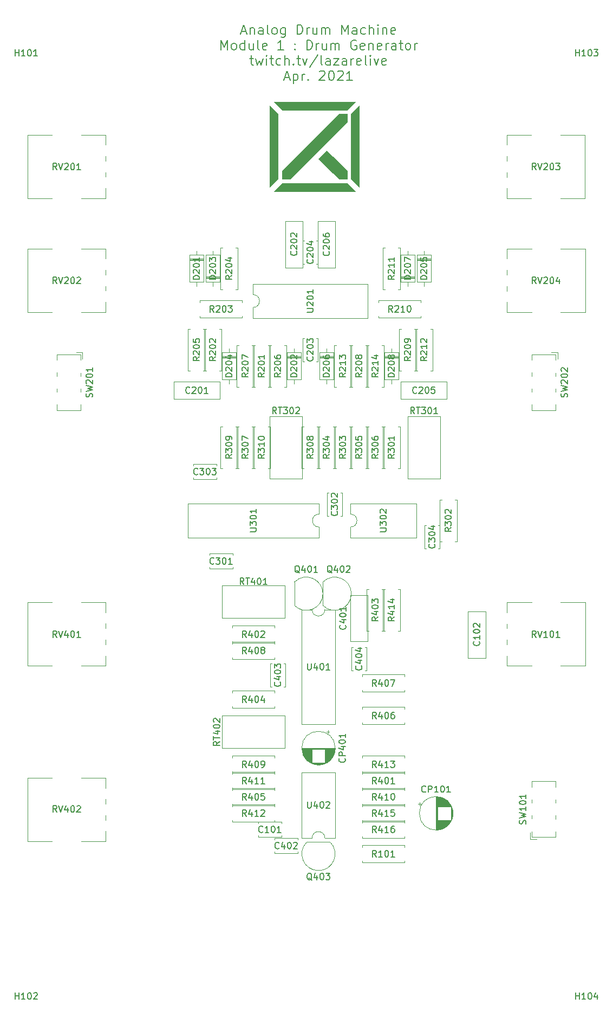
<source format=gbr>
G04 #@! TF.GenerationSoftware,KiCad,Pcbnew,(5.1.5)-3*
G04 #@! TF.CreationDate,2021-04-21T14:34:43+02:00*
G04 #@! TF.ProjectId,AnalogDrum_Drums,416e616c-6f67-4447-9275-6d5f4472756d,rev?*
G04 #@! TF.SameCoordinates,Original*
G04 #@! TF.FileFunction,Legend,Top*
G04 #@! TF.FilePolarity,Positive*
%FSLAX46Y46*%
G04 Gerber Fmt 4.6, Leading zero omitted, Abs format (unit mm)*
G04 Created by KiCad (PCBNEW (5.1.5)-3) date 2021-04-21 14:34:43*
%MOMM*%
%LPD*%
G04 APERTURE LIST*
%ADD10C,0.150000*%
%ADD11C,0.100000*%
%ADD12C,0.120000*%
G04 APERTURE END LIST*
D10*
X81944285Y-30940000D02*
X82658571Y-30940000D01*
X81801428Y-31368571D02*
X82301428Y-29868571D01*
X82801428Y-31368571D01*
X83301428Y-30368571D02*
X83301428Y-31368571D01*
X83301428Y-30511428D02*
X83372857Y-30440000D01*
X83515714Y-30368571D01*
X83730000Y-30368571D01*
X83872857Y-30440000D01*
X83944285Y-30582857D01*
X83944285Y-31368571D01*
X85301428Y-31368571D02*
X85301428Y-30582857D01*
X85230000Y-30440000D01*
X85087142Y-30368571D01*
X84801428Y-30368571D01*
X84658571Y-30440000D01*
X85301428Y-31297142D02*
X85158571Y-31368571D01*
X84801428Y-31368571D01*
X84658571Y-31297142D01*
X84587142Y-31154285D01*
X84587142Y-31011428D01*
X84658571Y-30868571D01*
X84801428Y-30797142D01*
X85158571Y-30797142D01*
X85301428Y-30725714D01*
X86230000Y-31368571D02*
X86087142Y-31297142D01*
X86015714Y-31154285D01*
X86015714Y-29868571D01*
X87015714Y-31368571D02*
X86872857Y-31297142D01*
X86801428Y-31225714D01*
X86730000Y-31082857D01*
X86730000Y-30654285D01*
X86801428Y-30511428D01*
X86872857Y-30440000D01*
X87015714Y-30368571D01*
X87230000Y-30368571D01*
X87372857Y-30440000D01*
X87444285Y-30511428D01*
X87515714Y-30654285D01*
X87515714Y-31082857D01*
X87444285Y-31225714D01*
X87372857Y-31297142D01*
X87230000Y-31368571D01*
X87015714Y-31368571D01*
X88801428Y-30368571D02*
X88801428Y-31582857D01*
X88730000Y-31725714D01*
X88658571Y-31797142D01*
X88515714Y-31868571D01*
X88301428Y-31868571D01*
X88158571Y-31797142D01*
X88801428Y-31297142D02*
X88658571Y-31368571D01*
X88372857Y-31368571D01*
X88230000Y-31297142D01*
X88158571Y-31225714D01*
X88087142Y-31082857D01*
X88087142Y-30654285D01*
X88158571Y-30511428D01*
X88230000Y-30440000D01*
X88372857Y-30368571D01*
X88658571Y-30368571D01*
X88801428Y-30440000D01*
X90658571Y-31368571D02*
X90658571Y-29868571D01*
X91015714Y-29868571D01*
X91230000Y-29940000D01*
X91372857Y-30082857D01*
X91444285Y-30225714D01*
X91515714Y-30511428D01*
X91515714Y-30725714D01*
X91444285Y-31011428D01*
X91372857Y-31154285D01*
X91230000Y-31297142D01*
X91015714Y-31368571D01*
X90658571Y-31368571D01*
X92158571Y-31368571D02*
X92158571Y-30368571D01*
X92158571Y-30654285D02*
X92230000Y-30511428D01*
X92301428Y-30440000D01*
X92444285Y-30368571D01*
X92587142Y-30368571D01*
X93730000Y-30368571D02*
X93730000Y-31368571D01*
X93087142Y-30368571D02*
X93087142Y-31154285D01*
X93158571Y-31297142D01*
X93301428Y-31368571D01*
X93515714Y-31368571D01*
X93658571Y-31297142D01*
X93730000Y-31225714D01*
X94444285Y-31368571D02*
X94444285Y-30368571D01*
X94444285Y-30511428D02*
X94515714Y-30440000D01*
X94658571Y-30368571D01*
X94872857Y-30368571D01*
X95015714Y-30440000D01*
X95087142Y-30582857D01*
X95087142Y-31368571D01*
X95087142Y-30582857D02*
X95158571Y-30440000D01*
X95301428Y-30368571D01*
X95515714Y-30368571D01*
X95658571Y-30440000D01*
X95730000Y-30582857D01*
X95730000Y-31368571D01*
X97587142Y-31368571D02*
X97587142Y-29868571D01*
X98087142Y-30940000D01*
X98587142Y-29868571D01*
X98587142Y-31368571D01*
X99944285Y-31368571D02*
X99944285Y-30582857D01*
X99872857Y-30440000D01*
X99730000Y-30368571D01*
X99444285Y-30368571D01*
X99301428Y-30440000D01*
X99944285Y-31297142D02*
X99801428Y-31368571D01*
X99444285Y-31368571D01*
X99301428Y-31297142D01*
X99230000Y-31154285D01*
X99230000Y-31011428D01*
X99301428Y-30868571D01*
X99444285Y-30797142D01*
X99801428Y-30797142D01*
X99944285Y-30725714D01*
X101301428Y-31297142D02*
X101158571Y-31368571D01*
X100872857Y-31368571D01*
X100730000Y-31297142D01*
X100658571Y-31225714D01*
X100587142Y-31082857D01*
X100587142Y-30654285D01*
X100658571Y-30511428D01*
X100730000Y-30440000D01*
X100872857Y-30368571D01*
X101158571Y-30368571D01*
X101301428Y-30440000D01*
X101944285Y-31368571D02*
X101944285Y-29868571D01*
X102587142Y-31368571D02*
X102587142Y-30582857D01*
X102515714Y-30440000D01*
X102372857Y-30368571D01*
X102158571Y-30368571D01*
X102015714Y-30440000D01*
X101944285Y-30511428D01*
X103301428Y-31368571D02*
X103301428Y-30368571D01*
X103301428Y-29868571D02*
X103230000Y-29940000D01*
X103301428Y-30011428D01*
X103372857Y-29940000D01*
X103301428Y-29868571D01*
X103301428Y-30011428D01*
X104015714Y-30368571D02*
X104015714Y-31368571D01*
X104015714Y-30511428D02*
X104087142Y-30440000D01*
X104230000Y-30368571D01*
X104444285Y-30368571D01*
X104587142Y-30440000D01*
X104658571Y-30582857D01*
X104658571Y-31368571D01*
X105944285Y-31297142D02*
X105801428Y-31368571D01*
X105515714Y-31368571D01*
X105372857Y-31297142D01*
X105301428Y-31154285D01*
X105301428Y-30582857D01*
X105372857Y-30440000D01*
X105515714Y-30368571D01*
X105801428Y-30368571D01*
X105944285Y-30440000D01*
X106015714Y-30582857D01*
X106015714Y-30725714D01*
X105301428Y-30868571D01*
X78729999Y-33768571D02*
X78729999Y-32268571D01*
X79229999Y-33340000D01*
X79729999Y-32268571D01*
X79729999Y-33768571D01*
X80658571Y-33768571D02*
X80515714Y-33697142D01*
X80444285Y-33625714D01*
X80372857Y-33482857D01*
X80372857Y-33054285D01*
X80444285Y-32911428D01*
X80515714Y-32840000D01*
X80658571Y-32768571D01*
X80872857Y-32768571D01*
X81015714Y-32840000D01*
X81087142Y-32911428D01*
X81158571Y-33054285D01*
X81158571Y-33482857D01*
X81087142Y-33625714D01*
X81015714Y-33697142D01*
X80872857Y-33768571D01*
X80658571Y-33768571D01*
X82444285Y-33768571D02*
X82444285Y-32268571D01*
X82444285Y-33697142D02*
X82301428Y-33768571D01*
X82015714Y-33768571D01*
X81872857Y-33697142D01*
X81801428Y-33625714D01*
X81729999Y-33482857D01*
X81729999Y-33054285D01*
X81801428Y-32911428D01*
X81872857Y-32840000D01*
X82015714Y-32768571D01*
X82301428Y-32768571D01*
X82444285Y-32840000D01*
X83801428Y-32768571D02*
X83801428Y-33768571D01*
X83158571Y-32768571D02*
X83158571Y-33554285D01*
X83229999Y-33697142D01*
X83372857Y-33768571D01*
X83587142Y-33768571D01*
X83729999Y-33697142D01*
X83801428Y-33625714D01*
X84729999Y-33768571D02*
X84587142Y-33697142D01*
X84515714Y-33554285D01*
X84515714Y-32268571D01*
X85872857Y-33697142D02*
X85729999Y-33768571D01*
X85444285Y-33768571D01*
X85301428Y-33697142D01*
X85229999Y-33554285D01*
X85229999Y-32982857D01*
X85301428Y-32840000D01*
X85444285Y-32768571D01*
X85729999Y-32768571D01*
X85872857Y-32840000D01*
X85944285Y-32982857D01*
X85944285Y-33125714D01*
X85229999Y-33268571D01*
X88515714Y-33768571D02*
X87658571Y-33768571D01*
X88087142Y-33768571D02*
X88087142Y-32268571D01*
X87944285Y-32482857D01*
X87801428Y-32625714D01*
X87658571Y-32697142D01*
X90301428Y-33625714D02*
X90372857Y-33697142D01*
X90301428Y-33768571D01*
X90229999Y-33697142D01*
X90301428Y-33625714D01*
X90301428Y-33768571D01*
X90301428Y-32840000D02*
X90372857Y-32911428D01*
X90301428Y-32982857D01*
X90229999Y-32911428D01*
X90301428Y-32840000D01*
X90301428Y-32982857D01*
X92158571Y-33768571D02*
X92158571Y-32268571D01*
X92515714Y-32268571D01*
X92730000Y-32340000D01*
X92872857Y-32482857D01*
X92944285Y-32625714D01*
X93015714Y-32911428D01*
X93015714Y-33125714D01*
X92944285Y-33411428D01*
X92872857Y-33554285D01*
X92730000Y-33697142D01*
X92515714Y-33768571D01*
X92158571Y-33768571D01*
X93658571Y-33768571D02*
X93658571Y-32768571D01*
X93658571Y-33054285D02*
X93730000Y-32911428D01*
X93801428Y-32840000D01*
X93944285Y-32768571D01*
X94087142Y-32768571D01*
X95230000Y-32768571D02*
X95230000Y-33768571D01*
X94587142Y-32768571D02*
X94587142Y-33554285D01*
X94658571Y-33697142D01*
X94801428Y-33768571D01*
X95015714Y-33768571D01*
X95158571Y-33697142D01*
X95230000Y-33625714D01*
X95944285Y-33768571D02*
X95944285Y-32768571D01*
X95944285Y-32911428D02*
X96015714Y-32840000D01*
X96158571Y-32768571D01*
X96372857Y-32768571D01*
X96515714Y-32840000D01*
X96587142Y-32982857D01*
X96587142Y-33768571D01*
X96587142Y-32982857D02*
X96658571Y-32840000D01*
X96801428Y-32768571D01*
X97015714Y-32768571D01*
X97158571Y-32840000D01*
X97230000Y-32982857D01*
X97230000Y-33768571D01*
X99872857Y-32340000D02*
X99730000Y-32268571D01*
X99515714Y-32268571D01*
X99301428Y-32340000D01*
X99158571Y-32482857D01*
X99087142Y-32625714D01*
X99015714Y-32911428D01*
X99015714Y-33125714D01*
X99087142Y-33411428D01*
X99158571Y-33554285D01*
X99301428Y-33697142D01*
X99515714Y-33768571D01*
X99658571Y-33768571D01*
X99872857Y-33697142D01*
X99944285Y-33625714D01*
X99944285Y-33125714D01*
X99658571Y-33125714D01*
X101158571Y-33697142D02*
X101015714Y-33768571D01*
X100730000Y-33768571D01*
X100587142Y-33697142D01*
X100515714Y-33554285D01*
X100515714Y-32982857D01*
X100587142Y-32840000D01*
X100730000Y-32768571D01*
X101015714Y-32768571D01*
X101158571Y-32840000D01*
X101230000Y-32982857D01*
X101230000Y-33125714D01*
X100515714Y-33268571D01*
X101872857Y-32768571D02*
X101872857Y-33768571D01*
X101872857Y-32911428D02*
X101944285Y-32840000D01*
X102087142Y-32768571D01*
X102301428Y-32768571D01*
X102444285Y-32840000D01*
X102515714Y-32982857D01*
X102515714Y-33768571D01*
X103801428Y-33697142D02*
X103658571Y-33768571D01*
X103372857Y-33768571D01*
X103230000Y-33697142D01*
X103158571Y-33554285D01*
X103158571Y-32982857D01*
X103230000Y-32840000D01*
X103372857Y-32768571D01*
X103658571Y-32768571D01*
X103801428Y-32840000D01*
X103872857Y-32982857D01*
X103872857Y-33125714D01*
X103158571Y-33268571D01*
X104515714Y-33768571D02*
X104515714Y-32768571D01*
X104515714Y-33054285D02*
X104587142Y-32911428D01*
X104658571Y-32840000D01*
X104801428Y-32768571D01*
X104944285Y-32768571D01*
X106087142Y-33768571D02*
X106087142Y-32982857D01*
X106015714Y-32840000D01*
X105872857Y-32768571D01*
X105587142Y-32768571D01*
X105444285Y-32840000D01*
X106087142Y-33697142D02*
X105944285Y-33768571D01*
X105587142Y-33768571D01*
X105444285Y-33697142D01*
X105372857Y-33554285D01*
X105372857Y-33411428D01*
X105444285Y-33268571D01*
X105587142Y-33197142D01*
X105944285Y-33197142D01*
X106087142Y-33125714D01*
X106587142Y-32768571D02*
X107158571Y-32768571D01*
X106801428Y-32268571D02*
X106801428Y-33554285D01*
X106872857Y-33697142D01*
X107015714Y-33768571D01*
X107158571Y-33768571D01*
X107872857Y-33768571D02*
X107730000Y-33697142D01*
X107658571Y-33625714D01*
X107587142Y-33482857D01*
X107587142Y-33054285D01*
X107658571Y-32911428D01*
X107730000Y-32840000D01*
X107872857Y-32768571D01*
X108087142Y-32768571D01*
X108230000Y-32840000D01*
X108301428Y-32911428D01*
X108372857Y-33054285D01*
X108372857Y-33482857D01*
X108301428Y-33625714D01*
X108230000Y-33697142D01*
X108087142Y-33768571D01*
X107872857Y-33768571D01*
X109015714Y-33768571D02*
X109015714Y-32768571D01*
X109015714Y-33054285D02*
X109087142Y-32911428D01*
X109158571Y-32840000D01*
X109301428Y-32768571D01*
X109444285Y-32768571D01*
X83230000Y-35168571D02*
X83801428Y-35168571D01*
X83444285Y-34668571D02*
X83444285Y-35954285D01*
X83515714Y-36097142D01*
X83658571Y-36168571D01*
X83801428Y-36168571D01*
X84158571Y-35168571D02*
X84444285Y-36168571D01*
X84730000Y-35454285D01*
X85015714Y-36168571D01*
X85301428Y-35168571D01*
X85872857Y-36168571D02*
X85872857Y-35168571D01*
X85872857Y-34668571D02*
X85801428Y-34740000D01*
X85872857Y-34811428D01*
X85944285Y-34740000D01*
X85872857Y-34668571D01*
X85872857Y-34811428D01*
X86372857Y-35168571D02*
X86944285Y-35168571D01*
X86587142Y-34668571D02*
X86587142Y-35954285D01*
X86658571Y-36097142D01*
X86801428Y-36168571D01*
X86944285Y-36168571D01*
X88087142Y-36097142D02*
X87944285Y-36168571D01*
X87658571Y-36168571D01*
X87515714Y-36097142D01*
X87444285Y-36025714D01*
X87372857Y-35882857D01*
X87372857Y-35454285D01*
X87444285Y-35311428D01*
X87515714Y-35240000D01*
X87658571Y-35168571D01*
X87944285Y-35168571D01*
X88087142Y-35240000D01*
X88730000Y-36168571D02*
X88730000Y-34668571D01*
X89372857Y-36168571D02*
X89372857Y-35382857D01*
X89301428Y-35240000D01*
X89158571Y-35168571D01*
X88944285Y-35168571D01*
X88801428Y-35240000D01*
X88730000Y-35311428D01*
X90087142Y-36025714D02*
X90158571Y-36097142D01*
X90087142Y-36168571D01*
X90015714Y-36097142D01*
X90087142Y-36025714D01*
X90087142Y-36168571D01*
X90587142Y-35168571D02*
X91158571Y-35168571D01*
X90801428Y-34668571D02*
X90801428Y-35954285D01*
X90872857Y-36097142D01*
X91015714Y-36168571D01*
X91158571Y-36168571D01*
X91515714Y-35168571D02*
X91872857Y-36168571D01*
X92230000Y-35168571D01*
X93872857Y-34597142D02*
X92587142Y-36525714D01*
X94587142Y-36168571D02*
X94444285Y-36097142D01*
X94372857Y-35954285D01*
X94372857Y-34668571D01*
X95801428Y-36168571D02*
X95801428Y-35382857D01*
X95730000Y-35240000D01*
X95587142Y-35168571D01*
X95301428Y-35168571D01*
X95158571Y-35240000D01*
X95801428Y-36097142D02*
X95658571Y-36168571D01*
X95301428Y-36168571D01*
X95158571Y-36097142D01*
X95087142Y-35954285D01*
X95087142Y-35811428D01*
X95158571Y-35668571D01*
X95301428Y-35597142D01*
X95658571Y-35597142D01*
X95801428Y-35525714D01*
X96372857Y-35168571D02*
X97158571Y-35168571D01*
X96372857Y-36168571D01*
X97158571Y-36168571D01*
X98372857Y-36168571D02*
X98372857Y-35382857D01*
X98301428Y-35240000D01*
X98158571Y-35168571D01*
X97872857Y-35168571D01*
X97729999Y-35240000D01*
X98372857Y-36097142D02*
X98229999Y-36168571D01*
X97872857Y-36168571D01*
X97729999Y-36097142D01*
X97658571Y-35954285D01*
X97658571Y-35811428D01*
X97729999Y-35668571D01*
X97872857Y-35597142D01*
X98229999Y-35597142D01*
X98372857Y-35525714D01*
X99087142Y-36168571D02*
X99087142Y-35168571D01*
X99087142Y-35454285D02*
X99158571Y-35311428D01*
X99229999Y-35240000D01*
X99372857Y-35168571D01*
X99515714Y-35168571D01*
X100587142Y-36097142D02*
X100444285Y-36168571D01*
X100158571Y-36168571D01*
X100015714Y-36097142D01*
X99944285Y-35954285D01*
X99944285Y-35382857D01*
X100015714Y-35240000D01*
X100158571Y-35168571D01*
X100444285Y-35168571D01*
X100587142Y-35240000D01*
X100658571Y-35382857D01*
X100658571Y-35525714D01*
X99944285Y-35668571D01*
X101515714Y-36168571D02*
X101372857Y-36097142D01*
X101301428Y-35954285D01*
X101301428Y-34668571D01*
X102087142Y-36168571D02*
X102087142Y-35168571D01*
X102087142Y-34668571D02*
X102015714Y-34740000D01*
X102087142Y-34811428D01*
X102158571Y-34740000D01*
X102087142Y-34668571D01*
X102087142Y-34811428D01*
X102658571Y-35168571D02*
X103015714Y-36168571D01*
X103372857Y-35168571D01*
X104515714Y-36097142D02*
X104372857Y-36168571D01*
X104087142Y-36168571D01*
X103944285Y-36097142D01*
X103872857Y-35954285D01*
X103872857Y-35382857D01*
X103944285Y-35240000D01*
X104087142Y-35168571D01*
X104372857Y-35168571D01*
X104515714Y-35240000D01*
X104587142Y-35382857D01*
X104587142Y-35525714D01*
X103872857Y-35668571D01*
X88694285Y-38140000D02*
X89408571Y-38140000D01*
X88551428Y-38568571D02*
X89051428Y-37068571D01*
X89551428Y-38568571D01*
X90051428Y-37568571D02*
X90051428Y-39068571D01*
X90051428Y-37640000D02*
X90194285Y-37568571D01*
X90480000Y-37568571D01*
X90622857Y-37640000D01*
X90694285Y-37711428D01*
X90765714Y-37854285D01*
X90765714Y-38282857D01*
X90694285Y-38425714D01*
X90622857Y-38497142D01*
X90480000Y-38568571D01*
X90194285Y-38568571D01*
X90051428Y-38497142D01*
X91408571Y-38568571D02*
X91408571Y-37568571D01*
X91408571Y-37854285D02*
X91480000Y-37711428D01*
X91551428Y-37640000D01*
X91694285Y-37568571D01*
X91837142Y-37568571D01*
X92337142Y-38425714D02*
X92408571Y-38497142D01*
X92337142Y-38568571D01*
X92265714Y-38497142D01*
X92337142Y-38425714D01*
X92337142Y-38568571D01*
X94122857Y-37211428D02*
X94194285Y-37140000D01*
X94337142Y-37068571D01*
X94694285Y-37068571D01*
X94837142Y-37140000D01*
X94908571Y-37211428D01*
X94980000Y-37354285D01*
X94980000Y-37497142D01*
X94908571Y-37711428D01*
X94051428Y-38568571D01*
X94980000Y-38568571D01*
X95908571Y-37068571D02*
X96051428Y-37068571D01*
X96194285Y-37140000D01*
X96265714Y-37211428D01*
X96337142Y-37354285D01*
X96408571Y-37640000D01*
X96408571Y-37997142D01*
X96337142Y-38282857D01*
X96265714Y-38425714D01*
X96194285Y-38497142D01*
X96051428Y-38568571D01*
X95908571Y-38568571D01*
X95765714Y-38497142D01*
X95694285Y-38425714D01*
X95622857Y-38282857D01*
X95551428Y-37997142D01*
X95551428Y-37640000D01*
X95622857Y-37354285D01*
X95694285Y-37211428D01*
X95765714Y-37140000D01*
X95908571Y-37068571D01*
X96980000Y-37211428D02*
X97051428Y-37140000D01*
X97194285Y-37068571D01*
X97551428Y-37068571D01*
X97694285Y-37140000D01*
X97765714Y-37211428D01*
X97837142Y-37354285D01*
X97837142Y-37497142D01*
X97765714Y-37711428D01*
X96908571Y-38568571D01*
X97837142Y-38568571D01*
X99265714Y-38568571D02*
X98408571Y-38568571D01*
X98837142Y-38568571D02*
X98837142Y-37068571D01*
X98694285Y-37282857D01*
X98551428Y-37425714D01*
X98408571Y-37497142D01*
D11*
G36*
X98425000Y-52705000D02*
G01*
X98425000Y-53975000D01*
X97155000Y-53975000D01*
X93980000Y-50800000D01*
X95250000Y-49530000D01*
X98425000Y-52705000D01*
G37*
X98425000Y-52705000D02*
X98425000Y-53975000D01*
X97155000Y-53975000D01*
X93980000Y-50800000D01*
X95250000Y-49530000D01*
X98425000Y-52705000D01*
G36*
X98425000Y-45085000D02*
G01*
X89535000Y-53975000D01*
X88265000Y-53975000D01*
X88265000Y-52705000D01*
X97155000Y-43815000D01*
X98425000Y-43815000D01*
X98425000Y-45085000D01*
G37*
X98425000Y-45085000D02*
X89535000Y-53975000D01*
X88265000Y-53975000D01*
X88265000Y-52705000D01*
X97155000Y-43815000D01*
X98425000Y-43815000D01*
X98425000Y-45085000D01*
G36*
X100330000Y-55245000D02*
G01*
X99060000Y-53975000D01*
X99060000Y-43815000D01*
X100330000Y-42545000D01*
X100330000Y-55245000D01*
G37*
X100330000Y-55245000D02*
X99060000Y-53975000D01*
X99060000Y-43815000D01*
X100330000Y-42545000D01*
X100330000Y-55245000D01*
G36*
X98425000Y-43180000D02*
G01*
X88265000Y-43180000D01*
X86995000Y-41910000D01*
X99695000Y-41910000D01*
X98425000Y-43180000D01*
G37*
X98425000Y-43180000D02*
X88265000Y-43180000D01*
X86995000Y-41910000D01*
X99695000Y-41910000D01*
X98425000Y-43180000D01*
G36*
X99695000Y-55880000D02*
G01*
X86995000Y-55880000D01*
X88265000Y-54610000D01*
X98425000Y-54610000D01*
X99695000Y-55880000D01*
G37*
X99695000Y-55880000D02*
X86995000Y-55880000D01*
X88265000Y-54610000D01*
X98425000Y-54610000D01*
X99695000Y-55880000D01*
G36*
X87630000Y-43815000D02*
G01*
X87630000Y-53975000D01*
X86360000Y-55245000D01*
X86360000Y-42545000D01*
X87630000Y-43815000D01*
G37*
X87630000Y-43815000D02*
X87630000Y-53975000D01*
X86360000Y-55245000D01*
X86360000Y-42545000D01*
X87630000Y-43815000D01*
D12*
X48475000Y-157415000D02*
X48475000Y-147475000D01*
X60715000Y-149075000D02*
X60715000Y-147475000D01*
X60715000Y-151574000D02*
X60715000Y-150815000D01*
X60715000Y-154074000D02*
X60715000Y-153315000D01*
X60715000Y-157415000D02*
X60715000Y-155816000D01*
X52340000Y-147475000D02*
X48475000Y-147475000D01*
X60715000Y-147475000D02*
X56850000Y-147475000D01*
X52340000Y-157415000D02*
X48475000Y-157415000D01*
X60715000Y-157415000D02*
X56850000Y-157415000D01*
X48490000Y-130020000D02*
X48490000Y-120080000D01*
X60730000Y-121680000D02*
X60730000Y-120080000D01*
X60730000Y-124179000D02*
X60730000Y-123420000D01*
X60730000Y-126679000D02*
X60730000Y-125920000D01*
X60730000Y-130020000D02*
X60730000Y-128421000D01*
X52355000Y-120080000D02*
X48490000Y-120080000D01*
X60730000Y-120080000D02*
X56865000Y-120080000D01*
X52355000Y-130020000D02*
X48490000Y-130020000D01*
X60730000Y-130020000D02*
X56865000Y-130020000D01*
X135675000Y-64835000D02*
X135675000Y-74775000D01*
X123435000Y-73175000D02*
X123435000Y-74775000D01*
X123435000Y-70676000D02*
X123435000Y-71435000D01*
X123435000Y-68176000D02*
X123435000Y-68935000D01*
X123435000Y-64835000D02*
X123435000Y-66434000D01*
X131810000Y-74775000D02*
X135675000Y-74775000D01*
X123435000Y-74775000D02*
X127300000Y-74775000D01*
X131810000Y-64835000D02*
X135675000Y-64835000D01*
X123435000Y-64835000D02*
X127300000Y-64835000D01*
X135660000Y-47055000D02*
X135660000Y-56995000D01*
X123420000Y-55395000D02*
X123420000Y-56995000D01*
X123420000Y-52896000D02*
X123420000Y-53655000D01*
X123420000Y-50396000D02*
X123420000Y-51155000D01*
X123420000Y-47055000D02*
X123420000Y-48654000D01*
X131795000Y-56995000D02*
X135660000Y-56995000D01*
X123420000Y-56995000D02*
X127285000Y-56995000D01*
X131795000Y-47055000D02*
X135660000Y-47055000D01*
X123420000Y-47055000D02*
X127285000Y-47055000D01*
X48475000Y-74775000D02*
X48475000Y-64835000D01*
X60715000Y-66435000D02*
X60715000Y-64835000D01*
X60715000Y-68934000D02*
X60715000Y-68175000D01*
X60715000Y-71434000D02*
X60715000Y-70675000D01*
X60715000Y-74775000D02*
X60715000Y-73176000D01*
X52340000Y-64835000D02*
X48475000Y-64835000D01*
X60715000Y-64835000D02*
X56850000Y-64835000D01*
X52340000Y-74775000D02*
X48475000Y-74775000D01*
X60715000Y-74775000D02*
X56850000Y-74775000D01*
X48475000Y-56995000D02*
X48475000Y-47055000D01*
X60715000Y-48655000D02*
X60715000Y-47055000D01*
X60715000Y-51154000D02*
X60715000Y-50395000D01*
X60715000Y-53654000D02*
X60715000Y-52895000D01*
X60715000Y-56995000D02*
X60715000Y-55396000D01*
X52340000Y-47055000D02*
X48475000Y-47055000D01*
X60715000Y-47055000D02*
X56850000Y-47055000D01*
X52340000Y-56995000D02*
X48475000Y-56995000D01*
X60715000Y-56995000D02*
X56850000Y-56995000D01*
X135675000Y-120080000D02*
X135675000Y-130020000D01*
X123435000Y-128420000D02*
X123435000Y-130020000D01*
X123435000Y-125921000D02*
X123435000Y-126680000D01*
X123435000Y-123421000D02*
X123435000Y-124180000D01*
X123435000Y-120080000D02*
X123435000Y-121679000D01*
X131810000Y-130020000D02*
X135675000Y-130020000D01*
X123435000Y-130020000D02*
X127300000Y-130020000D01*
X131810000Y-120080000D02*
X135675000Y-120080000D01*
X123435000Y-120080000D02*
X127300000Y-120080000D01*
X98960000Y-118935000D02*
X101700000Y-118935000D01*
X98960000Y-126175000D02*
X101700000Y-126175000D01*
X101700000Y-126175000D02*
X101700000Y-118935000D01*
X98960000Y-126175000D02*
X98960000Y-118935000D01*
X93880000Y-60555000D02*
X96620000Y-60555000D01*
X93880000Y-67795000D02*
X96620000Y-67795000D01*
X96620000Y-67795000D02*
X96620000Y-60555000D01*
X93880000Y-67795000D02*
X93880000Y-60555000D01*
X114070000Y-85625000D02*
X114070000Y-88365000D01*
X106830000Y-85625000D02*
X106830000Y-88365000D01*
X106830000Y-88365000D02*
X114070000Y-88365000D01*
X106830000Y-85625000D02*
X114070000Y-85625000D01*
X88800000Y-60555000D02*
X91540000Y-60555000D01*
X88800000Y-67795000D02*
X91540000Y-67795000D01*
X91540000Y-67795000D02*
X91540000Y-60555000D01*
X88800000Y-67795000D02*
X88800000Y-60555000D01*
X71350000Y-88365000D02*
X71350000Y-85625000D01*
X78590000Y-88365000D02*
X78590000Y-85625000D01*
X78590000Y-85625000D02*
X71350000Y-85625000D01*
X78590000Y-88365000D02*
X71350000Y-88365000D01*
X117375000Y-121515000D02*
X120115000Y-121515000D01*
X117375000Y-128755000D02*
X120115000Y-128755000D01*
X120115000Y-128755000D02*
X120115000Y-121515000D01*
X117375000Y-128755000D02*
X117375000Y-121515000D01*
X109820225Y-151310000D02*
X109820225Y-151810000D01*
X109570225Y-151560000D02*
X110070225Y-151560000D01*
X114976000Y-152751000D02*
X114976000Y-153319000D01*
X114936000Y-152517000D02*
X114936000Y-153553000D01*
X114896000Y-152358000D02*
X114896000Y-153712000D01*
X114856000Y-152230000D02*
X114856000Y-153840000D01*
X114816000Y-152120000D02*
X114816000Y-153950000D01*
X114776000Y-152024000D02*
X114776000Y-154046000D01*
X114736000Y-151937000D02*
X114736000Y-154133000D01*
X114696000Y-151857000D02*
X114696000Y-154213000D01*
X114656000Y-154075000D02*
X114656000Y-154286000D01*
X114656000Y-151784000D02*
X114656000Y-151995000D01*
X114616000Y-154075000D02*
X114616000Y-154354000D01*
X114616000Y-151716000D02*
X114616000Y-151995000D01*
X114576000Y-154075000D02*
X114576000Y-154418000D01*
X114576000Y-151652000D02*
X114576000Y-151995000D01*
X114536000Y-154075000D02*
X114536000Y-154478000D01*
X114536000Y-151592000D02*
X114536000Y-151995000D01*
X114496000Y-154075000D02*
X114496000Y-154535000D01*
X114496000Y-151535000D02*
X114496000Y-151995000D01*
X114456000Y-154075000D02*
X114456000Y-154589000D01*
X114456000Y-151481000D02*
X114456000Y-151995000D01*
X114416000Y-154075000D02*
X114416000Y-154640000D01*
X114416000Y-151430000D02*
X114416000Y-151995000D01*
X114376000Y-154075000D02*
X114376000Y-154688000D01*
X114376000Y-151382000D02*
X114376000Y-151995000D01*
X114336000Y-154075000D02*
X114336000Y-154734000D01*
X114336000Y-151336000D02*
X114336000Y-151995000D01*
X114296000Y-154075000D02*
X114296000Y-154778000D01*
X114296000Y-151292000D02*
X114296000Y-151995000D01*
X114256000Y-154075000D02*
X114256000Y-154820000D01*
X114256000Y-151250000D02*
X114256000Y-151995000D01*
X114216000Y-154075000D02*
X114216000Y-154861000D01*
X114216000Y-151209000D02*
X114216000Y-151995000D01*
X114176000Y-154075000D02*
X114176000Y-154899000D01*
X114176000Y-151171000D02*
X114176000Y-151995000D01*
X114136000Y-154075000D02*
X114136000Y-154936000D01*
X114136000Y-151134000D02*
X114136000Y-151995000D01*
X114096000Y-154075000D02*
X114096000Y-154972000D01*
X114096000Y-151098000D02*
X114096000Y-151995000D01*
X114056000Y-154075000D02*
X114056000Y-155006000D01*
X114056000Y-151064000D02*
X114056000Y-151995000D01*
X114016000Y-154075000D02*
X114016000Y-155039000D01*
X114016000Y-151031000D02*
X114016000Y-151995000D01*
X113976000Y-154075000D02*
X113976000Y-155070000D01*
X113976000Y-151000000D02*
X113976000Y-151995000D01*
X113936000Y-154075000D02*
X113936000Y-155100000D01*
X113936000Y-150970000D02*
X113936000Y-151995000D01*
X113896000Y-154075000D02*
X113896000Y-155130000D01*
X113896000Y-150940000D02*
X113896000Y-151995000D01*
X113856000Y-154075000D02*
X113856000Y-155157000D01*
X113856000Y-150913000D02*
X113856000Y-151995000D01*
X113816000Y-154075000D02*
X113816000Y-155184000D01*
X113816000Y-150886000D02*
X113816000Y-151995000D01*
X113776000Y-154075000D02*
X113776000Y-155210000D01*
X113776000Y-150860000D02*
X113776000Y-151995000D01*
X113736000Y-154075000D02*
X113736000Y-155235000D01*
X113736000Y-150835000D02*
X113736000Y-151995000D01*
X113696000Y-154075000D02*
X113696000Y-155259000D01*
X113696000Y-150811000D02*
X113696000Y-151995000D01*
X113656000Y-154075000D02*
X113656000Y-155282000D01*
X113656000Y-150788000D02*
X113656000Y-151995000D01*
X113616000Y-154075000D02*
X113616000Y-155303000D01*
X113616000Y-150767000D02*
X113616000Y-151995000D01*
X113576000Y-154075000D02*
X113576000Y-155325000D01*
X113576000Y-150745000D02*
X113576000Y-151995000D01*
X113536000Y-154075000D02*
X113536000Y-155345000D01*
X113536000Y-150725000D02*
X113536000Y-151995000D01*
X113496000Y-154075000D02*
X113496000Y-155364000D01*
X113496000Y-150706000D02*
X113496000Y-151995000D01*
X113456000Y-154075000D02*
X113456000Y-155383000D01*
X113456000Y-150687000D02*
X113456000Y-151995000D01*
X113416000Y-154075000D02*
X113416000Y-155400000D01*
X113416000Y-150670000D02*
X113416000Y-151995000D01*
X113376000Y-154075000D02*
X113376000Y-155417000D01*
X113376000Y-150653000D02*
X113376000Y-151995000D01*
X113336000Y-154075000D02*
X113336000Y-155433000D01*
X113336000Y-150637000D02*
X113336000Y-151995000D01*
X113296000Y-154075000D02*
X113296000Y-155449000D01*
X113296000Y-150621000D02*
X113296000Y-151995000D01*
X113256000Y-154075000D02*
X113256000Y-155463000D01*
X113256000Y-150607000D02*
X113256000Y-151995000D01*
X113216000Y-154075000D02*
X113216000Y-155477000D01*
X113216000Y-150593000D02*
X113216000Y-151995000D01*
X113176000Y-154075000D02*
X113176000Y-155490000D01*
X113176000Y-150580000D02*
X113176000Y-151995000D01*
X113136000Y-154075000D02*
X113136000Y-155503000D01*
X113136000Y-150567000D02*
X113136000Y-151995000D01*
X113096000Y-154075000D02*
X113096000Y-155515000D01*
X113096000Y-150555000D02*
X113096000Y-151995000D01*
X113055000Y-154075000D02*
X113055000Y-155526000D01*
X113055000Y-150544000D02*
X113055000Y-151995000D01*
X113015000Y-154075000D02*
X113015000Y-155536000D01*
X113015000Y-150534000D02*
X113015000Y-151995000D01*
X112975000Y-154075000D02*
X112975000Y-155546000D01*
X112975000Y-150524000D02*
X112975000Y-151995000D01*
X112935000Y-154075000D02*
X112935000Y-155555000D01*
X112935000Y-150515000D02*
X112935000Y-151995000D01*
X112895000Y-154075000D02*
X112895000Y-155563000D01*
X112895000Y-150507000D02*
X112895000Y-151995000D01*
X112855000Y-154075000D02*
X112855000Y-155571000D01*
X112855000Y-150499000D02*
X112855000Y-151995000D01*
X112815000Y-154075000D02*
X112815000Y-155578000D01*
X112815000Y-150492000D02*
X112815000Y-151995000D01*
X112775000Y-154075000D02*
X112775000Y-155585000D01*
X112775000Y-150485000D02*
X112775000Y-151995000D01*
X112735000Y-154075000D02*
X112735000Y-155591000D01*
X112735000Y-150479000D02*
X112735000Y-151995000D01*
X112695000Y-154075000D02*
X112695000Y-155596000D01*
X112695000Y-150474000D02*
X112695000Y-151995000D01*
X112655000Y-154075000D02*
X112655000Y-155600000D01*
X112655000Y-150470000D02*
X112655000Y-151995000D01*
X112615000Y-154075000D02*
X112615000Y-155604000D01*
X112615000Y-150466000D02*
X112615000Y-151995000D01*
X112575000Y-150462000D02*
X112575000Y-155608000D01*
X112535000Y-150459000D02*
X112535000Y-155611000D01*
X112495000Y-150457000D02*
X112495000Y-155613000D01*
X112455000Y-150456000D02*
X112455000Y-155614000D01*
X112415000Y-150455000D02*
X112415000Y-155615000D01*
X112375000Y-150455000D02*
X112375000Y-155615000D01*
X114995000Y-153035000D02*
G75*
G03X114995000Y-153035000I-2620000J0D01*
G01*
X127060000Y-157050000D02*
X127060000Y-156050000D01*
X128060000Y-157050000D02*
X127060000Y-157050000D01*
X131060000Y-156750000D02*
X127360000Y-156750000D01*
X131060000Y-155870000D02*
X131060000Y-156750000D01*
X131060000Y-153370000D02*
X131060000Y-153930000D01*
X131060000Y-150880000D02*
X131060000Y-151430000D01*
X131060000Y-148050000D02*
X131060000Y-148920000D01*
X127360000Y-148050000D02*
X131060000Y-148050000D01*
X127360000Y-148930000D02*
X127360000Y-148050000D01*
X127360000Y-151430000D02*
X127360000Y-150870000D01*
X127360000Y-153900000D02*
X127360000Y-153370000D01*
X127360000Y-156750000D02*
X127360000Y-155900000D01*
X100870000Y-158015000D02*
X100870000Y-158345000D01*
X107410000Y-158015000D02*
X100870000Y-158015000D01*
X107410000Y-158345000D02*
X107410000Y-158015000D01*
X100870000Y-160755000D02*
X100870000Y-160425000D01*
X107410000Y-160755000D02*
X100870000Y-160755000D01*
X107410000Y-160425000D02*
X107410000Y-160755000D01*
X131360000Y-81075000D02*
X131360000Y-82075000D01*
X130360000Y-81075000D02*
X131360000Y-81075000D01*
X127360000Y-81375000D02*
X131060000Y-81375000D01*
X127360000Y-82255000D02*
X127360000Y-81375000D01*
X127360000Y-84755000D02*
X127360000Y-84195000D01*
X127360000Y-87245000D02*
X127360000Y-86695000D01*
X127360000Y-90075000D02*
X127360000Y-89205000D01*
X131060000Y-90075000D02*
X127360000Y-90075000D01*
X131060000Y-89195000D02*
X131060000Y-90075000D01*
X131060000Y-86695000D02*
X131060000Y-87255000D01*
X131060000Y-84225000D02*
X131060000Y-84755000D01*
X131060000Y-81375000D02*
X131060000Y-82225000D01*
X57090000Y-81075000D02*
X57090000Y-82075000D01*
X56090000Y-81075000D02*
X57090000Y-81075000D01*
X53090000Y-81375000D02*
X56790000Y-81375000D01*
X53090000Y-82255000D02*
X53090000Y-81375000D01*
X53090000Y-84755000D02*
X53090000Y-84195000D01*
X53090000Y-87245000D02*
X53090000Y-86695000D01*
X53090000Y-90075000D02*
X53090000Y-89205000D01*
X56790000Y-90075000D02*
X53090000Y-90075000D01*
X56790000Y-89195000D02*
X56790000Y-90075000D01*
X56790000Y-86695000D02*
X56790000Y-87255000D01*
X56790000Y-84225000D02*
X56790000Y-84755000D01*
X56790000Y-81375000D02*
X56790000Y-82225000D01*
X91330000Y-156905000D02*
X92980000Y-156905000D01*
X91330000Y-146625000D02*
X91330000Y-156905000D01*
X96630000Y-146625000D02*
X91330000Y-146625000D01*
X96630000Y-156905000D02*
X96630000Y-146625000D01*
X94980000Y-156905000D02*
X96630000Y-156905000D01*
X92980000Y-156905000D02*
G75*
G02X94980000Y-156905000I1000000J0D01*
G01*
X96630000Y-121225000D02*
X94980000Y-121225000D01*
X96630000Y-139125000D02*
X96630000Y-121225000D01*
X91330000Y-139125000D02*
X96630000Y-139125000D01*
X91330000Y-121225000D02*
X91330000Y-139125000D01*
X92980000Y-121225000D02*
X91330000Y-121225000D01*
X94980000Y-121225000D02*
G75*
G02X92980000Y-121225000I-1000000J0D01*
G01*
X99000000Y-104665000D02*
X99000000Y-106315000D01*
X109280000Y-104665000D02*
X99000000Y-104665000D01*
X109280000Y-109965000D02*
X109280000Y-104665000D01*
X99000000Y-109965000D02*
X109280000Y-109965000D01*
X99000000Y-108315000D02*
X99000000Y-109965000D01*
X99000000Y-106315000D02*
G75*
G02X99000000Y-108315000I0J-1000000D01*
G01*
X94040000Y-109965000D02*
X94040000Y-108315000D01*
X73600000Y-109965000D02*
X94040000Y-109965000D01*
X73600000Y-104665000D02*
X73600000Y-109965000D01*
X94040000Y-104665000D02*
X73600000Y-104665000D01*
X94040000Y-106315000D02*
X94040000Y-104665000D01*
X94040000Y-108315000D02*
G75*
G02X94040000Y-106315000I0J1000000D01*
G01*
X83760000Y-70375000D02*
X83760000Y-72025000D01*
X101660000Y-70375000D02*
X83760000Y-70375000D01*
X101660000Y-75675000D02*
X101660000Y-70375000D01*
X83760000Y-75675000D02*
X101660000Y-75675000D01*
X83760000Y-74025000D02*
X83760000Y-75675000D01*
X83760000Y-72025000D02*
G75*
G02X83760000Y-74025000I0J-1000000D01*
G01*
X78935000Y-142865000D02*
X78935000Y-137795000D01*
X88705000Y-142865000D02*
X88705000Y-137795000D01*
X88705000Y-137795000D02*
X78935000Y-137795000D01*
X88705000Y-142865000D02*
X78935000Y-142865000D01*
X78935000Y-122545000D02*
X78935000Y-117475000D01*
X88705000Y-122545000D02*
X88705000Y-117475000D01*
X88705000Y-117475000D02*
X78935000Y-117475000D01*
X88705000Y-122545000D02*
X78935000Y-122545000D01*
X91430000Y-100770000D02*
X86360000Y-100770000D01*
X91430000Y-91000000D02*
X86360000Y-91000000D01*
X86360000Y-91000000D02*
X86360000Y-100770000D01*
X91430000Y-91000000D02*
X91430000Y-100770000D01*
X113020000Y-100770000D02*
X107950000Y-100770000D01*
X113020000Y-91000000D02*
X107950000Y-91000000D01*
X107950000Y-91000000D02*
X107950000Y-100770000D01*
X113020000Y-91000000D02*
X113020000Y-100770000D01*
X107410000Y-156945000D02*
X107410000Y-156615000D01*
X100870000Y-156945000D02*
X107410000Y-156945000D01*
X100870000Y-156615000D02*
X100870000Y-156945000D01*
X107410000Y-154205000D02*
X107410000Y-154535000D01*
X100870000Y-154205000D02*
X107410000Y-154205000D01*
X100870000Y-154535000D02*
X100870000Y-154205000D01*
X100870000Y-151665000D02*
X100870000Y-151995000D01*
X107410000Y-151665000D02*
X100870000Y-151665000D01*
X107410000Y-151995000D02*
X107410000Y-151665000D01*
X100870000Y-154405000D02*
X100870000Y-154075000D01*
X107410000Y-154405000D02*
X100870000Y-154405000D01*
X107410000Y-154075000D02*
X107410000Y-154405000D01*
X104040000Y-124555000D02*
X104370000Y-124555000D01*
X104040000Y-118015000D02*
X104040000Y-124555000D01*
X104370000Y-118015000D02*
X104040000Y-118015000D01*
X106780000Y-124555000D02*
X106450000Y-124555000D01*
X106780000Y-118015000D02*
X106780000Y-124555000D01*
X106450000Y-118015000D02*
X106780000Y-118015000D01*
X100870000Y-144045000D02*
X100870000Y-144375000D01*
X107410000Y-144045000D02*
X100870000Y-144045000D01*
X107410000Y-144375000D02*
X107410000Y-144045000D01*
X100870000Y-146785000D02*
X100870000Y-146455000D01*
X107410000Y-146785000D02*
X100870000Y-146785000D01*
X107410000Y-146455000D02*
X107410000Y-146785000D01*
X80550000Y-151665000D02*
X80550000Y-151995000D01*
X87090000Y-151665000D02*
X80550000Y-151665000D01*
X87090000Y-151995000D02*
X87090000Y-151665000D01*
X80550000Y-154405000D02*
X80550000Y-154075000D01*
X87090000Y-154405000D02*
X80550000Y-154405000D01*
X87090000Y-154075000D02*
X87090000Y-154405000D01*
X80550000Y-146585000D02*
X80550000Y-146915000D01*
X87090000Y-146585000D02*
X80550000Y-146585000D01*
X87090000Y-146915000D02*
X87090000Y-146585000D01*
X80550000Y-149325000D02*
X80550000Y-148995000D01*
X87090000Y-149325000D02*
X80550000Y-149325000D01*
X87090000Y-148995000D02*
X87090000Y-149325000D01*
X107410000Y-151865000D02*
X107410000Y-151535000D01*
X100870000Y-151865000D02*
X107410000Y-151865000D01*
X100870000Y-151535000D02*
X100870000Y-151865000D01*
X107410000Y-149125000D02*
X107410000Y-149455000D01*
X100870000Y-149125000D02*
X107410000Y-149125000D01*
X100870000Y-149455000D02*
X100870000Y-149125000D01*
X80550000Y-144045000D02*
X80550000Y-144375000D01*
X87090000Y-144045000D02*
X80550000Y-144045000D01*
X87090000Y-144375000D02*
X87090000Y-144045000D01*
X80550000Y-146785000D02*
X80550000Y-146455000D01*
X87090000Y-146785000D02*
X80550000Y-146785000D01*
X87090000Y-146455000D02*
X87090000Y-146785000D01*
X80550000Y-126265000D02*
X80550000Y-126595000D01*
X87090000Y-126265000D02*
X80550000Y-126265000D01*
X87090000Y-126595000D02*
X87090000Y-126265000D01*
X80550000Y-129005000D02*
X80550000Y-128675000D01*
X87090000Y-129005000D02*
X80550000Y-129005000D01*
X87090000Y-128675000D02*
X87090000Y-129005000D01*
X100870000Y-131345000D02*
X100870000Y-131675000D01*
X107410000Y-131345000D02*
X100870000Y-131345000D01*
X107410000Y-131675000D02*
X107410000Y-131345000D01*
X100870000Y-134085000D02*
X100870000Y-133755000D01*
X107410000Y-134085000D02*
X100870000Y-134085000D01*
X107410000Y-133755000D02*
X107410000Y-134085000D01*
X100870000Y-136425000D02*
X100870000Y-136755000D01*
X107410000Y-136425000D02*
X100870000Y-136425000D01*
X107410000Y-136755000D02*
X107410000Y-136425000D01*
X100870000Y-139165000D02*
X100870000Y-138835000D01*
X107410000Y-139165000D02*
X100870000Y-139165000D01*
X107410000Y-138835000D02*
X107410000Y-139165000D01*
X80550000Y-149125000D02*
X80550000Y-149455000D01*
X87090000Y-149125000D02*
X80550000Y-149125000D01*
X87090000Y-149455000D02*
X87090000Y-149125000D01*
X80550000Y-151865000D02*
X80550000Y-151535000D01*
X87090000Y-151865000D02*
X80550000Y-151865000D01*
X87090000Y-151535000D02*
X87090000Y-151865000D01*
X87090000Y-136625000D02*
X87090000Y-136295000D01*
X80550000Y-136625000D02*
X87090000Y-136625000D01*
X80550000Y-136295000D02*
X80550000Y-136625000D01*
X87090000Y-133885000D02*
X87090000Y-134215000D01*
X80550000Y-133885000D02*
X87090000Y-133885000D01*
X80550000Y-134215000D02*
X80550000Y-133885000D01*
X101500000Y-124555000D02*
X101830000Y-124555000D01*
X101500000Y-118015000D02*
X101500000Y-124555000D01*
X101830000Y-118015000D02*
X101500000Y-118015000D01*
X104240000Y-124555000D02*
X103910000Y-124555000D01*
X104240000Y-118015000D02*
X104240000Y-124555000D01*
X103910000Y-118015000D02*
X104240000Y-118015000D01*
X80550000Y-123725000D02*
X80550000Y-124055000D01*
X87090000Y-123725000D02*
X80550000Y-123725000D01*
X87090000Y-124055000D02*
X87090000Y-123725000D01*
X80550000Y-126465000D02*
X80550000Y-126135000D01*
X87090000Y-126465000D02*
X80550000Y-126465000D01*
X87090000Y-126135000D02*
X87090000Y-126465000D01*
X100870000Y-146585000D02*
X100870000Y-146915000D01*
X107410000Y-146585000D02*
X100870000Y-146585000D01*
X107410000Y-146915000D02*
X107410000Y-146585000D01*
X100870000Y-149325000D02*
X100870000Y-148995000D01*
X107410000Y-149325000D02*
X100870000Y-149325000D01*
X107410000Y-148995000D02*
X107410000Y-149325000D01*
X86460000Y-92615000D02*
X86130000Y-92615000D01*
X86460000Y-99155000D02*
X86460000Y-92615000D01*
X86130000Y-99155000D02*
X86460000Y-99155000D01*
X83720000Y-92615000D02*
X84050000Y-92615000D01*
X83720000Y-99155000D02*
X83720000Y-92615000D01*
X84050000Y-99155000D02*
X83720000Y-99155000D01*
X78640000Y-99155000D02*
X78970000Y-99155000D01*
X78640000Y-92615000D02*
X78640000Y-99155000D01*
X78970000Y-92615000D02*
X78640000Y-92615000D01*
X81380000Y-99155000D02*
X81050000Y-99155000D01*
X81380000Y-92615000D02*
X81380000Y-99155000D01*
X81050000Y-92615000D02*
X81380000Y-92615000D01*
X94080000Y-92615000D02*
X93750000Y-92615000D01*
X94080000Y-99155000D02*
X94080000Y-92615000D01*
X93750000Y-99155000D02*
X94080000Y-99155000D01*
X91340000Y-92615000D02*
X91670000Y-92615000D01*
X91340000Y-99155000D02*
X91340000Y-92615000D01*
X91670000Y-99155000D02*
X91340000Y-99155000D01*
X81180000Y-99155000D02*
X81510000Y-99155000D01*
X81180000Y-92615000D02*
X81180000Y-99155000D01*
X81510000Y-92615000D02*
X81180000Y-92615000D01*
X83920000Y-99155000D02*
X83590000Y-99155000D01*
X83920000Y-92615000D02*
X83920000Y-99155000D01*
X83590000Y-92615000D02*
X83920000Y-92615000D01*
X104240000Y-92615000D02*
X103910000Y-92615000D01*
X104240000Y-99155000D02*
X104240000Y-92615000D01*
X103910000Y-99155000D02*
X104240000Y-99155000D01*
X101500000Y-92615000D02*
X101830000Y-92615000D01*
X101500000Y-99155000D02*
X101500000Y-92615000D01*
X101830000Y-99155000D02*
X101500000Y-99155000D01*
X98960000Y-99155000D02*
X99290000Y-99155000D01*
X98960000Y-92615000D02*
X98960000Y-99155000D01*
X99290000Y-92615000D02*
X98960000Y-92615000D01*
X101700000Y-99155000D02*
X101370000Y-99155000D01*
X101700000Y-92615000D02*
X101700000Y-99155000D01*
X101370000Y-92615000D02*
X101700000Y-92615000D01*
X93880000Y-99155000D02*
X94210000Y-99155000D01*
X93880000Y-92615000D02*
X93880000Y-99155000D01*
X94210000Y-92615000D02*
X93880000Y-92615000D01*
X96620000Y-99155000D02*
X96290000Y-99155000D01*
X96620000Y-92615000D02*
X96620000Y-99155000D01*
X96290000Y-92615000D02*
X96620000Y-92615000D01*
X96420000Y-99155000D02*
X96750000Y-99155000D01*
X96420000Y-92615000D02*
X96420000Y-99155000D01*
X96750000Y-92615000D02*
X96420000Y-92615000D01*
X99160000Y-99155000D02*
X98830000Y-99155000D01*
X99160000Y-92615000D02*
X99160000Y-99155000D01*
X98830000Y-92615000D02*
X99160000Y-92615000D01*
X112930000Y-110585000D02*
X113260000Y-110585000D01*
X112930000Y-104045000D02*
X112930000Y-110585000D01*
X113260000Y-104045000D02*
X112930000Y-104045000D01*
X115670000Y-110585000D02*
X115340000Y-110585000D01*
X115670000Y-104045000D02*
X115670000Y-110585000D01*
X115340000Y-104045000D02*
X115670000Y-104045000D01*
X106780000Y-92615000D02*
X106450000Y-92615000D01*
X106780000Y-99155000D02*
X106780000Y-92615000D01*
X106450000Y-99155000D02*
X106780000Y-99155000D01*
X104040000Y-92615000D02*
X104370000Y-92615000D01*
X104040000Y-99155000D02*
X104040000Y-92615000D01*
X104370000Y-99155000D02*
X104040000Y-99155000D01*
X101500000Y-86455000D02*
X101830000Y-86455000D01*
X101500000Y-79915000D02*
X101500000Y-86455000D01*
X101830000Y-79915000D02*
X101500000Y-79915000D01*
X104240000Y-86455000D02*
X103910000Y-86455000D01*
X104240000Y-79915000D02*
X104240000Y-86455000D01*
X103910000Y-79915000D02*
X104240000Y-79915000D01*
X96420000Y-86455000D02*
X96750000Y-86455000D01*
X96420000Y-79915000D02*
X96420000Y-86455000D01*
X96750000Y-79915000D02*
X96420000Y-79915000D01*
X99160000Y-86455000D02*
X98830000Y-86455000D01*
X99160000Y-79915000D02*
X99160000Y-86455000D01*
X98830000Y-79915000D02*
X99160000Y-79915000D01*
X111860000Y-77375000D02*
X111530000Y-77375000D01*
X111860000Y-83915000D02*
X111860000Y-77375000D01*
X111530000Y-83915000D02*
X111860000Y-83915000D01*
X109120000Y-77375000D02*
X109450000Y-77375000D01*
X109120000Y-83915000D02*
X109120000Y-77375000D01*
X109450000Y-83915000D02*
X109120000Y-83915000D01*
X106780000Y-64675000D02*
X106450000Y-64675000D01*
X106780000Y-71215000D02*
X106780000Y-64675000D01*
X106450000Y-71215000D02*
X106780000Y-71215000D01*
X104040000Y-64675000D02*
X104370000Y-64675000D01*
X104040000Y-71215000D02*
X104040000Y-64675000D01*
X104370000Y-71215000D02*
X104040000Y-71215000D01*
X103410000Y-72925000D02*
X103410000Y-73255000D01*
X109950000Y-72925000D02*
X103410000Y-72925000D01*
X109950000Y-73255000D02*
X109950000Y-72925000D01*
X103410000Y-75665000D02*
X103410000Y-75335000D01*
X109950000Y-75665000D02*
X103410000Y-75665000D01*
X109950000Y-75335000D02*
X109950000Y-75665000D01*
X109320000Y-77375000D02*
X108990000Y-77375000D01*
X109320000Y-83915000D02*
X109320000Y-77375000D01*
X108990000Y-83915000D02*
X109320000Y-83915000D01*
X106580000Y-77375000D02*
X106910000Y-77375000D01*
X106580000Y-83915000D02*
X106580000Y-77375000D01*
X106910000Y-83915000D02*
X106580000Y-83915000D01*
X101700000Y-79915000D02*
X101370000Y-79915000D01*
X101700000Y-86455000D02*
X101700000Y-79915000D01*
X101370000Y-86455000D02*
X101700000Y-86455000D01*
X98960000Y-79915000D02*
X99290000Y-79915000D01*
X98960000Y-86455000D02*
X98960000Y-79915000D01*
X99290000Y-86455000D02*
X98960000Y-86455000D01*
X81180000Y-86455000D02*
X81510000Y-86455000D01*
X81180000Y-79915000D02*
X81180000Y-86455000D01*
X81510000Y-79915000D02*
X81180000Y-79915000D01*
X83920000Y-86455000D02*
X83590000Y-86455000D01*
X83920000Y-79915000D02*
X83920000Y-86455000D01*
X83590000Y-79915000D02*
X83920000Y-79915000D01*
X86260000Y-86455000D02*
X86590000Y-86455000D01*
X86260000Y-79915000D02*
X86260000Y-86455000D01*
X86590000Y-79915000D02*
X86260000Y-79915000D01*
X89000000Y-86455000D02*
X88670000Y-86455000D01*
X89000000Y-79915000D02*
X89000000Y-86455000D01*
X88670000Y-79915000D02*
X89000000Y-79915000D01*
X76300000Y-77375000D02*
X75970000Y-77375000D01*
X76300000Y-83915000D02*
X76300000Y-77375000D01*
X75970000Y-83915000D02*
X76300000Y-83915000D01*
X73560000Y-77375000D02*
X73890000Y-77375000D01*
X73560000Y-83915000D02*
X73560000Y-77375000D01*
X73890000Y-83915000D02*
X73560000Y-83915000D01*
X81380000Y-64675000D02*
X81050000Y-64675000D01*
X81380000Y-71215000D02*
X81380000Y-64675000D01*
X81050000Y-71215000D02*
X81380000Y-71215000D01*
X78640000Y-64675000D02*
X78970000Y-64675000D01*
X78640000Y-71215000D02*
X78640000Y-64675000D01*
X78970000Y-71215000D02*
X78640000Y-71215000D01*
X82010000Y-75665000D02*
X82010000Y-75335000D01*
X75470000Y-75665000D02*
X82010000Y-75665000D01*
X75470000Y-75335000D02*
X75470000Y-75665000D01*
X82010000Y-72925000D02*
X82010000Y-73255000D01*
X75470000Y-72925000D02*
X82010000Y-72925000D01*
X75470000Y-73255000D02*
X75470000Y-72925000D01*
X78840000Y-77375000D02*
X78510000Y-77375000D01*
X78840000Y-83915000D02*
X78840000Y-77375000D01*
X78510000Y-83915000D02*
X78840000Y-83915000D01*
X76100000Y-77375000D02*
X76430000Y-77375000D01*
X76100000Y-83915000D02*
X76100000Y-77375000D01*
X76430000Y-83915000D02*
X76100000Y-83915000D01*
X86460000Y-79915000D02*
X86130000Y-79915000D01*
X86460000Y-86455000D02*
X86460000Y-79915000D01*
X86130000Y-86455000D02*
X86460000Y-86455000D01*
X83720000Y-79915000D02*
X84050000Y-79915000D01*
X83720000Y-86455000D02*
X83720000Y-79915000D01*
X84050000Y-86455000D02*
X83720000Y-86455000D01*
X92141522Y-157546522D02*
G75*
G03X93980000Y-161985000I1838478J-1838478D01*
G01*
X95818478Y-157546522D02*
G75*
G02X93980000Y-161985000I-1838478J-1838478D01*
G01*
X95780000Y-157535000D02*
X92180000Y-157535000D01*
X94681522Y-120583478D02*
G75*
G03X99120000Y-118745000I1838478J1838478D01*
G01*
X94681522Y-116906522D02*
G75*
G02X99120000Y-118745000I1838478J-1838478D01*
G01*
X94670000Y-116945000D02*
X94670000Y-120545000D01*
X90236522Y-120583478D02*
G75*
G03X94675000Y-118745000I1838478J1838478D01*
G01*
X90236522Y-116906522D02*
G75*
G02X94675000Y-118745000I1838478J-1838478D01*
G01*
X90225000Y-116945000D02*
X90225000Y-120545000D01*
X106530000Y-81665000D02*
X104290000Y-81665000D01*
X106530000Y-81905000D02*
X104290000Y-81905000D01*
X106530000Y-81785000D02*
X104290000Y-81785000D01*
X105410000Y-85955000D02*
X105410000Y-85305000D01*
X105410000Y-80415000D02*
X105410000Y-81065000D01*
X106530000Y-85305000D02*
X106530000Y-81065000D01*
X104290000Y-85305000D02*
X106530000Y-85305000D01*
X104290000Y-81065000D02*
X104290000Y-85305000D01*
X106530000Y-81065000D02*
X104290000Y-81065000D01*
X106830000Y-69465000D02*
X109070000Y-69465000D01*
X106830000Y-69225000D02*
X109070000Y-69225000D01*
X106830000Y-69345000D02*
X109070000Y-69345000D01*
X107950000Y-65175000D02*
X107950000Y-65825000D01*
X107950000Y-70715000D02*
X107950000Y-70065000D01*
X106830000Y-65825000D02*
X106830000Y-70065000D01*
X109070000Y-65825000D02*
X106830000Y-65825000D01*
X109070000Y-70065000D02*
X109070000Y-65825000D01*
X106830000Y-70065000D02*
X109070000Y-70065000D01*
X96370000Y-81665000D02*
X94130000Y-81665000D01*
X96370000Y-81905000D02*
X94130000Y-81905000D01*
X96370000Y-81785000D02*
X94130000Y-81785000D01*
X95250000Y-85955000D02*
X95250000Y-85305000D01*
X95250000Y-80415000D02*
X95250000Y-81065000D01*
X96370000Y-85305000D02*
X96370000Y-81065000D01*
X94130000Y-85305000D02*
X96370000Y-85305000D01*
X94130000Y-81065000D02*
X94130000Y-85305000D01*
X96370000Y-81065000D02*
X94130000Y-81065000D01*
X111610000Y-66425000D02*
X109370000Y-66425000D01*
X111610000Y-66665000D02*
X109370000Y-66665000D01*
X111610000Y-66545000D02*
X109370000Y-66545000D01*
X110490000Y-70715000D02*
X110490000Y-70065000D01*
X110490000Y-65175000D02*
X110490000Y-65825000D01*
X111610000Y-70065000D02*
X111610000Y-65825000D01*
X109370000Y-70065000D02*
X111610000Y-70065000D01*
X109370000Y-65825000D02*
X109370000Y-70065000D01*
X111610000Y-65825000D02*
X109370000Y-65825000D01*
X81130000Y-81665000D02*
X78890000Y-81665000D01*
X81130000Y-81905000D02*
X78890000Y-81905000D01*
X81130000Y-81785000D02*
X78890000Y-81785000D01*
X80010000Y-85955000D02*
X80010000Y-85305000D01*
X80010000Y-80415000D02*
X80010000Y-81065000D01*
X81130000Y-85305000D02*
X81130000Y-81065000D01*
X78890000Y-85305000D02*
X81130000Y-85305000D01*
X78890000Y-81065000D02*
X78890000Y-85305000D01*
X81130000Y-81065000D02*
X78890000Y-81065000D01*
X76350000Y-69465000D02*
X78590000Y-69465000D01*
X76350000Y-69225000D02*
X78590000Y-69225000D01*
X76350000Y-69345000D02*
X78590000Y-69345000D01*
X77470000Y-65175000D02*
X77470000Y-65825000D01*
X77470000Y-70715000D02*
X77470000Y-70065000D01*
X76350000Y-65825000D02*
X76350000Y-70065000D01*
X78590000Y-65825000D02*
X76350000Y-65825000D01*
X78590000Y-70065000D02*
X78590000Y-65825000D01*
X76350000Y-70065000D02*
X78590000Y-70065000D01*
X91290000Y-81665000D02*
X89050000Y-81665000D01*
X91290000Y-81905000D02*
X89050000Y-81905000D01*
X91290000Y-81785000D02*
X89050000Y-81785000D01*
X90170000Y-85955000D02*
X90170000Y-85305000D01*
X90170000Y-80415000D02*
X90170000Y-81065000D01*
X91290000Y-85305000D02*
X91290000Y-81065000D01*
X89050000Y-85305000D02*
X91290000Y-85305000D01*
X89050000Y-81065000D02*
X89050000Y-85305000D01*
X91290000Y-81065000D02*
X89050000Y-81065000D01*
X76050000Y-66425000D02*
X73810000Y-66425000D01*
X76050000Y-66665000D02*
X73810000Y-66665000D01*
X76050000Y-66545000D02*
X73810000Y-66545000D01*
X74930000Y-70715000D02*
X74930000Y-70065000D01*
X74930000Y-65175000D02*
X74930000Y-65825000D01*
X76050000Y-70065000D02*
X76050000Y-65825000D01*
X73810000Y-70065000D02*
X76050000Y-70065000D01*
X73810000Y-65825000D02*
X73810000Y-70065000D01*
X76050000Y-65825000D02*
X73810000Y-65825000D01*
X95705000Y-140300225D02*
X95205000Y-140300225D01*
X95455000Y-140050225D02*
X95455000Y-140550225D01*
X94264000Y-145456000D02*
X93696000Y-145456000D01*
X94498000Y-145416000D02*
X93462000Y-145416000D01*
X94657000Y-145376000D02*
X93303000Y-145376000D01*
X94785000Y-145336000D02*
X93175000Y-145336000D01*
X94895000Y-145296000D02*
X93065000Y-145296000D01*
X94991000Y-145256000D02*
X92969000Y-145256000D01*
X95078000Y-145216000D02*
X92882000Y-145216000D01*
X95158000Y-145176000D02*
X92802000Y-145176000D01*
X92940000Y-145136000D02*
X92729000Y-145136000D01*
X95231000Y-145136000D02*
X95020000Y-145136000D01*
X92940000Y-145096000D02*
X92661000Y-145096000D01*
X95299000Y-145096000D02*
X95020000Y-145096000D01*
X92940000Y-145056000D02*
X92597000Y-145056000D01*
X95363000Y-145056000D02*
X95020000Y-145056000D01*
X92940000Y-145016000D02*
X92537000Y-145016000D01*
X95423000Y-145016000D02*
X95020000Y-145016000D01*
X92940000Y-144976000D02*
X92480000Y-144976000D01*
X95480000Y-144976000D02*
X95020000Y-144976000D01*
X92940000Y-144936000D02*
X92426000Y-144936000D01*
X95534000Y-144936000D02*
X95020000Y-144936000D01*
X92940000Y-144896000D02*
X92375000Y-144896000D01*
X95585000Y-144896000D02*
X95020000Y-144896000D01*
X92940000Y-144856000D02*
X92327000Y-144856000D01*
X95633000Y-144856000D02*
X95020000Y-144856000D01*
X92940000Y-144816000D02*
X92281000Y-144816000D01*
X95679000Y-144816000D02*
X95020000Y-144816000D01*
X92940000Y-144776000D02*
X92237000Y-144776000D01*
X95723000Y-144776000D02*
X95020000Y-144776000D01*
X92940000Y-144736000D02*
X92195000Y-144736000D01*
X95765000Y-144736000D02*
X95020000Y-144736000D01*
X92940000Y-144696000D02*
X92154000Y-144696000D01*
X95806000Y-144696000D02*
X95020000Y-144696000D01*
X92940000Y-144656000D02*
X92116000Y-144656000D01*
X95844000Y-144656000D02*
X95020000Y-144656000D01*
X92940000Y-144616000D02*
X92079000Y-144616000D01*
X95881000Y-144616000D02*
X95020000Y-144616000D01*
X92940000Y-144576000D02*
X92043000Y-144576000D01*
X95917000Y-144576000D02*
X95020000Y-144576000D01*
X92940000Y-144536000D02*
X92009000Y-144536000D01*
X95951000Y-144536000D02*
X95020000Y-144536000D01*
X92940000Y-144496000D02*
X91976000Y-144496000D01*
X95984000Y-144496000D02*
X95020000Y-144496000D01*
X92940000Y-144456000D02*
X91945000Y-144456000D01*
X96015000Y-144456000D02*
X95020000Y-144456000D01*
X92940000Y-144416000D02*
X91915000Y-144416000D01*
X96045000Y-144416000D02*
X95020000Y-144416000D01*
X92940000Y-144376000D02*
X91885000Y-144376000D01*
X96075000Y-144376000D02*
X95020000Y-144376000D01*
X92940000Y-144336000D02*
X91858000Y-144336000D01*
X96102000Y-144336000D02*
X95020000Y-144336000D01*
X92940000Y-144296000D02*
X91831000Y-144296000D01*
X96129000Y-144296000D02*
X95020000Y-144296000D01*
X92940000Y-144256000D02*
X91805000Y-144256000D01*
X96155000Y-144256000D02*
X95020000Y-144256000D01*
X92940000Y-144216000D02*
X91780000Y-144216000D01*
X96180000Y-144216000D02*
X95020000Y-144216000D01*
X92940000Y-144176000D02*
X91756000Y-144176000D01*
X96204000Y-144176000D02*
X95020000Y-144176000D01*
X92940000Y-144136000D02*
X91733000Y-144136000D01*
X96227000Y-144136000D02*
X95020000Y-144136000D01*
X92940000Y-144096000D02*
X91712000Y-144096000D01*
X96248000Y-144096000D02*
X95020000Y-144096000D01*
X92940000Y-144056000D02*
X91690000Y-144056000D01*
X96270000Y-144056000D02*
X95020000Y-144056000D01*
X92940000Y-144016000D02*
X91670000Y-144016000D01*
X96290000Y-144016000D02*
X95020000Y-144016000D01*
X92940000Y-143976000D02*
X91651000Y-143976000D01*
X96309000Y-143976000D02*
X95020000Y-143976000D01*
X92940000Y-143936000D02*
X91632000Y-143936000D01*
X96328000Y-143936000D02*
X95020000Y-143936000D01*
X92940000Y-143896000D02*
X91615000Y-143896000D01*
X96345000Y-143896000D02*
X95020000Y-143896000D01*
X92940000Y-143856000D02*
X91598000Y-143856000D01*
X96362000Y-143856000D02*
X95020000Y-143856000D01*
X92940000Y-143816000D02*
X91582000Y-143816000D01*
X96378000Y-143816000D02*
X95020000Y-143816000D01*
X92940000Y-143776000D02*
X91566000Y-143776000D01*
X96394000Y-143776000D02*
X95020000Y-143776000D01*
X92940000Y-143736000D02*
X91552000Y-143736000D01*
X96408000Y-143736000D02*
X95020000Y-143736000D01*
X92940000Y-143696000D02*
X91538000Y-143696000D01*
X96422000Y-143696000D02*
X95020000Y-143696000D01*
X92940000Y-143656000D02*
X91525000Y-143656000D01*
X96435000Y-143656000D02*
X95020000Y-143656000D01*
X92940000Y-143616000D02*
X91512000Y-143616000D01*
X96448000Y-143616000D02*
X95020000Y-143616000D01*
X92940000Y-143576000D02*
X91500000Y-143576000D01*
X96460000Y-143576000D02*
X95020000Y-143576000D01*
X92940000Y-143535000D02*
X91489000Y-143535000D01*
X96471000Y-143535000D02*
X95020000Y-143535000D01*
X92940000Y-143495000D02*
X91479000Y-143495000D01*
X96481000Y-143495000D02*
X95020000Y-143495000D01*
X92940000Y-143455000D02*
X91469000Y-143455000D01*
X96491000Y-143455000D02*
X95020000Y-143455000D01*
X92940000Y-143415000D02*
X91460000Y-143415000D01*
X96500000Y-143415000D02*
X95020000Y-143415000D01*
X92940000Y-143375000D02*
X91452000Y-143375000D01*
X96508000Y-143375000D02*
X95020000Y-143375000D01*
X92940000Y-143335000D02*
X91444000Y-143335000D01*
X96516000Y-143335000D02*
X95020000Y-143335000D01*
X92940000Y-143295000D02*
X91437000Y-143295000D01*
X96523000Y-143295000D02*
X95020000Y-143295000D01*
X92940000Y-143255000D02*
X91430000Y-143255000D01*
X96530000Y-143255000D02*
X95020000Y-143255000D01*
X92940000Y-143215000D02*
X91424000Y-143215000D01*
X96536000Y-143215000D02*
X95020000Y-143215000D01*
X92940000Y-143175000D02*
X91419000Y-143175000D01*
X96541000Y-143175000D02*
X95020000Y-143175000D01*
X92940000Y-143135000D02*
X91415000Y-143135000D01*
X96545000Y-143135000D02*
X95020000Y-143135000D01*
X92940000Y-143095000D02*
X91411000Y-143095000D01*
X96549000Y-143095000D02*
X95020000Y-143095000D01*
X96553000Y-143055000D02*
X91407000Y-143055000D01*
X96556000Y-143015000D02*
X91404000Y-143015000D01*
X96558000Y-142975000D02*
X91402000Y-142975000D01*
X96559000Y-142935000D02*
X91401000Y-142935000D01*
X96560000Y-142895000D02*
X91400000Y-142895000D01*
X96560000Y-142855000D02*
X91400000Y-142855000D01*
X96600000Y-142855000D02*
G75*
G03X96600000Y-142855000I-2620000J0D01*
G01*
X99405000Y-130745000D02*
X99160000Y-130745000D01*
X101500000Y-130745000D02*
X101255000Y-130745000D01*
X99405000Y-127105000D02*
X99160000Y-127105000D01*
X101500000Y-127105000D02*
X101255000Y-127105000D01*
X99160000Y-127105000D02*
X99160000Y-130745000D01*
X101500000Y-127105000D02*
X101500000Y-130745000D01*
X86705000Y-133285000D02*
X86460000Y-133285000D01*
X88800000Y-133285000D02*
X88555000Y-133285000D01*
X86705000Y-129645000D02*
X86460000Y-129645000D01*
X88800000Y-129645000D02*
X88555000Y-129645000D01*
X86460000Y-129645000D02*
X86460000Y-133285000D01*
X88800000Y-129645000D02*
X88800000Y-133285000D01*
X87100000Y-157190000D02*
X87100000Y-156945000D01*
X87100000Y-159285000D02*
X87100000Y-159040000D01*
X90740000Y-157190000D02*
X90740000Y-156945000D01*
X90740000Y-159285000D02*
X90740000Y-159040000D01*
X90740000Y-156945000D02*
X87100000Y-156945000D01*
X90740000Y-159285000D02*
X87100000Y-159285000D01*
X110835000Y-111695000D02*
X110590000Y-111695000D01*
X112930000Y-111695000D02*
X112685000Y-111695000D01*
X110835000Y-108055000D02*
X110590000Y-108055000D01*
X112930000Y-108055000D02*
X112685000Y-108055000D01*
X110590000Y-108055000D02*
X110590000Y-111695000D01*
X112930000Y-108055000D02*
X112930000Y-111695000D01*
X78040000Y-100620000D02*
X78040000Y-100865000D01*
X78040000Y-98525000D02*
X78040000Y-98770000D01*
X74400000Y-100620000D02*
X74400000Y-100865000D01*
X74400000Y-98525000D02*
X74400000Y-98770000D01*
X74400000Y-100865000D02*
X78040000Y-100865000D01*
X74400000Y-98525000D02*
X78040000Y-98525000D01*
X95595000Y-106615000D02*
X95350000Y-106615000D01*
X97690000Y-106615000D02*
X97445000Y-106615000D01*
X95595000Y-102975000D02*
X95350000Y-102975000D01*
X97690000Y-102975000D02*
X97445000Y-102975000D01*
X95350000Y-102975000D02*
X95350000Y-106615000D01*
X97690000Y-102975000D02*
X97690000Y-106615000D01*
X76940000Y-112740000D02*
X76940000Y-112495000D01*
X76940000Y-114835000D02*
X76940000Y-114590000D01*
X80580000Y-112740000D02*
X80580000Y-112495000D01*
X80580000Y-114835000D02*
X80580000Y-114590000D01*
X80580000Y-112495000D02*
X76940000Y-112495000D01*
X80580000Y-114835000D02*
X76940000Y-114835000D01*
X91785000Y-67245000D02*
X91540000Y-67245000D01*
X93880000Y-67245000D02*
X93635000Y-67245000D01*
X91785000Y-63605000D02*
X91540000Y-63605000D01*
X93880000Y-63605000D02*
X93635000Y-63605000D01*
X91540000Y-63605000D02*
X91540000Y-67245000D01*
X93880000Y-63605000D02*
X93880000Y-67245000D01*
X91785000Y-82445000D02*
X91540000Y-82445000D01*
X93880000Y-82445000D02*
X93635000Y-82445000D01*
X91785000Y-78805000D02*
X91540000Y-78805000D01*
X93880000Y-78805000D02*
X93635000Y-78805000D01*
X91540000Y-78805000D02*
X91540000Y-82445000D01*
X93880000Y-78805000D02*
X93880000Y-82445000D01*
X88200000Y-156500000D02*
X88200000Y-156745000D01*
X88200000Y-154405000D02*
X88200000Y-154650000D01*
X84560000Y-156500000D02*
X84560000Y-156745000D01*
X84560000Y-154405000D02*
X84560000Y-154650000D01*
X84560000Y-156745000D02*
X88200000Y-156745000D01*
X84560000Y-154405000D02*
X88200000Y-154405000D01*
D10*
X53062380Y-152852380D02*
X52729047Y-152376190D01*
X52490952Y-152852380D02*
X52490952Y-151852380D01*
X52871904Y-151852380D01*
X52967142Y-151900000D01*
X53014761Y-151947619D01*
X53062380Y-152042857D01*
X53062380Y-152185714D01*
X53014761Y-152280952D01*
X52967142Y-152328571D01*
X52871904Y-152376190D01*
X52490952Y-152376190D01*
X53348095Y-151852380D02*
X53681428Y-152852380D01*
X54014761Y-151852380D01*
X54776666Y-152185714D02*
X54776666Y-152852380D01*
X54538571Y-151804761D02*
X54300476Y-152519047D01*
X54919523Y-152519047D01*
X55490952Y-151852380D02*
X55586190Y-151852380D01*
X55681428Y-151900000D01*
X55729047Y-151947619D01*
X55776666Y-152042857D01*
X55824285Y-152233333D01*
X55824285Y-152471428D01*
X55776666Y-152661904D01*
X55729047Y-152757142D01*
X55681428Y-152804761D01*
X55586190Y-152852380D01*
X55490952Y-152852380D01*
X55395714Y-152804761D01*
X55348095Y-152757142D01*
X55300476Y-152661904D01*
X55252857Y-152471428D01*
X55252857Y-152233333D01*
X55300476Y-152042857D01*
X55348095Y-151947619D01*
X55395714Y-151900000D01*
X55490952Y-151852380D01*
X56205238Y-151947619D02*
X56252857Y-151900000D01*
X56348095Y-151852380D01*
X56586190Y-151852380D01*
X56681428Y-151900000D01*
X56729047Y-151947619D01*
X56776666Y-152042857D01*
X56776666Y-152138095D01*
X56729047Y-152280952D01*
X56157619Y-152852380D01*
X56776666Y-152852380D01*
X53062380Y-125547380D02*
X52729047Y-125071190D01*
X52490952Y-125547380D02*
X52490952Y-124547380D01*
X52871904Y-124547380D01*
X52967142Y-124595000D01*
X53014761Y-124642619D01*
X53062380Y-124737857D01*
X53062380Y-124880714D01*
X53014761Y-124975952D01*
X52967142Y-125023571D01*
X52871904Y-125071190D01*
X52490952Y-125071190D01*
X53348095Y-124547380D02*
X53681428Y-125547380D01*
X54014761Y-124547380D01*
X54776666Y-124880714D02*
X54776666Y-125547380D01*
X54538571Y-124499761D02*
X54300476Y-125214047D01*
X54919523Y-125214047D01*
X55490952Y-124547380D02*
X55586190Y-124547380D01*
X55681428Y-124595000D01*
X55729047Y-124642619D01*
X55776666Y-124737857D01*
X55824285Y-124928333D01*
X55824285Y-125166428D01*
X55776666Y-125356904D01*
X55729047Y-125452142D01*
X55681428Y-125499761D01*
X55586190Y-125547380D01*
X55490952Y-125547380D01*
X55395714Y-125499761D01*
X55348095Y-125452142D01*
X55300476Y-125356904D01*
X55252857Y-125166428D01*
X55252857Y-124928333D01*
X55300476Y-124737857D01*
X55348095Y-124642619D01*
X55395714Y-124595000D01*
X55490952Y-124547380D01*
X56776666Y-125547380D02*
X56205238Y-125547380D01*
X56490952Y-125547380D02*
X56490952Y-124547380D01*
X56395714Y-124690238D01*
X56300476Y-124785476D01*
X56205238Y-124833095D01*
X127992380Y-70302380D02*
X127659047Y-69826190D01*
X127420952Y-70302380D02*
X127420952Y-69302380D01*
X127801904Y-69302380D01*
X127897142Y-69350000D01*
X127944761Y-69397619D01*
X127992380Y-69492857D01*
X127992380Y-69635714D01*
X127944761Y-69730952D01*
X127897142Y-69778571D01*
X127801904Y-69826190D01*
X127420952Y-69826190D01*
X128278095Y-69302380D02*
X128611428Y-70302380D01*
X128944761Y-69302380D01*
X129230476Y-69397619D02*
X129278095Y-69350000D01*
X129373333Y-69302380D01*
X129611428Y-69302380D01*
X129706666Y-69350000D01*
X129754285Y-69397619D01*
X129801904Y-69492857D01*
X129801904Y-69588095D01*
X129754285Y-69730952D01*
X129182857Y-70302380D01*
X129801904Y-70302380D01*
X130420952Y-69302380D02*
X130516190Y-69302380D01*
X130611428Y-69350000D01*
X130659047Y-69397619D01*
X130706666Y-69492857D01*
X130754285Y-69683333D01*
X130754285Y-69921428D01*
X130706666Y-70111904D01*
X130659047Y-70207142D01*
X130611428Y-70254761D01*
X130516190Y-70302380D01*
X130420952Y-70302380D01*
X130325714Y-70254761D01*
X130278095Y-70207142D01*
X130230476Y-70111904D01*
X130182857Y-69921428D01*
X130182857Y-69683333D01*
X130230476Y-69492857D01*
X130278095Y-69397619D01*
X130325714Y-69350000D01*
X130420952Y-69302380D01*
X131611428Y-69635714D02*
X131611428Y-70302380D01*
X131373333Y-69254761D02*
X131135238Y-69969047D01*
X131754285Y-69969047D01*
X127992380Y-52522380D02*
X127659047Y-52046190D01*
X127420952Y-52522380D02*
X127420952Y-51522380D01*
X127801904Y-51522380D01*
X127897142Y-51570000D01*
X127944761Y-51617619D01*
X127992380Y-51712857D01*
X127992380Y-51855714D01*
X127944761Y-51950952D01*
X127897142Y-51998571D01*
X127801904Y-52046190D01*
X127420952Y-52046190D01*
X128278095Y-51522380D02*
X128611428Y-52522380D01*
X128944761Y-51522380D01*
X129230476Y-51617619D02*
X129278095Y-51570000D01*
X129373333Y-51522380D01*
X129611428Y-51522380D01*
X129706666Y-51570000D01*
X129754285Y-51617619D01*
X129801904Y-51712857D01*
X129801904Y-51808095D01*
X129754285Y-51950952D01*
X129182857Y-52522380D01*
X129801904Y-52522380D01*
X130420952Y-51522380D02*
X130516190Y-51522380D01*
X130611428Y-51570000D01*
X130659047Y-51617619D01*
X130706666Y-51712857D01*
X130754285Y-51903333D01*
X130754285Y-52141428D01*
X130706666Y-52331904D01*
X130659047Y-52427142D01*
X130611428Y-52474761D01*
X130516190Y-52522380D01*
X130420952Y-52522380D01*
X130325714Y-52474761D01*
X130278095Y-52427142D01*
X130230476Y-52331904D01*
X130182857Y-52141428D01*
X130182857Y-51903333D01*
X130230476Y-51712857D01*
X130278095Y-51617619D01*
X130325714Y-51570000D01*
X130420952Y-51522380D01*
X131087619Y-51522380D02*
X131706666Y-51522380D01*
X131373333Y-51903333D01*
X131516190Y-51903333D01*
X131611428Y-51950952D01*
X131659047Y-51998571D01*
X131706666Y-52093809D01*
X131706666Y-52331904D01*
X131659047Y-52427142D01*
X131611428Y-52474761D01*
X131516190Y-52522380D01*
X131230476Y-52522380D01*
X131135238Y-52474761D01*
X131087619Y-52427142D01*
X53062380Y-70302380D02*
X52729047Y-69826190D01*
X52490952Y-70302380D02*
X52490952Y-69302380D01*
X52871904Y-69302380D01*
X52967142Y-69350000D01*
X53014761Y-69397619D01*
X53062380Y-69492857D01*
X53062380Y-69635714D01*
X53014761Y-69730952D01*
X52967142Y-69778571D01*
X52871904Y-69826190D01*
X52490952Y-69826190D01*
X53348095Y-69302380D02*
X53681428Y-70302380D01*
X54014761Y-69302380D01*
X54300476Y-69397619D02*
X54348095Y-69350000D01*
X54443333Y-69302380D01*
X54681428Y-69302380D01*
X54776666Y-69350000D01*
X54824285Y-69397619D01*
X54871904Y-69492857D01*
X54871904Y-69588095D01*
X54824285Y-69730952D01*
X54252857Y-70302380D01*
X54871904Y-70302380D01*
X55490952Y-69302380D02*
X55586190Y-69302380D01*
X55681428Y-69350000D01*
X55729047Y-69397619D01*
X55776666Y-69492857D01*
X55824285Y-69683333D01*
X55824285Y-69921428D01*
X55776666Y-70111904D01*
X55729047Y-70207142D01*
X55681428Y-70254761D01*
X55586190Y-70302380D01*
X55490952Y-70302380D01*
X55395714Y-70254761D01*
X55348095Y-70207142D01*
X55300476Y-70111904D01*
X55252857Y-69921428D01*
X55252857Y-69683333D01*
X55300476Y-69492857D01*
X55348095Y-69397619D01*
X55395714Y-69350000D01*
X55490952Y-69302380D01*
X56205238Y-69397619D02*
X56252857Y-69350000D01*
X56348095Y-69302380D01*
X56586190Y-69302380D01*
X56681428Y-69350000D01*
X56729047Y-69397619D01*
X56776666Y-69492857D01*
X56776666Y-69588095D01*
X56729047Y-69730952D01*
X56157619Y-70302380D01*
X56776666Y-70302380D01*
X53062380Y-52522380D02*
X52729047Y-52046190D01*
X52490952Y-52522380D02*
X52490952Y-51522380D01*
X52871904Y-51522380D01*
X52967142Y-51570000D01*
X53014761Y-51617619D01*
X53062380Y-51712857D01*
X53062380Y-51855714D01*
X53014761Y-51950952D01*
X52967142Y-51998571D01*
X52871904Y-52046190D01*
X52490952Y-52046190D01*
X53348095Y-51522380D02*
X53681428Y-52522380D01*
X54014761Y-51522380D01*
X54300476Y-51617619D02*
X54348095Y-51570000D01*
X54443333Y-51522380D01*
X54681428Y-51522380D01*
X54776666Y-51570000D01*
X54824285Y-51617619D01*
X54871904Y-51712857D01*
X54871904Y-51808095D01*
X54824285Y-51950952D01*
X54252857Y-52522380D01*
X54871904Y-52522380D01*
X55490952Y-51522380D02*
X55586190Y-51522380D01*
X55681428Y-51570000D01*
X55729047Y-51617619D01*
X55776666Y-51712857D01*
X55824285Y-51903333D01*
X55824285Y-52141428D01*
X55776666Y-52331904D01*
X55729047Y-52427142D01*
X55681428Y-52474761D01*
X55586190Y-52522380D01*
X55490952Y-52522380D01*
X55395714Y-52474761D01*
X55348095Y-52427142D01*
X55300476Y-52331904D01*
X55252857Y-52141428D01*
X55252857Y-51903333D01*
X55300476Y-51712857D01*
X55348095Y-51617619D01*
X55395714Y-51570000D01*
X55490952Y-51522380D01*
X56776666Y-52522380D02*
X56205238Y-52522380D01*
X56490952Y-52522380D02*
X56490952Y-51522380D01*
X56395714Y-51665238D01*
X56300476Y-51760476D01*
X56205238Y-51808095D01*
X127992380Y-125547380D02*
X127659047Y-125071190D01*
X127420952Y-125547380D02*
X127420952Y-124547380D01*
X127801904Y-124547380D01*
X127897142Y-124595000D01*
X127944761Y-124642619D01*
X127992380Y-124737857D01*
X127992380Y-124880714D01*
X127944761Y-124975952D01*
X127897142Y-125023571D01*
X127801904Y-125071190D01*
X127420952Y-125071190D01*
X128278095Y-124547380D02*
X128611428Y-125547380D01*
X128944761Y-124547380D01*
X129801904Y-125547380D02*
X129230476Y-125547380D01*
X129516190Y-125547380D02*
X129516190Y-124547380D01*
X129420952Y-124690238D01*
X129325714Y-124785476D01*
X129230476Y-124833095D01*
X130420952Y-124547380D02*
X130516190Y-124547380D01*
X130611428Y-124595000D01*
X130659047Y-124642619D01*
X130706666Y-124737857D01*
X130754285Y-124928333D01*
X130754285Y-125166428D01*
X130706666Y-125356904D01*
X130659047Y-125452142D01*
X130611428Y-125499761D01*
X130516190Y-125547380D01*
X130420952Y-125547380D01*
X130325714Y-125499761D01*
X130278095Y-125452142D01*
X130230476Y-125356904D01*
X130182857Y-125166428D01*
X130182857Y-124928333D01*
X130230476Y-124737857D01*
X130278095Y-124642619D01*
X130325714Y-124595000D01*
X130420952Y-124547380D01*
X131706666Y-125547380D02*
X131135238Y-125547380D01*
X131420952Y-125547380D02*
X131420952Y-124547380D01*
X131325714Y-124690238D01*
X131230476Y-124785476D01*
X131135238Y-124833095D01*
X98187142Y-123674047D02*
X98234761Y-123721666D01*
X98282380Y-123864523D01*
X98282380Y-123959761D01*
X98234761Y-124102619D01*
X98139523Y-124197857D01*
X98044285Y-124245476D01*
X97853809Y-124293095D01*
X97710952Y-124293095D01*
X97520476Y-124245476D01*
X97425238Y-124197857D01*
X97330000Y-124102619D01*
X97282380Y-123959761D01*
X97282380Y-123864523D01*
X97330000Y-123721666D01*
X97377619Y-123674047D01*
X97615714Y-122816904D02*
X98282380Y-122816904D01*
X97234761Y-123055000D02*
X97949047Y-123293095D01*
X97949047Y-122674047D01*
X97282380Y-122102619D02*
X97282380Y-122007380D01*
X97330000Y-121912142D01*
X97377619Y-121864523D01*
X97472857Y-121816904D01*
X97663333Y-121769285D01*
X97901428Y-121769285D01*
X98091904Y-121816904D01*
X98187142Y-121864523D01*
X98234761Y-121912142D01*
X98282380Y-122007380D01*
X98282380Y-122102619D01*
X98234761Y-122197857D01*
X98187142Y-122245476D01*
X98091904Y-122293095D01*
X97901428Y-122340714D01*
X97663333Y-122340714D01*
X97472857Y-122293095D01*
X97377619Y-122245476D01*
X97330000Y-122197857D01*
X97282380Y-122102619D01*
X98282380Y-120816904D02*
X98282380Y-121388333D01*
X98282380Y-121102619D02*
X97282380Y-121102619D01*
X97425238Y-121197857D01*
X97520476Y-121293095D01*
X97568095Y-121388333D01*
X95607142Y-65294047D02*
X95654761Y-65341666D01*
X95702380Y-65484523D01*
X95702380Y-65579761D01*
X95654761Y-65722619D01*
X95559523Y-65817857D01*
X95464285Y-65865476D01*
X95273809Y-65913095D01*
X95130952Y-65913095D01*
X94940476Y-65865476D01*
X94845238Y-65817857D01*
X94750000Y-65722619D01*
X94702380Y-65579761D01*
X94702380Y-65484523D01*
X94750000Y-65341666D01*
X94797619Y-65294047D01*
X94797619Y-64913095D02*
X94750000Y-64865476D01*
X94702380Y-64770238D01*
X94702380Y-64532142D01*
X94750000Y-64436904D01*
X94797619Y-64389285D01*
X94892857Y-64341666D01*
X94988095Y-64341666D01*
X95130952Y-64389285D01*
X95702380Y-64960714D01*
X95702380Y-64341666D01*
X94702380Y-63722619D02*
X94702380Y-63627380D01*
X94750000Y-63532142D01*
X94797619Y-63484523D01*
X94892857Y-63436904D01*
X95083333Y-63389285D01*
X95321428Y-63389285D01*
X95511904Y-63436904D01*
X95607142Y-63484523D01*
X95654761Y-63532142D01*
X95702380Y-63627380D01*
X95702380Y-63722619D01*
X95654761Y-63817857D01*
X95607142Y-63865476D01*
X95511904Y-63913095D01*
X95321428Y-63960714D01*
X95083333Y-63960714D01*
X94892857Y-63913095D01*
X94797619Y-63865476D01*
X94750000Y-63817857D01*
X94702380Y-63722619D01*
X94702380Y-62532142D02*
X94702380Y-62722619D01*
X94750000Y-62817857D01*
X94797619Y-62865476D01*
X94940476Y-62960714D01*
X95130952Y-63008333D01*
X95511904Y-63008333D01*
X95607142Y-62960714D01*
X95654761Y-62913095D01*
X95702380Y-62817857D01*
X95702380Y-62627380D01*
X95654761Y-62532142D01*
X95607142Y-62484523D01*
X95511904Y-62436904D01*
X95273809Y-62436904D01*
X95178571Y-62484523D01*
X95130952Y-62532142D01*
X95083333Y-62627380D01*
X95083333Y-62817857D01*
X95130952Y-62913095D01*
X95178571Y-62960714D01*
X95273809Y-63008333D01*
X109330952Y-87352142D02*
X109283333Y-87399761D01*
X109140476Y-87447380D01*
X109045238Y-87447380D01*
X108902380Y-87399761D01*
X108807142Y-87304523D01*
X108759523Y-87209285D01*
X108711904Y-87018809D01*
X108711904Y-86875952D01*
X108759523Y-86685476D01*
X108807142Y-86590238D01*
X108902380Y-86495000D01*
X109045238Y-86447380D01*
X109140476Y-86447380D01*
X109283333Y-86495000D01*
X109330952Y-86542619D01*
X109711904Y-86542619D02*
X109759523Y-86495000D01*
X109854761Y-86447380D01*
X110092857Y-86447380D01*
X110188095Y-86495000D01*
X110235714Y-86542619D01*
X110283333Y-86637857D01*
X110283333Y-86733095D01*
X110235714Y-86875952D01*
X109664285Y-87447380D01*
X110283333Y-87447380D01*
X110902380Y-86447380D02*
X110997619Y-86447380D01*
X111092857Y-86495000D01*
X111140476Y-86542619D01*
X111188095Y-86637857D01*
X111235714Y-86828333D01*
X111235714Y-87066428D01*
X111188095Y-87256904D01*
X111140476Y-87352142D01*
X111092857Y-87399761D01*
X110997619Y-87447380D01*
X110902380Y-87447380D01*
X110807142Y-87399761D01*
X110759523Y-87352142D01*
X110711904Y-87256904D01*
X110664285Y-87066428D01*
X110664285Y-86828333D01*
X110711904Y-86637857D01*
X110759523Y-86542619D01*
X110807142Y-86495000D01*
X110902380Y-86447380D01*
X112140476Y-86447380D02*
X111664285Y-86447380D01*
X111616666Y-86923571D01*
X111664285Y-86875952D01*
X111759523Y-86828333D01*
X111997619Y-86828333D01*
X112092857Y-86875952D01*
X112140476Y-86923571D01*
X112188095Y-87018809D01*
X112188095Y-87256904D01*
X112140476Y-87352142D01*
X112092857Y-87399761D01*
X111997619Y-87447380D01*
X111759523Y-87447380D01*
X111664285Y-87399761D01*
X111616666Y-87352142D01*
X90527142Y-65254047D02*
X90574761Y-65301666D01*
X90622380Y-65444523D01*
X90622380Y-65539761D01*
X90574761Y-65682619D01*
X90479523Y-65777857D01*
X90384285Y-65825476D01*
X90193809Y-65873095D01*
X90050952Y-65873095D01*
X89860476Y-65825476D01*
X89765238Y-65777857D01*
X89670000Y-65682619D01*
X89622380Y-65539761D01*
X89622380Y-65444523D01*
X89670000Y-65301666D01*
X89717619Y-65254047D01*
X89717619Y-64873095D02*
X89670000Y-64825476D01*
X89622380Y-64730238D01*
X89622380Y-64492142D01*
X89670000Y-64396904D01*
X89717619Y-64349285D01*
X89812857Y-64301666D01*
X89908095Y-64301666D01*
X90050952Y-64349285D01*
X90622380Y-64920714D01*
X90622380Y-64301666D01*
X89622380Y-63682619D02*
X89622380Y-63587380D01*
X89670000Y-63492142D01*
X89717619Y-63444523D01*
X89812857Y-63396904D01*
X90003333Y-63349285D01*
X90241428Y-63349285D01*
X90431904Y-63396904D01*
X90527142Y-63444523D01*
X90574761Y-63492142D01*
X90622380Y-63587380D01*
X90622380Y-63682619D01*
X90574761Y-63777857D01*
X90527142Y-63825476D01*
X90431904Y-63873095D01*
X90241428Y-63920714D01*
X90003333Y-63920714D01*
X89812857Y-63873095D01*
X89717619Y-63825476D01*
X89670000Y-63777857D01*
X89622380Y-63682619D01*
X89717619Y-62968333D02*
X89670000Y-62920714D01*
X89622380Y-62825476D01*
X89622380Y-62587380D01*
X89670000Y-62492142D01*
X89717619Y-62444523D01*
X89812857Y-62396904D01*
X89908095Y-62396904D01*
X90050952Y-62444523D01*
X90622380Y-63015952D01*
X90622380Y-62396904D01*
X73850952Y-87352142D02*
X73803333Y-87399761D01*
X73660476Y-87447380D01*
X73565238Y-87447380D01*
X73422380Y-87399761D01*
X73327142Y-87304523D01*
X73279523Y-87209285D01*
X73231904Y-87018809D01*
X73231904Y-86875952D01*
X73279523Y-86685476D01*
X73327142Y-86590238D01*
X73422380Y-86495000D01*
X73565238Y-86447380D01*
X73660476Y-86447380D01*
X73803333Y-86495000D01*
X73850952Y-86542619D01*
X74231904Y-86542619D02*
X74279523Y-86495000D01*
X74374761Y-86447380D01*
X74612857Y-86447380D01*
X74708095Y-86495000D01*
X74755714Y-86542619D01*
X74803333Y-86637857D01*
X74803333Y-86733095D01*
X74755714Y-86875952D01*
X74184285Y-87447380D01*
X74803333Y-87447380D01*
X75422380Y-86447380D02*
X75517619Y-86447380D01*
X75612857Y-86495000D01*
X75660476Y-86542619D01*
X75708095Y-86637857D01*
X75755714Y-86828333D01*
X75755714Y-87066428D01*
X75708095Y-87256904D01*
X75660476Y-87352142D01*
X75612857Y-87399761D01*
X75517619Y-87447380D01*
X75422380Y-87447380D01*
X75327142Y-87399761D01*
X75279523Y-87352142D01*
X75231904Y-87256904D01*
X75184285Y-87066428D01*
X75184285Y-86828333D01*
X75231904Y-86637857D01*
X75279523Y-86542619D01*
X75327142Y-86495000D01*
X75422380Y-86447380D01*
X76708095Y-87447380D02*
X76136666Y-87447380D01*
X76422380Y-87447380D02*
X76422380Y-86447380D01*
X76327142Y-86590238D01*
X76231904Y-86685476D01*
X76136666Y-86733095D01*
X119102142Y-126214047D02*
X119149761Y-126261666D01*
X119197380Y-126404523D01*
X119197380Y-126499761D01*
X119149761Y-126642619D01*
X119054523Y-126737857D01*
X118959285Y-126785476D01*
X118768809Y-126833095D01*
X118625952Y-126833095D01*
X118435476Y-126785476D01*
X118340238Y-126737857D01*
X118245000Y-126642619D01*
X118197380Y-126499761D01*
X118197380Y-126404523D01*
X118245000Y-126261666D01*
X118292619Y-126214047D01*
X119197380Y-125261666D02*
X119197380Y-125833095D01*
X119197380Y-125547380D02*
X118197380Y-125547380D01*
X118340238Y-125642619D01*
X118435476Y-125737857D01*
X118483095Y-125833095D01*
X118197380Y-124642619D02*
X118197380Y-124547380D01*
X118245000Y-124452142D01*
X118292619Y-124404523D01*
X118387857Y-124356904D01*
X118578333Y-124309285D01*
X118816428Y-124309285D01*
X119006904Y-124356904D01*
X119102142Y-124404523D01*
X119149761Y-124452142D01*
X119197380Y-124547380D01*
X119197380Y-124642619D01*
X119149761Y-124737857D01*
X119102142Y-124785476D01*
X119006904Y-124833095D01*
X118816428Y-124880714D01*
X118578333Y-124880714D01*
X118387857Y-124833095D01*
X118292619Y-124785476D01*
X118245000Y-124737857D01*
X118197380Y-124642619D01*
X118292619Y-123928333D02*
X118245000Y-123880714D01*
X118197380Y-123785476D01*
X118197380Y-123547380D01*
X118245000Y-123452142D01*
X118292619Y-123404523D01*
X118387857Y-123356904D01*
X118483095Y-123356904D01*
X118625952Y-123404523D01*
X119197380Y-123975952D01*
X119197380Y-123356904D01*
X110755952Y-149642142D02*
X110708333Y-149689761D01*
X110565476Y-149737380D01*
X110470238Y-149737380D01*
X110327380Y-149689761D01*
X110232142Y-149594523D01*
X110184523Y-149499285D01*
X110136904Y-149308809D01*
X110136904Y-149165952D01*
X110184523Y-148975476D01*
X110232142Y-148880238D01*
X110327380Y-148785000D01*
X110470238Y-148737380D01*
X110565476Y-148737380D01*
X110708333Y-148785000D01*
X110755952Y-148832619D01*
X111184523Y-149737380D02*
X111184523Y-148737380D01*
X111565476Y-148737380D01*
X111660714Y-148785000D01*
X111708333Y-148832619D01*
X111755952Y-148927857D01*
X111755952Y-149070714D01*
X111708333Y-149165952D01*
X111660714Y-149213571D01*
X111565476Y-149261190D01*
X111184523Y-149261190D01*
X112708333Y-149737380D02*
X112136904Y-149737380D01*
X112422619Y-149737380D02*
X112422619Y-148737380D01*
X112327380Y-148880238D01*
X112232142Y-148975476D01*
X112136904Y-149023095D01*
X113327380Y-148737380D02*
X113422619Y-148737380D01*
X113517857Y-148785000D01*
X113565476Y-148832619D01*
X113613095Y-148927857D01*
X113660714Y-149118333D01*
X113660714Y-149356428D01*
X113613095Y-149546904D01*
X113565476Y-149642142D01*
X113517857Y-149689761D01*
X113422619Y-149737380D01*
X113327380Y-149737380D01*
X113232142Y-149689761D01*
X113184523Y-149642142D01*
X113136904Y-149546904D01*
X113089285Y-149356428D01*
X113089285Y-149118333D01*
X113136904Y-148927857D01*
X113184523Y-148832619D01*
X113232142Y-148785000D01*
X113327380Y-148737380D01*
X114613095Y-149737380D02*
X114041666Y-149737380D01*
X114327380Y-149737380D02*
X114327380Y-148737380D01*
X114232142Y-148880238D01*
X114136904Y-148975476D01*
X114041666Y-149023095D01*
X126364761Y-154685714D02*
X126412380Y-154542857D01*
X126412380Y-154304761D01*
X126364761Y-154209523D01*
X126317142Y-154161904D01*
X126221904Y-154114285D01*
X126126666Y-154114285D01*
X126031428Y-154161904D01*
X125983809Y-154209523D01*
X125936190Y-154304761D01*
X125888571Y-154495238D01*
X125840952Y-154590476D01*
X125793333Y-154638095D01*
X125698095Y-154685714D01*
X125602857Y-154685714D01*
X125507619Y-154638095D01*
X125460000Y-154590476D01*
X125412380Y-154495238D01*
X125412380Y-154257142D01*
X125460000Y-154114285D01*
X125412380Y-153780952D02*
X126412380Y-153542857D01*
X125698095Y-153352380D01*
X126412380Y-153161904D01*
X125412380Y-152923809D01*
X126412380Y-152019047D02*
X126412380Y-152590476D01*
X126412380Y-152304761D02*
X125412380Y-152304761D01*
X125555238Y-152400000D01*
X125650476Y-152495238D01*
X125698095Y-152590476D01*
X125412380Y-151400000D02*
X125412380Y-151304761D01*
X125460000Y-151209523D01*
X125507619Y-151161904D01*
X125602857Y-151114285D01*
X125793333Y-151066666D01*
X126031428Y-151066666D01*
X126221904Y-151114285D01*
X126317142Y-151161904D01*
X126364761Y-151209523D01*
X126412380Y-151304761D01*
X126412380Y-151400000D01*
X126364761Y-151495238D01*
X126317142Y-151542857D01*
X126221904Y-151590476D01*
X126031428Y-151638095D01*
X125793333Y-151638095D01*
X125602857Y-151590476D01*
X125507619Y-151542857D01*
X125460000Y-151495238D01*
X125412380Y-151400000D01*
X126412380Y-150114285D02*
X126412380Y-150685714D01*
X126412380Y-150400000D02*
X125412380Y-150400000D01*
X125555238Y-150495238D01*
X125650476Y-150590476D01*
X125698095Y-150685714D01*
X103020952Y-159837380D02*
X102687619Y-159361190D01*
X102449523Y-159837380D02*
X102449523Y-158837380D01*
X102830476Y-158837380D01*
X102925714Y-158885000D01*
X102973333Y-158932619D01*
X103020952Y-159027857D01*
X103020952Y-159170714D01*
X102973333Y-159265952D01*
X102925714Y-159313571D01*
X102830476Y-159361190D01*
X102449523Y-159361190D01*
X103973333Y-159837380D02*
X103401904Y-159837380D01*
X103687619Y-159837380D02*
X103687619Y-158837380D01*
X103592380Y-158980238D01*
X103497142Y-159075476D01*
X103401904Y-159123095D01*
X104592380Y-158837380D02*
X104687619Y-158837380D01*
X104782857Y-158885000D01*
X104830476Y-158932619D01*
X104878095Y-159027857D01*
X104925714Y-159218333D01*
X104925714Y-159456428D01*
X104878095Y-159646904D01*
X104830476Y-159742142D01*
X104782857Y-159789761D01*
X104687619Y-159837380D01*
X104592380Y-159837380D01*
X104497142Y-159789761D01*
X104449523Y-159742142D01*
X104401904Y-159646904D01*
X104354285Y-159456428D01*
X104354285Y-159218333D01*
X104401904Y-159027857D01*
X104449523Y-158932619D01*
X104497142Y-158885000D01*
X104592380Y-158837380D01*
X105878095Y-159837380D02*
X105306666Y-159837380D01*
X105592380Y-159837380D02*
X105592380Y-158837380D01*
X105497142Y-158980238D01*
X105401904Y-159075476D01*
X105306666Y-159123095D01*
X134175714Y-182062380D02*
X134175714Y-181062380D01*
X134175714Y-181538571D02*
X134747142Y-181538571D01*
X134747142Y-182062380D02*
X134747142Y-181062380D01*
X135747142Y-182062380D02*
X135175714Y-182062380D01*
X135461428Y-182062380D02*
X135461428Y-181062380D01*
X135366190Y-181205238D01*
X135270952Y-181300476D01*
X135175714Y-181348095D01*
X136366190Y-181062380D02*
X136461428Y-181062380D01*
X136556666Y-181110000D01*
X136604285Y-181157619D01*
X136651904Y-181252857D01*
X136699523Y-181443333D01*
X136699523Y-181681428D01*
X136651904Y-181871904D01*
X136604285Y-181967142D01*
X136556666Y-182014761D01*
X136461428Y-182062380D01*
X136366190Y-182062380D01*
X136270952Y-182014761D01*
X136223333Y-181967142D01*
X136175714Y-181871904D01*
X136128095Y-181681428D01*
X136128095Y-181443333D01*
X136175714Y-181252857D01*
X136223333Y-181157619D01*
X136270952Y-181110000D01*
X136366190Y-181062380D01*
X137556666Y-181395714D02*
X137556666Y-182062380D01*
X137318571Y-181014761D02*
X137080476Y-181729047D01*
X137699523Y-181729047D01*
X134175714Y-34742380D02*
X134175714Y-33742380D01*
X134175714Y-34218571D02*
X134747142Y-34218571D01*
X134747142Y-34742380D02*
X134747142Y-33742380D01*
X135747142Y-34742380D02*
X135175714Y-34742380D01*
X135461428Y-34742380D02*
X135461428Y-33742380D01*
X135366190Y-33885238D01*
X135270952Y-33980476D01*
X135175714Y-34028095D01*
X136366190Y-33742380D02*
X136461428Y-33742380D01*
X136556666Y-33790000D01*
X136604285Y-33837619D01*
X136651904Y-33932857D01*
X136699523Y-34123333D01*
X136699523Y-34361428D01*
X136651904Y-34551904D01*
X136604285Y-34647142D01*
X136556666Y-34694761D01*
X136461428Y-34742380D01*
X136366190Y-34742380D01*
X136270952Y-34694761D01*
X136223333Y-34647142D01*
X136175714Y-34551904D01*
X136128095Y-34361428D01*
X136128095Y-34123333D01*
X136175714Y-33932857D01*
X136223333Y-33837619D01*
X136270952Y-33790000D01*
X136366190Y-33742380D01*
X137032857Y-33742380D02*
X137651904Y-33742380D01*
X137318571Y-34123333D01*
X137461428Y-34123333D01*
X137556666Y-34170952D01*
X137604285Y-34218571D01*
X137651904Y-34313809D01*
X137651904Y-34551904D01*
X137604285Y-34647142D01*
X137556666Y-34694761D01*
X137461428Y-34742380D01*
X137175714Y-34742380D01*
X137080476Y-34694761D01*
X137032857Y-34647142D01*
X46545714Y-182062380D02*
X46545714Y-181062380D01*
X46545714Y-181538571D02*
X47117142Y-181538571D01*
X47117142Y-182062380D02*
X47117142Y-181062380D01*
X48117142Y-182062380D02*
X47545714Y-182062380D01*
X47831428Y-182062380D02*
X47831428Y-181062380D01*
X47736190Y-181205238D01*
X47640952Y-181300476D01*
X47545714Y-181348095D01*
X48736190Y-181062380D02*
X48831428Y-181062380D01*
X48926666Y-181110000D01*
X48974285Y-181157619D01*
X49021904Y-181252857D01*
X49069523Y-181443333D01*
X49069523Y-181681428D01*
X49021904Y-181871904D01*
X48974285Y-181967142D01*
X48926666Y-182014761D01*
X48831428Y-182062380D01*
X48736190Y-182062380D01*
X48640952Y-182014761D01*
X48593333Y-181967142D01*
X48545714Y-181871904D01*
X48498095Y-181681428D01*
X48498095Y-181443333D01*
X48545714Y-181252857D01*
X48593333Y-181157619D01*
X48640952Y-181110000D01*
X48736190Y-181062380D01*
X49450476Y-181157619D02*
X49498095Y-181110000D01*
X49593333Y-181062380D01*
X49831428Y-181062380D01*
X49926666Y-181110000D01*
X49974285Y-181157619D01*
X50021904Y-181252857D01*
X50021904Y-181348095D01*
X49974285Y-181490952D01*
X49402857Y-182062380D01*
X50021904Y-182062380D01*
X46545714Y-34742380D02*
X46545714Y-33742380D01*
X46545714Y-34218571D02*
X47117142Y-34218571D01*
X47117142Y-34742380D02*
X47117142Y-33742380D01*
X48117142Y-34742380D02*
X47545714Y-34742380D01*
X47831428Y-34742380D02*
X47831428Y-33742380D01*
X47736190Y-33885238D01*
X47640952Y-33980476D01*
X47545714Y-34028095D01*
X48736190Y-33742380D02*
X48831428Y-33742380D01*
X48926666Y-33790000D01*
X48974285Y-33837619D01*
X49021904Y-33932857D01*
X49069523Y-34123333D01*
X49069523Y-34361428D01*
X49021904Y-34551904D01*
X48974285Y-34647142D01*
X48926666Y-34694761D01*
X48831428Y-34742380D01*
X48736190Y-34742380D01*
X48640952Y-34694761D01*
X48593333Y-34647142D01*
X48545714Y-34551904D01*
X48498095Y-34361428D01*
X48498095Y-34123333D01*
X48545714Y-33932857D01*
X48593333Y-33837619D01*
X48640952Y-33790000D01*
X48736190Y-33742380D01*
X50021904Y-34742380D02*
X49450476Y-34742380D01*
X49736190Y-34742380D02*
X49736190Y-33742380D01*
X49640952Y-33885238D01*
X49545714Y-33980476D01*
X49450476Y-34028095D01*
X132864761Y-88010714D02*
X132912380Y-87867857D01*
X132912380Y-87629761D01*
X132864761Y-87534523D01*
X132817142Y-87486904D01*
X132721904Y-87439285D01*
X132626666Y-87439285D01*
X132531428Y-87486904D01*
X132483809Y-87534523D01*
X132436190Y-87629761D01*
X132388571Y-87820238D01*
X132340952Y-87915476D01*
X132293333Y-87963095D01*
X132198095Y-88010714D01*
X132102857Y-88010714D01*
X132007619Y-87963095D01*
X131960000Y-87915476D01*
X131912380Y-87820238D01*
X131912380Y-87582142D01*
X131960000Y-87439285D01*
X131912380Y-87105952D02*
X132912380Y-86867857D01*
X132198095Y-86677380D01*
X132912380Y-86486904D01*
X131912380Y-86248809D01*
X132007619Y-85915476D02*
X131960000Y-85867857D01*
X131912380Y-85772619D01*
X131912380Y-85534523D01*
X131960000Y-85439285D01*
X132007619Y-85391666D01*
X132102857Y-85344047D01*
X132198095Y-85344047D01*
X132340952Y-85391666D01*
X132912380Y-85963095D01*
X132912380Y-85344047D01*
X131912380Y-84725000D02*
X131912380Y-84629761D01*
X131960000Y-84534523D01*
X132007619Y-84486904D01*
X132102857Y-84439285D01*
X132293333Y-84391666D01*
X132531428Y-84391666D01*
X132721904Y-84439285D01*
X132817142Y-84486904D01*
X132864761Y-84534523D01*
X132912380Y-84629761D01*
X132912380Y-84725000D01*
X132864761Y-84820238D01*
X132817142Y-84867857D01*
X132721904Y-84915476D01*
X132531428Y-84963095D01*
X132293333Y-84963095D01*
X132102857Y-84915476D01*
X132007619Y-84867857D01*
X131960000Y-84820238D01*
X131912380Y-84725000D01*
X132007619Y-84010714D02*
X131960000Y-83963095D01*
X131912380Y-83867857D01*
X131912380Y-83629761D01*
X131960000Y-83534523D01*
X132007619Y-83486904D01*
X132102857Y-83439285D01*
X132198095Y-83439285D01*
X132340952Y-83486904D01*
X132912380Y-84058333D01*
X132912380Y-83439285D01*
X58594761Y-88010714D02*
X58642380Y-87867857D01*
X58642380Y-87629761D01*
X58594761Y-87534523D01*
X58547142Y-87486904D01*
X58451904Y-87439285D01*
X58356666Y-87439285D01*
X58261428Y-87486904D01*
X58213809Y-87534523D01*
X58166190Y-87629761D01*
X58118571Y-87820238D01*
X58070952Y-87915476D01*
X58023333Y-87963095D01*
X57928095Y-88010714D01*
X57832857Y-88010714D01*
X57737619Y-87963095D01*
X57690000Y-87915476D01*
X57642380Y-87820238D01*
X57642380Y-87582142D01*
X57690000Y-87439285D01*
X57642380Y-87105952D02*
X58642380Y-86867857D01*
X57928095Y-86677380D01*
X58642380Y-86486904D01*
X57642380Y-86248809D01*
X57737619Y-85915476D02*
X57690000Y-85867857D01*
X57642380Y-85772619D01*
X57642380Y-85534523D01*
X57690000Y-85439285D01*
X57737619Y-85391666D01*
X57832857Y-85344047D01*
X57928095Y-85344047D01*
X58070952Y-85391666D01*
X58642380Y-85963095D01*
X58642380Y-85344047D01*
X57642380Y-84725000D02*
X57642380Y-84629761D01*
X57690000Y-84534523D01*
X57737619Y-84486904D01*
X57832857Y-84439285D01*
X58023333Y-84391666D01*
X58261428Y-84391666D01*
X58451904Y-84439285D01*
X58547142Y-84486904D01*
X58594761Y-84534523D01*
X58642380Y-84629761D01*
X58642380Y-84725000D01*
X58594761Y-84820238D01*
X58547142Y-84867857D01*
X58451904Y-84915476D01*
X58261428Y-84963095D01*
X58023333Y-84963095D01*
X57832857Y-84915476D01*
X57737619Y-84867857D01*
X57690000Y-84820238D01*
X57642380Y-84725000D01*
X58642380Y-83439285D02*
X58642380Y-84010714D01*
X58642380Y-83725000D02*
X57642380Y-83725000D01*
X57785238Y-83820238D01*
X57880476Y-83915476D01*
X57928095Y-84010714D01*
X92265714Y-151217380D02*
X92265714Y-152026904D01*
X92313333Y-152122142D01*
X92360952Y-152169761D01*
X92456190Y-152217380D01*
X92646666Y-152217380D01*
X92741904Y-152169761D01*
X92789523Y-152122142D01*
X92837142Y-152026904D01*
X92837142Y-151217380D01*
X93741904Y-151550714D02*
X93741904Y-152217380D01*
X93503809Y-151169761D02*
X93265714Y-151884047D01*
X93884761Y-151884047D01*
X94456190Y-151217380D02*
X94551428Y-151217380D01*
X94646666Y-151265000D01*
X94694285Y-151312619D01*
X94741904Y-151407857D01*
X94789523Y-151598333D01*
X94789523Y-151836428D01*
X94741904Y-152026904D01*
X94694285Y-152122142D01*
X94646666Y-152169761D01*
X94551428Y-152217380D01*
X94456190Y-152217380D01*
X94360952Y-152169761D01*
X94313333Y-152122142D01*
X94265714Y-152026904D01*
X94218095Y-151836428D01*
X94218095Y-151598333D01*
X94265714Y-151407857D01*
X94313333Y-151312619D01*
X94360952Y-151265000D01*
X94456190Y-151217380D01*
X95170476Y-151312619D02*
X95218095Y-151265000D01*
X95313333Y-151217380D01*
X95551428Y-151217380D01*
X95646666Y-151265000D01*
X95694285Y-151312619D01*
X95741904Y-151407857D01*
X95741904Y-151503095D01*
X95694285Y-151645952D01*
X95122857Y-152217380D01*
X95741904Y-152217380D01*
X92265714Y-129627380D02*
X92265714Y-130436904D01*
X92313333Y-130532142D01*
X92360952Y-130579761D01*
X92456190Y-130627380D01*
X92646666Y-130627380D01*
X92741904Y-130579761D01*
X92789523Y-130532142D01*
X92837142Y-130436904D01*
X92837142Y-129627380D01*
X93741904Y-129960714D02*
X93741904Y-130627380D01*
X93503809Y-129579761D02*
X93265714Y-130294047D01*
X93884761Y-130294047D01*
X94456190Y-129627380D02*
X94551428Y-129627380D01*
X94646666Y-129675000D01*
X94694285Y-129722619D01*
X94741904Y-129817857D01*
X94789523Y-130008333D01*
X94789523Y-130246428D01*
X94741904Y-130436904D01*
X94694285Y-130532142D01*
X94646666Y-130579761D01*
X94551428Y-130627380D01*
X94456190Y-130627380D01*
X94360952Y-130579761D01*
X94313333Y-130532142D01*
X94265714Y-130436904D01*
X94218095Y-130246428D01*
X94218095Y-130008333D01*
X94265714Y-129817857D01*
X94313333Y-129722619D01*
X94360952Y-129675000D01*
X94456190Y-129627380D01*
X95741904Y-130627380D02*
X95170476Y-130627380D01*
X95456190Y-130627380D02*
X95456190Y-129627380D01*
X95360952Y-129770238D01*
X95265714Y-129865476D01*
X95170476Y-129913095D01*
X103592380Y-109029285D02*
X104401904Y-109029285D01*
X104497142Y-108981666D01*
X104544761Y-108934047D01*
X104592380Y-108838809D01*
X104592380Y-108648333D01*
X104544761Y-108553095D01*
X104497142Y-108505476D01*
X104401904Y-108457857D01*
X103592380Y-108457857D01*
X103592380Y-108076904D02*
X103592380Y-107457857D01*
X103973333Y-107791190D01*
X103973333Y-107648333D01*
X104020952Y-107553095D01*
X104068571Y-107505476D01*
X104163809Y-107457857D01*
X104401904Y-107457857D01*
X104497142Y-107505476D01*
X104544761Y-107553095D01*
X104592380Y-107648333D01*
X104592380Y-107934047D01*
X104544761Y-108029285D01*
X104497142Y-108076904D01*
X103592380Y-106838809D02*
X103592380Y-106743571D01*
X103640000Y-106648333D01*
X103687619Y-106600714D01*
X103782857Y-106553095D01*
X103973333Y-106505476D01*
X104211428Y-106505476D01*
X104401904Y-106553095D01*
X104497142Y-106600714D01*
X104544761Y-106648333D01*
X104592380Y-106743571D01*
X104592380Y-106838809D01*
X104544761Y-106934047D01*
X104497142Y-106981666D01*
X104401904Y-107029285D01*
X104211428Y-107076904D01*
X103973333Y-107076904D01*
X103782857Y-107029285D01*
X103687619Y-106981666D01*
X103640000Y-106934047D01*
X103592380Y-106838809D01*
X103687619Y-106124523D02*
X103640000Y-106076904D01*
X103592380Y-105981666D01*
X103592380Y-105743571D01*
X103640000Y-105648333D01*
X103687619Y-105600714D01*
X103782857Y-105553095D01*
X103878095Y-105553095D01*
X104020952Y-105600714D01*
X104592380Y-106172142D01*
X104592380Y-105553095D01*
X83272380Y-109029285D02*
X84081904Y-109029285D01*
X84177142Y-108981666D01*
X84224761Y-108934047D01*
X84272380Y-108838809D01*
X84272380Y-108648333D01*
X84224761Y-108553095D01*
X84177142Y-108505476D01*
X84081904Y-108457857D01*
X83272380Y-108457857D01*
X83272380Y-108076904D02*
X83272380Y-107457857D01*
X83653333Y-107791190D01*
X83653333Y-107648333D01*
X83700952Y-107553095D01*
X83748571Y-107505476D01*
X83843809Y-107457857D01*
X84081904Y-107457857D01*
X84177142Y-107505476D01*
X84224761Y-107553095D01*
X84272380Y-107648333D01*
X84272380Y-107934047D01*
X84224761Y-108029285D01*
X84177142Y-108076904D01*
X83272380Y-106838809D02*
X83272380Y-106743571D01*
X83320000Y-106648333D01*
X83367619Y-106600714D01*
X83462857Y-106553095D01*
X83653333Y-106505476D01*
X83891428Y-106505476D01*
X84081904Y-106553095D01*
X84177142Y-106600714D01*
X84224761Y-106648333D01*
X84272380Y-106743571D01*
X84272380Y-106838809D01*
X84224761Y-106934047D01*
X84177142Y-106981666D01*
X84081904Y-107029285D01*
X83891428Y-107076904D01*
X83653333Y-107076904D01*
X83462857Y-107029285D01*
X83367619Y-106981666D01*
X83320000Y-106934047D01*
X83272380Y-106838809D01*
X84272380Y-105553095D02*
X84272380Y-106124523D01*
X84272380Y-105838809D02*
X83272380Y-105838809D01*
X83415238Y-105934047D01*
X83510476Y-106029285D01*
X83558095Y-106124523D01*
X92162380Y-74739285D02*
X92971904Y-74739285D01*
X93067142Y-74691666D01*
X93114761Y-74644047D01*
X93162380Y-74548809D01*
X93162380Y-74358333D01*
X93114761Y-74263095D01*
X93067142Y-74215476D01*
X92971904Y-74167857D01*
X92162380Y-74167857D01*
X92257619Y-73739285D02*
X92210000Y-73691666D01*
X92162380Y-73596428D01*
X92162380Y-73358333D01*
X92210000Y-73263095D01*
X92257619Y-73215476D01*
X92352857Y-73167857D01*
X92448095Y-73167857D01*
X92590952Y-73215476D01*
X93162380Y-73786904D01*
X93162380Y-73167857D01*
X92162380Y-72548809D02*
X92162380Y-72453571D01*
X92210000Y-72358333D01*
X92257619Y-72310714D01*
X92352857Y-72263095D01*
X92543333Y-72215476D01*
X92781428Y-72215476D01*
X92971904Y-72263095D01*
X93067142Y-72310714D01*
X93114761Y-72358333D01*
X93162380Y-72453571D01*
X93162380Y-72548809D01*
X93114761Y-72644047D01*
X93067142Y-72691666D01*
X92971904Y-72739285D01*
X92781428Y-72786904D01*
X92543333Y-72786904D01*
X92352857Y-72739285D01*
X92257619Y-72691666D01*
X92210000Y-72644047D01*
X92162380Y-72548809D01*
X93162380Y-71263095D02*
X93162380Y-71834523D01*
X93162380Y-71548809D02*
X92162380Y-71548809D01*
X92305238Y-71644047D01*
X92400476Y-71739285D01*
X92448095Y-71834523D01*
X78557380Y-141835000D02*
X78081190Y-142168333D01*
X78557380Y-142406428D02*
X77557380Y-142406428D01*
X77557380Y-142025476D01*
X77605000Y-141930238D01*
X77652619Y-141882619D01*
X77747857Y-141835000D01*
X77890714Y-141835000D01*
X77985952Y-141882619D01*
X78033571Y-141930238D01*
X78081190Y-142025476D01*
X78081190Y-142406428D01*
X77557380Y-141549285D02*
X77557380Y-140977857D01*
X78557380Y-141263571D02*
X77557380Y-141263571D01*
X77890714Y-140215952D02*
X78557380Y-140215952D01*
X77509761Y-140454047D02*
X78224047Y-140692142D01*
X78224047Y-140073095D01*
X77557380Y-139501666D02*
X77557380Y-139406428D01*
X77605000Y-139311190D01*
X77652619Y-139263571D01*
X77747857Y-139215952D01*
X77938333Y-139168333D01*
X78176428Y-139168333D01*
X78366904Y-139215952D01*
X78462142Y-139263571D01*
X78509761Y-139311190D01*
X78557380Y-139406428D01*
X78557380Y-139501666D01*
X78509761Y-139596904D01*
X78462142Y-139644523D01*
X78366904Y-139692142D01*
X78176428Y-139739761D01*
X77938333Y-139739761D01*
X77747857Y-139692142D01*
X77652619Y-139644523D01*
X77605000Y-139596904D01*
X77557380Y-139501666D01*
X77652619Y-138787380D02*
X77605000Y-138739761D01*
X77557380Y-138644523D01*
X77557380Y-138406428D01*
X77605000Y-138311190D01*
X77652619Y-138263571D01*
X77747857Y-138215952D01*
X77843095Y-138215952D01*
X77985952Y-138263571D01*
X78557380Y-138835000D01*
X78557380Y-138215952D01*
X82320000Y-117292380D02*
X81986666Y-116816190D01*
X81748571Y-117292380D02*
X81748571Y-116292380D01*
X82129523Y-116292380D01*
X82224761Y-116340000D01*
X82272380Y-116387619D01*
X82320000Y-116482857D01*
X82320000Y-116625714D01*
X82272380Y-116720952D01*
X82224761Y-116768571D01*
X82129523Y-116816190D01*
X81748571Y-116816190D01*
X82605714Y-116292380D02*
X83177142Y-116292380D01*
X82891428Y-117292380D02*
X82891428Y-116292380D01*
X83939047Y-116625714D02*
X83939047Y-117292380D01*
X83700952Y-116244761D02*
X83462857Y-116959047D01*
X84081904Y-116959047D01*
X84653333Y-116292380D02*
X84748571Y-116292380D01*
X84843809Y-116340000D01*
X84891428Y-116387619D01*
X84939047Y-116482857D01*
X84986666Y-116673333D01*
X84986666Y-116911428D01*
X84939047Y-117101904D01*
X84891428Y-117197142D01*
X84843809Y-117244761D01*
X84748571Y-117292380D01*
X84653333Y-117292380D01*
X84558095Y-117244761D01*
X84510476Y-117197142D01*
X84462857Y-117101904D01*
X84415238Y-116911428D01*
X84415238Y-116673333D01*
X84462857Y-116482857D01*
X84510476Y-116387619D01*
X84558095Y-116340000D01*
X84653333Y-116292380D01*
X85939047Y-117292380D02*
X85367619Y-117292380D01*
X85653333Y-117292380D02*
X85653333Y-116292380D01*
X85558095Y-116435238D01*
X85462857Y-116530476D01*
X85367619Y-116578095D01*
X87400000Y-90622380D02*
X87066666Y-90146190D01*
X86828571Y-90622380D02*
X86828571Y-89622380D01*
X87209523Y-89622380D01*
X87304761Y-89670000D01*
X87352380Y-89717619D01*
X87400000Y-89812857D01*
X87400000Y-89955714D01*
X87352380Y-90050952D01*
X87304761Y-90098571D01*
X87209523Y-90146190D01*
X86828571Y-90146190D01*
X87685714Y-89622380D02*
X88257142Y-89622380D01*
X87971428Y-90622380D02*
X87971428Y-89622380D01*
X88495238Y-89622380D02*
X89114285Y-89622380D01*
X88780952Y-90003333D01*
X88923809Y-90003333D01*
X89019047Y-90050952D01*
X89066666Y-90098571D01*
X89114285Y-90193809D01*
X89114285Y-90431904D01*
X89066666Y-90527142D01*
X89019047Y-90574761D01*
X88923809Y-90622380D01*
X88638095Y-90622380D01*
X88542857Y-90574761D01*
X88495238Y-90527142D01*
X89733333Y-89622380D02*
X89828571Y-89622380D01*
X89923809Y-89670000D01*
X89971428Y-89717619D01*
X90019047Y-89812857D01*
X90066666Y-90003333D01*
X90066666Y-90241428D01*
X90019047Y-90431904D01*
X89971428Y-90527142D01*
X89923809Y-90574761D01*
X89828571Y-90622380D01*
X89733333Y-90622380D01*
X89638095Y-90574761D01*
X89590476Y-90527142D01*
X89542857Y-90431904D01*
X89495238Y-90241428D01*
X89495238Y-90003333D01*
X89542857Y-89812857D01*
X89590476Y-89717619D01*
X89638095Y-89670000D01*
X89733333Y-89622380D01*
X90447619Y-89717619D02*
X90495238Y-89670000D01*
X90590476Y-89622380D01*
X90828571Y-89622380D01*
X90923809Y-89670000D01*
X90971428Y-89717619D01*
X91019047Y-89812857D01*
X91019047Y-89908095D01*
X90971428Y-90050952D01*
X90400000Y-90622380D01*
X91019047Y-90622380D01*
X108990000Y-90622380D02*
X108656666Y-90146190D01*
X108418571Y-90622380D02*
X108418571Y-89622380D01*
X108799523Y-89622380D01*
X108894761Y-89670000D01*
X108942380Y-89717619D01*
X108990000Y-89812857D01*
X108990000Y-89955714D01*
X108942380Y-90050952D01*
X108894761Y-90098571D01*
X108799523Y-90146190D01*
X108418571Y-90146190D01*
X109275714Y-89622380D02*
X109847142Y-89622380D01*
X109561428Y-90622380D02*
X109561428Y-89622380D01*
X110085238Y-89622380D02*
X110704285Y-89622380D01*
X110370952Y-90003333D01*
X110513809Y-90003333D01*
X110609047Y-90050952D01*
X110656666Y-90098571D01*
X110704285Y-90193809D01*
X110704285Y-90431904D01*
X110656666Y-90527142D01*
X110609047Y-90574761D01*
X110513809Y-90622380D01*
X110228095Y-90622380D01*
X110132857Y-90574761D01*
X110085238Y-90527142D01*
X111323333Y-89622380D02*
X111418571Y-89622380D01*
X111513809Y-89670000D01*
X111561428Y-89717619D01*
X111609047Y-89812857D01*
X111656666Y-90003333D01*
X111656666Y-90241428D01*
X111609047Y-90431904D01*
X111561428Y-90527142D01*
X111513809Y-90574761D01*
X111418571Y-90622380D01*
X111323333Y-90622380D01*
X111228095Y-90574761D01*
X111180476Y-90527142D01*
X111132857Y-90431904D01*
X111085238Y-90241428D01*
X111085238Y-90003333D01*
X111132857Y-89812857D01*
X111180476Y-89717619D01*
X111228095Y-89670000D01*
X111323333Y-89622380D01*
X112609047Y-90622380D02*
X112037619Y-90622380D01*
X112323333Y-90622380D02*
X112323333Y-89622380D01*
X112228095Y-89765238D01*
X112132857Y-89860476D01*
X112037619Y-89908095D01*
X103020952Y-156027380D02*
X102687619Y-155551190D01*
X102449523Y-156027380D02*
X102449523Y-155027380D01*
X102830476Y-155027380D01*
X102925714Y-155075000D01*
X102973333Y-155122619D01*
X103020952Y-155217857D01*
X103020952Y-155360714D01*
X102973333Y-155455952D01*
X102925714Y-155503571D01*
X102830476Y-155551190D01*
X102449523Y-155551190D01*
X103878095Y-155360714D02*
X103878095Y-156027380D01*
X103640000Y-154979761D02*
X103401904Y-155694047D01*
X104020952Y-155694047D01*
X104925714Y-156027380D02*
X104354285Y-156027380D01*
X104640000Y-156027380D02*
X104640000Y-155027380D01*
X104544761Y-155170238D01*
X104449523Y-155265476D01*
X104354285Y-155313095D01*
X105782857Y-155027380D02*
X105592380Y-155027380D01*
X105497142Y-155075000D01*
X105449523Y-155122619D01*
X105354285Y-155265476D01*
X105306666Y-155455952D01*
X105306666Y-155836904D01*
X105354285Y-155932142D01*
X105401904Y-155979761D01*
X105497142Y-156027380D01*
X105687619Y-156027380D01*
X105782857Y-155979761D01*
X105830476Y-155932142D01*
X105878095Y-155836904D01*
X105878095Y-155598809D01*
X105830476Y-155503571D01*
X105782857Y-155455952D01*
X105687619Y-155408333D01*
X105497142Y-155408333D01*
X105401904Y-155455952D01*
X105354285Y-155503571D01*
X105306666Y-155598809D01*
X103020952Y-153487380D02*
X102687619Y-153011190D01*
X102449523Y-153487380D02*
X102449523Y-152487380D01*
X102830476Y-152487380D01*
X102925714Y-152535000D01*
X102973333Y-152582619D01*
X103020952Y-152677857D01*
X103020952Y-152820714D01*
X102973333Y-152915952D01*
X102925714Y-152963571D01*
X102830476Y-153011190D01*
X102449523Y-153011190D01*
X103878095Y-152820714D02*
X103878095Y-153487380D01*
X103640000Y-152439761D02*
X103401904Y-153154047D01*
X104020952Y-153154047D01*
X104925714Y-153487380D02*
X104354285Y-153487380D01*
X104640000Y-153487380D02*
X104640000Y-152487380D01*
X104544761Y-152630238D01*
X104449523Y-152725476D01*
X104354285Y-152773095D01*
X105830476Y-152487380D02*
X105354285Y-152487380D01*
X105306666Y-152963571D01*
X105354285Y-152915952D01*
X105449523Y-152868333D01*
X105687619Y-152868333D01*
X105782857Y-152915952D01*
X105830476Y-152963571D01*
X105878095Y-153058809D01*
X105878095Y-153296904D01*
X105830476Y-153392142D01*
X105782857Y-153439761D01*
X105687619Y-153487380D01*
X105449523Y-153487380D01*
X105354285Y-153439761D01*
X105306666Y-153392142D01*
X105862380Y-122404047D02*
X105386190Y-122737380D01*
X105862380Y-122975476D02*
X104862380Y-122975476D01*
X104862380Y-122594523D01*
X104910000Y-122499285D01*
X104957619Y-122451666D01*
X105052857Y-122404047D01*
X105195714Y-122404047D01*
X105290952Y-122451666D01*
X105338571Y-122499285D01*
X105386190Y-122594523D01*
X105386190Y-122975476D01*
X105195714Y-121546904D02*
X105862380Y-121546904D01*
X104814761Y-121785000D02*
X105529047Y-122023095D01*
X105529047Y-121404047D01*
X105862380Y-120499285D02*
X105862380Y-121070714D01*
X105862380Y-120785000D02*
X104862380Y-120785000D01*
X105005238Y-120880238D01*
X105100476Y-120975476D01*
X105148095Y-121070714D01*
X105195714Y-119642142D02*
X105862380Y-119642142D01*
X104814761Y-119880238D02*
X105529047Y-120118333D01*
X105529047Y-119499285D01*
X103020952Y-145867380D02*
X102687619Y-145391190D01*
X102449523Y-145867380D02*
X102449523Y-144867380D01*
X102830476Y-144867380D01*
X102925714Y-144915000D01*
X102973333Y-144962619D01*
X103020952Y-145057857D01*
X103020952Y-145200714D01*
X102973333Y-145295952D01*
X102925714Y-145343571D01*
X102830476Y-145391190D01*
X102449523Y-145391190D01*
X103878095Y-145200714D02*
X103878095Y-145867380D01*
X103640000Y-144819761D02*
X103401904Y-145534047D01*
X104020952Y-145534047D01*
X104925714Y-145867380D02*
X104354285Y-145867380D01*
X104640000Y-145867380D02*
X104640000Y-144867380D01*
X104544761Y-145010238D01*
X104449523Y-145105476D01*
X104354285Y-145153095D01*
X105259047Y-144867380D02*
X105878095Y-144867380D01*
X105544761Y-145248333D01*
X105687619Y-145248333D01*
X105782857Y-145295952D01*
X105830476Y-145343571D01*
X105878095Y-145438809D01*
X105878095Y-145676904D01*
X105830476Y-145772142D01*
X105782857Y-145819761D01*
X105687619Y-145867380D01*
X105401904Y-145867380D01*
X105306666Y-145819761D01*
X105259047Y-145772142D01*
X82700952Y-153487380D02*
X82367619Y-153011190D01*
X82129523Y-153487380D02*
X82129523Y-152487380D01*
X82510476Y-152487380D01*
X82605714Y-152535000D01*
X82653333Y-152582619D01*
X82700952Y-152677857D01*
X82700952Y-152820714D01*
X82653333Y-152915952D01*
X82605714Y-152963571D01*
X82510476Y-153011190D01*
X82129523Y-153011190D01*
X83558095Y-152820714D02*
X83558095Y-153487380D01*
X83320000Y-152439761D02*
X83081904Y-153154047D01*
X83700952Y-153154047D01*
X84605714Y-153487380D02*
X84034285Y-153487380D01*
X84320000Y-153487380D02*
X84320000Y-152487380D01*
X84224761Y-152630238D01*
X84129523Y-152725476D01*
X84034285Y-152773095D01*
X84986666Y-152582619D02*
X85034285Y-152535000D01*
X85129523Y-152487380D01*
X85367619Y-152487380D01*
X85462857Y-152535000D01*
X85510476Y-152582619D01*
X85558095Y-152677857D01*
X85558095Y-152773095D01*
X85510476Y-152915952D01*
X84939047Y-153487380D01*
X85558095Y-153487380D01*
X82700952Y-148407380D02*
X82367619Y-147931190D01*
X82129523Y-148407380D02*
X82129523Y-147407380D01*
X82510476Y-147407380D01*
X82605714Y-147455000D01*
X82653333Y-147502619D01*
X82700952Y-147597857D01*
X82700952Y-147740714D01*
X82653333Y-147835952D01*
X82605714Y-147883571D01*
X82510476Y-147931190D01*
X82129523Y-147931190D01*
X83558095Y-147740714D02*
X83558095Y-148407380D01*
X83320000Y-147359761D02*
X83081904Y-148074047D01*
X83700952Y-148074047D01*
X84605714Y-148407380D02*
X84034285Y-148407380D01*
X84320000Y-148407380D02*
X84320000Y-147407380D01*
X84224761Y-147550238D01*
X84129523Y-147645476D01*
X84034285Y-147693095D01*
X85558095Y-148407380D02*
X84986666Y-148407380D01*
X85272380Y-148407380D02*
X85272380Y-147407380D01*
X85177142Y-147550238D01*
X85081904Y-147645476D01*
X84986666Y-147693095D01*
X103020952Y-150947380D02*
X102687619Y-150471190D01*
X102449523Y-150947380D02*
X102449523Y-149947380D01*
X102830476Y-149947380D01*
X102925714Y-149995000D01*
X102973333Y-150042619D01*
X103020952Y-150137857D01*
X103020952Y-150280714D01*
X102973333Y-150375952D01*
X102925714Y-150423571D01*
X102830476Y-150471190D01*
X102449523Y-150471190D01*
X103878095Y-150280714D02*
X103878095Y-150947380D01*
X103640000Y-149899761D02*
X103401904Y-150614047D01*
X104020952Y-150614047D01*
X104925714Y-150947380D02*
X104354285Y-150947380D01*
X104640000Y-150947380D02*
X104640000Y-149947380D01*
X104544761Y-150090238D01*
X104449523Y-150185476D01*
X104354285Y-150233095D01*
X105544761Y-149947380D02*
X105640000Y-149947380D01*
X105735238Y-149995000D01*
X105782857Y-150042619D01*
X105830476Y-150137857D01*
X105878095Y-150328333D01*
X105878095Y-150566428D01*
X105830476Y-150756904D01*
X105782857Y-150852142D01*
X105735238Y-150899761D01*
X105640000Y-150947380D01*
X105544761Y-150947380D01*
X105449523Y-150899761D01*
X105401904Y-150852142D01*
X105354285Y-150756904D01*
X105306666Y-150566428D01*
X105306666Y-150328333D01*
X105354285Y-150137857D01*
X105401904Y-150042619D01*
X105449523Y-149995000D01*
X105544761Y-149947380D01*
X82700952Y-145867380D02*
X82367619Y-145391190D01*
X82129523Y-145867380D02*
X82129523Y-144867380D01*
X82510476Y-144867380D01*
X82605714Y-144915000D01*
X82653333Y-144962619D01*
X82700952Y-145057857D01*
X82700952Y-145200714D01*
X82653333Y-145295952D01*
X82605714Y-145343571D01*
X82510476Y-145391190D01*
X82129523Y-145391190D01*
X83558095Y-145200714D02*
X83558095Y-145867380D01*
X83320000Y-144819761D02*
X83081904Y-145534047D01*
X83700952Y-145534047D01*
X84272380Y-144867380D02*
X84367619Y-144867380D01*
X84462857Y-144915000D01*
X84510476Y-144962619D01*
X84558095Y-145057857D01*
X84605714Y-145248333D01*
X84605714Y-145486428D01*
X84558095Y-145676904D01*
X84510476Y-145772142D01*
X84462857Y-145819761D01*
X84367619Y-145867380D01*
X84272380Y-145867380D01*
X84177142Y-145819761D01*
X84129523Y-145772142D01*
X84081904Y-145676904D01*
X84034285Y-145486428D01*
X84034285Y-145248333D01*
X84081904Y-145057857D01*
X84129523Y-144962619D01*
X84177142Y-144915000D01*
X84272380Y-144867380D01*
X85081904Y-145867380D02*
X85272380Y-145867380D01*
X85367619Y-145819761D01*
X85415238Y-145772142D01*
X85510476Y-145629285D01*
X85558095Y-145438809D01*
X85558095Y-145057857D01*
X85510476Y-144962619D01*
X85462857Y-144915000D01*
X85367619Y-144867380D01*
X85177142Y-144867380D01*
X85081904Y-144915000D01*
X85034285Y-144962619D01*
X84986666Y-145057857D01*
X84986666Y-145295952D01*
X85034285Y-145391190D01*
X85081904Y-145438809D01*
X85177142Y-145486428D01*
X85367619Y-145486428D01*
X85462857Y-145438809D01*
X85510476Y-145391190D01*
X85558095Y-145295952D01*
X82700952Y-128087380D02*
X82367619Y-127611190D01*
X82129523Y-128087380D02*
X82129523Y-127087380D01*
X82510476Y-127087380D01*
X82605714Y-127135000D01*
X82653333Y-127182619D01*
X82700952Y-127277857D01*
X82700952Y-127420714D01*
X82653333Y-127515952D01*
X82605714Y-127563571D01*
X82510476Y-127611190D01*
X82129523Y-127611190D01*
X83558095Y-127420714D02*
X83558095Y-128087380D01*
X83320000Y-127039761D02*
X83081904Y-127754047D01*
X83700952Y-127754047D01*
X84272380Y-127087380D02*
X84367619Y-127087380D01*
X84462857Y-127135000D01*
X84510476Y-127182619D01*
X84558095Y-127277857D01*
X84605714Y-127468333D01*
X84605714Y-127706428D01*
X84558095Y-127896904D01*
X84510476Y-127992142D01*
X84462857Y-128039761D01*
X84367619Y-128087380D01*
X84272380Y-128087380D01*
X84177142Y-128039761D01*
X84129523Y-127992142D01*
X84081904Y-127896904D01*
X84034285Y-127706428D01*
X84034285Y-127468333D01*
X84081904Y-127277857D01*
X84129523Y-127182619D01*
X84177142Y-127135000D01*
X84272380Y-127087380D01*
X85177142Y-127515952D02*
X85081904Y-127468333D01*
X85034285Y-127420714D01*
X84986666Y-127325476D01*
X84986666Y-127277857D01*
X85034285Y-127182619D01*
X85081904Y-127135000D01*
X85177142Y-127087380D01*
X85367619Y-127087380D01*
X85462857Y-127135000D01*
X85510476Y-127182619D01*
X85558095Y-127277857D01*
X85558095Y-127325476D01*
X85510476Y-127420714D01*
X85462857Y-127468333D01*
X85367619Y-127515952D01*
X85177142Y-127515952D01*
X85081904Y-127563571D01*
X85034285Y-127611190D01*
X84986666Y-127706428D01*
X84986666Y-127896904D01*
X85034285Y-127992142D01*
X85081904Y-128039761D01*
X85177142Y-128087380D01*
X85367619Y-128087380D01*
X85462857Y-128039761D01*
X85510476Y-127992142D01*
X85558095Y-127896904D01*
X85558095Y-127706428D01*
X85510476Y-127611190D01*
X85462857Y-127563571D01*
X85367619Y-127515952D01*
X103020952Y-133167380D02*
X102687619Y-132691190D01*
X102449523Y-133167380D02*
X102449523Y-132167380D01*
X102830476Y-132167380D01*
X102925714Y-132215000D01*
X102973333Y-132262619D01*
X103020952Y-132357857D01*
X103020952Y-132500714D01*
X102973333Y-132595952D01*
X102925714Y-132643571D01*
X102830476Y-132691190D01*
X102449523Y-132691190D01*
X103878095Y-132500714D02*
X103878095Y-133167380D01*
X103640000Y-132119761D02*
X103401904Y-132834047D01*
X104020952Y-132834047D01*
X104592380Y-132167380D02*
X104687619Y-132167380D01*
X104782857Y-132215000D01*
X104830476Y-132262619D01*
X104878095Y-132357857D01*
X104925714Y-132548333D01*
X104925714Y-132786428D01*
X104878095Y-132976904D01*
X104830476Y-133072142D01*
X104782857Y-133119761D01*
X104687619Y-133167380D01*
X104592380Y-133167380D01*
X104497142Y-133119761D01*
X104449523Y-133072142D01*
X104401904Y-132976904D01*
X104354285Y-132786428D01*
X104354285Y-132548333D01*
X104401904Y-132357857D01*
X104449523Y-132262619D01*
X104497142Y-132215000D01*
X104592380Y-132167380D01*
X105259047Y-132167380D02*
X105925714Y-132167380D01*
X105497142Y-133167380D01*
X103020952Y-138247380D02*
X102687619Y-137771190D01*
X102449523Y-138247380D02*
X102449523Y-137247380D01*
X102830476Y-137247380D01*
X102925714Y-137295000D01*
X102973333Y-137342619D01*
X103020952Y-137437857D01*
X103020952Y-137580714D01*
X102973333Y-137675952D01*
X102925714Y-137723571D01*
X102830476Y-137771190D01*
X102449523Y-137771190D01*
X103878095Y-137580714D02*
X103878095Y-138247380D01*
X103640000Y-137199761D02*
X103401904Y-137914047D01*
X104020952Y-137914047D01*
X104592380Y-137247380D02*
X104687619Y-137247380D01*
X104782857Y-137295000D01*
X104830476Y-137342619D01*
X104878095Y-137437857D01*
X104925714Y-137628333D01*
X104925714Y-137866428D01*
X104878095Y-138056904D01*
X104830476Y-138152142D01*
X104782857Y-138199761D01*
X104687619Y-138247380D01*
X104592380Y-138247380D01*
X104497142Y-138199761D01*
X104449523Y-138152142D01*
X104401904Y-138056904D01*
X104354285Y-137866428D01*
X104354285Y-137628333D01*
X104401904Y-137437857D01*
X104449523Y-137342619D01*
X104497142Y-137295000D01*
X104592380Y-137247380D01*
X105782857Y-137247380D02*
X105592380Y-137247380D01*
X105497142Y-137295000D01*
X105449523Y-137342619D01*
X105354285Y-137485476D01*
X105306666Y-137675952D01*
X105306666Y-138056904D01*
X105354285Y-138152142D01*
X105401904Y-138199761D01*
X105497142Y-138247380D01*
X105687619Y-138247380D01*
X105782857Y-138199761D01*
X105830476Y-138152142D01*
X105878095Y-138056904D01*
X105878095Y-137818809D01*
X105830476Y-137723571D01*
X105782857Y-137675952D01*
X105687619Y-137628333D01*
X105497142Y-137628333D01*
X105401904Y-137675952D01*
X105354285Y-137723571D01*
X105306666Y-137818809D01*
X82700952Y-150947380D02*
X82367619Y-150471190D01*
X82129523Y-150947380D02*
X82129523Y-149947380D01*
X82510476Y-149947380D01*
X82605714Y-149995000D01*
X82653333Y-150042619D01*
X82700952Y-150137857D01*
X82700952Y-150280714D01*
X82653333Y-150375952D01*
X82605714Y-150423571D01*
X82510476Y-150471190D01*
X82129523Y-150471190D01*
X83558095Y-150280714D02*
X83558095Y-150947380D01*
X83320000Y-149899761D02*
X83081904Y-150614047D01*
X83700952Y-150614047D01*
X84272380Y-149947380D02*
X84367619Y-149947380D01*
X84462857Y-149995000D01*
X84510476Y-150042619D01*
X84558095Y-150137857D01*
X84605714Y-150328333D01*
X84605714Y-150566428D01*
X84558095Y-150756904D01*
X84510476Y-150852142D01*
X84462857Y-150899761D01*
X84367619Y-150947380D01*
X84272380Y-150947380D01*
X84177142Y-150899761D01*
X84129523Y-150852142D01*
X84081904Y-150756904D01*
X84034285Y-150566428D01*
X84034285Y-150328333D01*
X84081904Y-150137857D01*
X84129523Y-150042619D01*
X84177142Y-149995000D01*
X84272380Y-149947380D01*
X85510476Y-149947380D02*
X85034285Y-149947380D01*
X84986666Y-150423571D01*
X85034285Y-150375952D01*
X85129523Y-150328333D01*
X85367619Y-150328333D01*
X85462857Y-150375952D01*
X85510476Y-150423571D01*
X85558095Y-150518809D01*
X85558095Y-150756904D01*
X85510476Y-150852142D01*
X85462857Y-150899761D01*
X85367619Y-150947380D01*
X85129523Y-150947380D01*
X85034285Y-150899761D01*
X84986666Y-150852142D01*
X82700952Y-135707380D02*
X82367619Y-135231190D01*
X82129523Y-135707380D02*
X82129523Y-134707380D01*
X82510476Y-134707380D01*
X82605714Y-134755000D01*
X82653333Y-134802619D01*
X82700952Y-134897857D01*
X82700952Y-135040714D01*
X82653333Y-135135952D01*
X82605714Y-135183571D01*
X82510476Y-135231190D01*
X82129523Y-135231190D01*
X83558095Y-135040714D02*
X83558095Y-135707380D01*
X83320000Y-134659761D02*
X83081904Y-135374047D01*
X83700952Y-135374047D01*
X84272380Y-134707380D02*
X84367619Y-134707380D01*
X84462857Y-134755000D01*
X84510476Y-134802619D01*
X84558095Y-134897857D01*
X84605714Y-135088333D01*
X84605714Y-135326428D01*
X84558095Y-135516904D01*
X84510476Y-135612142D01*
X84462857Y-135659761D01*
X84367619Y-135707380D01*
X84272380Y-135707380D01*
X84177142Y-135659761D01*
X84129523Y-135612142D01*
X84081904Y-135516904D01*
X84034285Y-135326428D01*
X84034285Y-135088333D01*
X84081904Y-134897857D01*
X84129523Y-134802619D01*
X84177142Y-134755000D01*
X84272380Y-134707380D01*
X85462857Y-135040714D02*
X85462857Y-135707380D01*
X85224761Y-134659761D02*
X84986666Y-135374047D01*
X85605714Y-135374047D01*
X103322380Y-122404047D02*
X102846190Y-122737380D01*
X103322380Y-122975476D02*
X102322380Y-122975476D01*
X102322380Y-122594523D01*
X102370000Y-122499285D01*
X102417619Y-122451666D01*
X102512857Y-122404047D01*
X102655714Y-122404047D01*
X102750952Y-122451666D01*
X102798571Y-122499285D01*
X102846190Y-122594523D01*
X102846190Y-122975476D01*
X102655714Y-121546904D02*
X103322380Y-121546904D01*
X102274761Y-121785000D02*
X102989047Y-122023095D01*
X102989047Y-121404047D01*
X102322380Y-120832619D02*
X102322380Y-120737380D01*
X102370000Y-120642142D01*
X102417619Y-120594523D01*
X102512857Y-120546904D01*
X102703333Y-120499285D01*
X102941428Y-120499285D01*
X103131904Y-120546904D01*
X103227142Y-120594523D01*
X103274761Y-120642142D01*
X103322380Y-120737380D01*
X103322380Y-120832619D01*
X103274761Y-120927857D01*
X103227142Y-120975476D01*
X103131904Y-121023095D01*
X102941428Y-121070714D01*
X102703333Y-121070714D01*
X102512857Y-121023095D01*
X102417619Y-120975476D01*
X102370000Y-120927857D01*
X102322380Y-120832619D01*
X102322380Y-120165952D02*
X102322380Y-119546904D01*
X102703333Y-119880238D01*
X102703333Y-119737380D01*
X102750952Y-119642142D01*
X102798571Y-119594523D01*
X102893809Y-119546904D01*
X103131904Y-119546904D01*
X103227142Y-119594523D01*
X103274761Y-119642142D01*
X103322380Y-119737380D01*
X103322380Y-120023095D01*
X103274761Y-120118333D01*
X103227142Y-120165952D01*
X82700952Y-125547380D02*
X82367619Y-125071190D01*
X82129523Y-125547380D02*
X82129523Y-124547380D01*
X82510476Y-124547380D01*
X82605714Y-124595000D01*
X82653333Y-124642619D01*
X82700952Y-124737857D01*
X82700952Y-124880714D01*
X82653333Y-124975952D01*
X82605714Y-125023571D01*
X82510476Y-125071190D01*
X82129523Y-125071190D01*
X83558095Y-124880714D02*
X83558095Y-125547380D01*
X83320000Y-124499761D02*
X83081904Y-125214047D01*
X83700952Y-125214047D01*
X84272380Y-124547380D02*
X84367619Y-124547380D01*
X84462857Y-124595000D01*
X84510476Y-124642619D01*
X84558095Y-124737857D01*
X84605714Y-124928333D01*
X84605714Y-125166428D01*
X84558095Y-125356904D01*
X84510476Y-125452142D01*
X84462857Y-125499761D01*
X84367619Y-125547380D01*
X84272380Y-125547380D01*
X84177142Y-125499761D01*
X84129523Y-125452142D01*
X84081904Y-125356904D01*
X84034285Y-125166428D01*
X84034285Y-124928333D01*
X84081904Y-124737857D01*
X84129523Y-124642619D01*
X84177142Y-124595000D01*
X84272380Y-124547380D01*
X84986666Y-124642619D02*
X85034285Y-124595000D01*
X85129523Y-124547380D01*
X85367619Y-124547380D01*
X85462857Y-124595000D01*
X85510476Y-124642619D01*
X85558095Y-124737857D01*
X85558095Y-124833095D01*
X85510476Y-124975952D01*
X84939047Y-125547380D01*
X85558095Y-125547380D01*
X103020952Y-148407380D02*
X102687619Y-147931190D01*
X102449523Y-148407380D02*
X102449523Y-147407380D01*
X102830476Y-147407380D01*
X102925714Y-147455000D01*
X102973333Y-147502619D01*
X103020952Y-147597857D01*
X103020952Y-147740714D01*
X102973333Y-147835952D01*
X102925714Y-147883571D01*
X102830476Y-147931190D01*
X102449523Y-147931190D01*
X103878095Y-147740714D02*
X103878095Y-148407380D01*
X103640000Y-147359761D02*
X103401904Y-148074047D01*
X104020952Y-148074047D01*
X104592380Y-147407380D02*
X104687619Y-147407380D01*
X104782857Y-147455000D01*
X104830476Y-147502619D01*
X104878095Y-147597857D01*
X104925714Y-147788333D01*
X104925714Y-148026428D01*
X104878095Y-148216904D01*
X104830476Y-148312142D01*
X104782857Y-148359761D01*
X104687619Y-148407380D01*
X104592380Y-148407380D01*
X104497142Y-148359761D01*
X104449523Y-148312142D01*
X104401904Y-148216904D01*
X104354285Y-148026428D01*
X104354285Y-147788333D01*
X104401904Y-147597857D01*
X104449523Y-147502619D01*
X104497142Y-147455000D01*
X104592380Y-147407380D01*
X105878095Y-148407380D02*
X105306666Y-148407380D01*
X105592380Y-148407380D02*
X105592380Y-147407380D01*
X105497142Y-147550238D01*
X105401904Y-147645476D01*
X105306666Y-147693095D01*
X85542380Y-97004047D02*
X85066190Y-97337380D01*
X85542380Y-97575476D02*
X84542380Y-97575476D01*
X84542380Y-97194523D01*
X84590000Y-97099285D01*
X84637619Y-97051666D01*
X84732857Y-97004047D01*
X84875714Y-97004047D01*
X84970952Y-97051666D01*
X85018571Y-97099285D01*
X85066190Y-97194523D01*
X85066190Y-97575476D01*
X84542380Y-96670714D02*
X84542380Y-96051666D01*
X84923333Y-96385000D01*
X84923333Y-96242142D01*
X84970952Y-96146904D01*
X85018571Y-96099285D01*
X85113809Y-96051666D01*
X85351904Y-96051666D01*
X85447142Y-96099285D01*
X85494761Y-96146904D01*
X85542380Y-96242142D01*
X85542380Y-96527857D01*
X85494761Y-96623095D01*
X85447142Y-96670714D01*
X85542380Y-95099285D02*
X85542380Y-95670714D01*
X85542380Y-95385000D02*
X84542380Y-95385000D01*
X84685238Y-95480238D01*
X84780476Y-95575476D01*
X84828095Y-95670714D01*
X84542380Y-94480238D02*
X84542380Y-94385000D01*
X84590000Y-94289761D01*
X84637619Y-94242142D01*
X84732857Y-94194523D01*
X84923333Y-94146904D01*
X85161428Y-94146904D01*
X85351904Y-94194523D01*
X85447142Y-94242142D01*
X85494761Y-94289761D01*
X85542380Y-94385000D01*
X85542380Y-94480238D01*
X85494761Y-94575476D01*
X85447142Y-94623095D01*
X85351904Y-94670714D01*
X85161428Y-94718333D01*
X84923333Y-94718333D01*
X84732857Y-94670714D01*
X84637619Y-94623095D01*
X84590000Y-94575476D01*
X84542380Y-94480238D01*
X80462380Y-97004047D02*
X79986190Y-97337380D01*
X80462380Y-97575476D02*
X79462380Y-97575476D01*
X79462380Y-97194523D01*
X79510000Y-97099285D01*
X79557619Y-97051666D01*
X79652857Y-97004047D01*
X79795714Y-97004047D01*
X79890952Y-97051666D01*
X79938571Y-97099285D01*
X79986190Y-97194523D01*
X79986190Y-97575476D01*
X79462380Y-96670714D02*
X79462380Y-96051666D01*
X79843333Y-96385000D01*
X79843333Y-96242142D01*
X79890952Y-96146904D01*
X79938571Y-96099285D01*
X80033809Y-96051666D01*
X80271904Y-96051666D01*
X80367142Y-96099285D01*
X80414761Y-96146904D01*
X80462380Y-96242142D01*
X80462380Y-96527857D01*
X80414761Y-96623095D01*
X80367142Y-96670714D01*
X79462380Y-95432619D02*
X79462380Y-95337380D01*
X79510000Y-95242142D01*
X79557619Y-95194523D01*
X79652857Y-95146904D01*
X79843333Y-95099285D01*
X80081428Y-95099285D01*
X80271904Y-95146904D01*
X80367142Y-95194523D01*
X80414761Y-95242142D01*
X80462380Y-95337380D01*
X80462380Y-95432619D01*
X80414761Y-95527857D01*
X80367142Y-95575476D01*
X80271904Y-95623095D01*
X80081428Y-95670714D01*
X79843333Y-95670714D01*
X79652857Y-95623095D01*
X79557619Y-95575476D01*
X79510000Y-95527857D01*
X79462380Y-95432619D01*
X80462380Y-94623095D02*
X80462380Y-94432619D01*
X80414761Y-94337380D01*
X80367142Y-94289761D01*
X80224285Y-94194523D01*
X80033809Y-94146904D01*
X79652857Y-94146904D01*
X79557619Y-94194523D01*
X79510000Y-94242142D01*
X79462380Y-94337380D01*
X79462380Y-94527857D01*
X79510000Y-94623095D01*
X79557619Y-94670714D01*
X79652857Y-94718333D01*
X79890952Y-94718333D01*
X79986190Y-94670714D01*
X80033809Y-94623095D01*
X80081428Y-94527857D01*
X80081428Y-94337380D01*
X80033809Y-94242142D01*
X79986190Y-94194523D01*
X79890952Y-94146904D01*
X93162380Y-97004047D02*
X92686190Y-97337380D01*
X93162380Y-97575476D02*
X92162380Y-97575476D01*
X92162380Y-97194523D01*
X92210000Y-97099285D01*
X92257619Y-97051666D01*
X92352857Y-97004047D01*
X92495714Y-97004047D01*
X92590952Y-97051666D01*
X92638571Y-97099285D01*
X92686190Y-97194523D01*
X92686190Y-97575476D01*
X92162380Y-96670714D02*
X92162380Y-96051666D01*
X92543333Y-96385000D01*
X92543333Y-96242142D01*
X92590952Y-96146904D01*
X92638571Y-96099285D01*
X92733809Y-96051666D01*
X92971904Y-96051666D01*
X93067142Y-96099285D01*
X93114761Y-96146904D01*
X93162380Y-96242142D01*
X93162380Y-96527857D01*
X93114761Y-96623095D01*
X93067142Y-96670714D01*
X92162380Y-95432619D02*
X92162380Y-95337380D01*
X92210000Y-95242142D01*
X92257619Y-95194523D01*
X92352857Y-95146904D01*
X92543333Y-95099285D01*
X92781428Y-95099285D01*
X92971904Y-95146904D01*
X93067142Y-95194523D01*
X93114761Y-95242142D01*
X93162380Y-95337380D01*
X93162380Y-95432619D01*
X93114761Y-95527857D01*
X93067142Y-95575476D01*
X92971904Y-95623095D01*
X92781428Y-95670714D01*
X92543333Y-95670714D01*
X92352857Y-95623095D01*
X92257619Y-95575476D01*
X92210000Y-95527857D01*
X92162380Y-95432619D01*
X92590952Y-94527857D02*
X92543333Y-94623095D01*
X92495714Y-94670714D01*
X92400476Y-94718333D01*
X92352857Y-94718333D01*
X92257619Y-94670714D01*
X92210000Y-94623095D01*
X92162380Y-94527857D01*
X92162380Y-94337380D01*
X92210000Y-94242142D01*
X92257619Y-94194523D01*
X92352857Y-94146904D01*
X92400476Y-94146904D01*
X92495714Y-94194523D01*
X92543333Y-94242142D01*
X92590952Y-94337380D01*
X92590952Y-94527857D01*
X92638571Y-94623095D01*
X92686190Y-94670714D01*
X92781428Y-94718333D01*
X92971904Y-94718333D01*
X93067142Y-94670714D01*
X93114761Y-94623095D01*
X93162380Y-94527857D01*
X93162380Y-94337380D01*
X93114761Y-94242142D01*
X93067142Y-94194523D01*
X92971904Y-94146904D01*
X92781428Y-94146904D01*
X92686190Y-94194523D01*
X92638571Y-94242142D01*
X92590952Y-94337380D01*
X83002380Y-97004047D02*
X82526190Y-97337380D01*
X83002380Y-97575476D02*
X82002380Y-97575476D01*
X82002380Y-97194523D01*
X82050000Y-97099285D01*
X82097619Y-97051666D01*
X82192857Y-97004047D01*
X82335714Y-97004047D01*
X82430952Y-97051666D01*
X82478571Y-97099285D01*
X82526190Y-97194523D01*
X82526190Y-97575476D01*
X82002380Y-96670714D02*
X82002380Y-96051666D01*
X82383333Y-96385000D01*
X82383333Y-96242142D01*
X82430952Y-96146904D01*
X82478571Y-96099285D01*
X82573809Y-96051666D01*
X82811904Y-96051666D01*
X82907142Y-96099285D01*
X82954761Y-96146904D01*
X83002380Y-96242142D01*
X83002380Y-96527857D01*
X82954761Y-96623095D01*
X82907142Y-96670714D01*
X82002380Y-95432619D02*
X82002380Y-95337380D01*
X82050000Y-95242142D01*
X82097619Y-95194523D01*
X82192857Y-95146904D01*
X82383333Y-95099285D01*
X82621428Y-95099285D01*
X82811904Y-95146904D01*
X82907142Y-95194523D01*
X82954761Y-95242142D01*
X83002380Y-95337380D01*
X83002380Y-95432619D01*
X82954761Y-95527857D01*
X82907142Y-95575476D01*
X82811904Y-95623095D01*
X82621428Y-95670714D01*
X82383333Y-95670714D01*
X82192857Y-95623095D01*
X82097619Y-95575476D01*
X82050000Y-95527857D01*
X82002380Y-95432619D01*
X82002380Y-94765952D02*
X82002380Y-94099285D01*
X83002380Y-94527857D01*
X103322380Y-97004047D02*
X102846190Y-97337380D01*
X103322380Y-97575476D02*
X102322380Y-97575476D01*
X102322380Y-97194523D01*
X102370000Y-97099285D01*
X102417619Y-97051666D01*
X102512857Y-97004047D01*
X102655714Y-97004047D01*
X102750952Y-97051666D01*
X102798571Y-97099285D01*
X102846190Y-97194523D01*
X102846190Y-97575476D01*
X102322380Y-96670714D02*
X102322380Y-96051666D01*
X102703333Y-96385000D01*
X102703333Y-96242142D01*
X102750952Y-96146904D01*
X102798571Y-96099285D01*
X102893809Y-96051666D01*
X103131904Y-96051666D01*
X103227142Y-96099285D01*
X103274761Y-96146904D01*
X103322380Y-96242142D01*
X103322380Y-96527857D01*
X103274761Y-96623095D01*
X103227142Y-96670714D01*
X102322380Y-95432619D02*
X102322380Y-95337380D01*
X102370000Y-95242142D01*
X102417619Y-95194523D01*
X102512857Y-95146904D01*
X102703333Y-95099285D01*
X102941428Y-95099285D01*
X103131904Y-95146904D01*
X103227142Y-95194523D01*
X103274761Y-95242142D01*
X103322380Y-95337380D01*
X103322380Y-95432619D01*
X103274761Y-95527857D01*
X103227142Y-95575476D01*
X103131904Y-95623095D01*
X102941428Y-95670714D01*
X102703333Y-95670714D01*
X102512857Y-95623095D01*
X102417619Y-95575476D01*
X102370000Y-95527857D01*
X102322380Y-95432619D01*
X102322380Y-94242142D02*
X102322380Y-94432619D01*
X102370000Y-94527857D01*
X102417619Y-94575476D01*
X102560476Y-94670714D01*
X102750952Y-94718333D01*
X103131904Y-94718333D01*
X103227142Y-94670714D01*
X103274761Y-94623095D01*
X103322380Y-94527857D01*
X103322380Y-94337380D01*
X103274761Y-94242142D01*
X103227142Y-94194523D01*
X103131904Y-94146904D01*
X102893809Y-94146904D01*
X102798571Y-94194523D01*
X102750952Y-94242142D01*
X102703333Y-94337380D01*
X102703333Y-94527857D01*
X102750952Y-94623095D01*
X102798571Y-94670714D01*
X102893809Y-94718333D01*
X100782380Y-97004047D02*
X100306190Y-97337380D01*
X100782380Y-97575476D02*
X99782380Y-97575476D01*
X99782380Y-97194523D01*
X99830000Y-97099285D01*
X99877619Y-97051666D01*
X99972857Y-97004047D01*
X100115714Y-97004047D01*
X100210952Y-97051666D01*
X100258571Y-97099285D01*
X100306190Y-97194523D01*
X100306190Y-97575476D01*
X99782380Y-96670714D02*
X99782380Y-96051666D01*
X100163333Y-96385000D01*
X100163333Y-96242142D01*
X100210952Y-96146904D01*
X100258571Y-96099285D01*
X100353809Y-96051666D01*
X100591904Y-96051666D01*
X100687142Y-96099285D01*
X100734761Y-96146904D01*
X100782380Y-96242142D01*
X100782380Y-96527857D01*
X100734761Y-96623095D01*
X100687142Y-96670714D01*
X99782380Y-95432619D02*
X99782380Y-95337380D01*
X99830000Y-95242142D01*
X99877619Y-95194523D01*
X99972857Y-95146904D01*
X100163333Y-95099285D01*
X100401428Y-95099285D01*
X100591904Y-95146904D01*
X100687142Y-95194523D01*
X100734761Y-95242142D01*
X100782380Y-95337380D01*
X100782380Y-95432619D01*
X100734761Y-95527857D01*
X100687142Y-95575476D01*
X100591904Y-95623095D01*
X100401428Y-95670714D01*
X100163333Y-95670714D01*
X99972857Y-95623095D01*
X99877619Y-95575476D01*
X99830000Y-95527857D01*
X99782380Y-95432619D01*
X99782380Y-94194523D02*
X99782380Y-94670714D01*
X100258571Y-94718333D01*
X100210952Y-94670714D01*
X100163333Y-94575476D01*
X100163333Y-94337380D01*
X100210952Y-94242142D01*
X100258571Y-94194523D01*
X100353809Y-94146904D01*
X100591904Y-94146904D01*
X100687142Y-94194523D01*
X100734761Y-94242142D01*
X100782380Y-94337380D01*
X100782380Y-94575476D01*
X100734761Y-94670714D01*
X100687142Y-94718333D01*
X95702380Y-97004047D02*
X95226190Y-97337380D01*
X95702380Y-97575476D02*
X94702380Y-97575476D01*
X94702380Y-97194523D01*
X94750000Y-97099285D01*
X94797619Y-97051666D01*
X94892857Y-97004047D01*
X95035714Y-97004047D01*
X95130952Y-97051666D01*
X95178571Y-97099285D01*
X95226190Y-97194523D01*
X95226190Y-97575476D01*
X94702380Y-96670714D02*
X94702380Y-96051666D01*
X95083333Y-96385000D01*
X95083333Y-96242142D01*
X95130952Y-96146904D01*
X95178571Y-96099285D01*
X95273809Y-96051666D01*
X95511904Y-96051666D01*
X95607142Y-96099285D01*
X95654761Y-96146904D01*
X95702380Y-96242142D01*
X95702380Y-96527857D01*
X95654761Y-96623095D01*
X95607142Y-96670714D01*
X94702380Y-95432619D02*
X94702380Y-95337380D01*
X94750000Y-95242142D01*
X94797619Y-95194523D01*
X94892857Y-95146904D01*
X95083333Y-95099285D01*
X95321428Y-95099285D01*
X95511904Y-95146904D01*
X95607142Y-95194523D01*
X95654761Y-95242142D01*
X95702380Y-95337380D01*
X95702380Y-95432619D01*
X95654761Y-95527857D01*
X95607142Y-95575476D01*
X95511904Y-95623095D01*
X95321428Y-95670714D01*
X95083333Y-95670714D01*
X94892857Y-95623095D01*
X94797619Y-95575476D01*
X94750000Y-95527857D01*
X94702380Y-95432619D01*
X95035714Y-94242142D02*
X95702380Y-94242142D01*
X94654761Y-94480238D02*
X95369047Y-94718333D01*
X95369047Y-94099285D01*
X98242380Y-97004047D02*
X97766190Y-97337380D01*
X98242380Y-97575476D02*
X97242380Y-97575476D01*
X97242380Y-97194523D01*
X97290000Y-97099285D01*
X97337619Y-97051666D01*
X97432857Y-97004047D01*
X97575714Y-97004047D01*
X97670952Y-97051666D01*
X97718571Y-97099285D01*
X97766190Y-97194523D01*
X97766190Y-97575476D01*
X97242380Y-96670714D02*
X97242380Y-96051666D01*
X97623333Y-96385000D01*
X97623333Y-96242142D01*
X97670952Y-96146904D01*
X97718571Y-96099285D01*
X97813809Y-96051666D01*
X98051904Y-96051666D01*
X98147142Y-96099285D01*
X98194761Y-96146904D01*
X98242380Y-96242142D01*
X98242380Y-96527857D01*
X98194761Y-96623095D01*
X98147142Y-96670714D01*
X97242380Y-95432619D02*
X97242380Y-95337380D01*
X97290000Y-95242142D01*
X97337619Y-95194523D01*
X97432857Y-95146904D01*
X97623333Y-95099285D01*
X97861428Y-95099285D01*
X98051904Y-95146904D01*
X98147142Y-95194523D01*
X98194761Y-95242142D01*
X98242380Y-95337380D01*
X98242380Y-95432619D01*
X98194761Y-95527857D01*
X98147142Y-95575476D01*
X98051904Y-95623095D01*
X97861428Y-95670714D01*
X97623333Y-95670714D01*
X97432857Y-95623095D01*
X97337619Y-95575476D01*
X97290000Y-95527857D01*
X97242380Y-95432619D01*
X97242380Y-94765952D02*
X97242380Y-94146904D01*
X97623333Y-94480238D01*
X97623333Y-94337380D01*
X97670952Y-94242142D01*
X97718571Y-94194523D01*
X97813809Y-94146904D01*
X98051904Y-94146904D01*
X98147142Y-94194523D01*
X98194761Y-94242142D01*
X98242380Y-94337380D01*
X98242380Y-94623095D01*
X98194761Y-94718333D01*
X98147142Y-94765952D01*
X114752380Y-108434047D02*
X114276190Y-108767380D01*
X114752380Y-109005476D02*
X113752380Y-109005476D01*
X113752380Y-108624523D01*
X113800000Y-108529285D01*
X113847619Y-108481666D01*
X113942857Y-108434047D01*
X114085714Y-108434047D01*
X114180952Y-108481666D01*
X114228571Y-108529285D01*
X114276190Y-108624523D01*
X114276190Y-109005476D01*
X113752380Y-108100714D02*
X113752380Y-107481666D01*
X114133333Y-107815000D01*
X114133333Y-107672142D01*
X114180952Y-107576904D01*
X114228571Y-107529285D01*
X114323809Y-107481666D01*
X114561904Y-107481666D01*
X114657142Y-107529285D01*
X114704761Y-107576904D01*
X114752380Y-107672142D01*
X114752380Y-107957857D01*
X114704761Y-108053095D01*
X114657142Y-108100714D01*
X113752380Y-106862619D02*
X113752380Y-106767380D01*
X113800000Y-106672142D01*
X113847619Y-106624523D01*
X113942857Y-106576904D01*
X114133333Y-106529285D01*
X114371428Y-106529285D01*
X114561904Y-106576904D01*
X114657142Y-106624523D01*
X114704761Y-106672142D01*
X114752380Y-106767380D01*
X114752380Y-106862619D01*
X114704761Y-106957857D01*
X114657142Y-107005476D01*
X114561904Y-107053095D01*
X114371428Y-107100714D01*
X114133333Y-107100714D01*
X113942857Y-107053095D01*
X113847619Y-107005476D01*
X113800000Y-106957857D01*
X113752380Y-106862619D01*
X113847619Y-106148333D02*
X113800000Y-106100714D01*
X113752380Y-106005476D01*
X113752380Y-105767380D01*
X113800000Y-105672142D01*
X113847619Y-105624523D01*
X113942857Y-105576904D01*
X114038095Y-105576904D01*
X114180952Y-105624523D01*
X114752380Y-106195952D01*
X114752380Y-105576904D01*
X105862380Y-97004047D02*
X105386190Y-97337380D01*
X105862380Y-97575476D02*
X104862380Y-97575476D01*
X104862380Y-97194523D01*
X104910000Y-97099285D01*
X104957619Y-97051666D01*
X105052857Y-97004047D01*
X105195714Y-97004047D01*
X105290952Y-97051666D01*
X105338571Y-97099285D01*
X105386190Y-97194523D01*
X105386190Y-97575476D01*
X104862380Y-96670714D02*
X104862380Y-96051666D01*
X105243333Y-96385000D01*
X105243333Y-96242142D01*
X105290952Y-96146904D01*
X105338571Y-96099285D01*
X105433809Y-96051666D01*
X105671904Y-96051666D01*
X105767142Y-96099285D01*
X105814761Y-96146904D01*
X105862380Y-96242142D01*
X105862380Y-96527857D01*
X105814761Y-96623095D01*
X105767142Y-96670714D01*
X104862380Y-95432619D02*
X104862380Y-95337380D01*
X104910000Y-95242142D01*
X104957619Y-95194523D01*
X105052857Y-95146904D01*
X105243333Y-95099285D01*
X105481428Y-95099285D01*
X105671904Y-95146904D01*
X105767142Y-95194523D01*
X105814761Y-95242142D01*
X105862380Y-95337380D01*
X105862380Y-95432619D01*
X105814761Y-95527857D01*
X105767142Y-95575476D01*
X105671904Y-95623095D01*
X105481428Y-95670714D01*
X105243333Y-95670714D01*
X105052857Y-95623095D01*
X104957619Y-95575476D01*
X104910000Y-95527857D01*
X104862380Y-95432619D01*
X105862380Y-94146904D02*
X105862380Y-94718333D01*
X105862380Y-94432619D02*
X104862380Y-94432619D01*
X105005238Y-94527857D01*
X105100476Y-94623095D01*
X105148095Y-94718333D01*
X103322380Y-84304047D02*
X102846190Y-84637380D01*
X103322380Y-84875476D02*
X102322380Y-84875476D01*
X102322380Y-84494523D01*
X102370000Y-84399285D01*
X102417619Y-84351666D01*
X102512857Y-84304047D01*
X102655714Y-84304047D01*
X102750952Y-84351666D01*
X102798571Y-84399285D01*
X102846190Y-84494523D01*
X102846190Y-84875476D01*
X102417619Y-83923095D02*
X102370000Y-83875476D01*
X102322380Y-83780238D01*
X102322380Y-83542142D01*
X102370000Y-83446904D01*
X102417619Y-83399285D01*
X102512857Y-83351666D01*
X102608095Y-83351666D01*
X102750952Y-83399285D01*
X103322380Y-83970714D01*
X103322380Y-83351666D01*
X103322380Y-82399285D02*
X103322380Y-82970714D01*
X103322380Y-82685000D02*
X102322380Y-82685000D01*
X102465238Y-82780238D01*
X102560476Y-82875476D01*
X102608095Y-82970714D01*
X102655714Y-81542142D02*
X103322380Y-81542142D01*
X102274761Y-81780238D02*
X102989047Y-82018333D01*
X102989047Y-81399285D01*
X98242380Y-84304047D02*
X97766190Y-84637380D01*
X98242380Y-84875476D02*
X97242380Y-84875476D01*
X97242380Y-84494523D01*
X97290000Y-84399285D01*
X97337619Y-84351666D01*
X97432857Y-84304047D01*
X97575714Y-84304047D01*
X97670952Y-84351666D01*
X97718571Y-84399285D01*
X97766190Y-84494523D01*
X97766190Y-84875476D01*
X97337619Y-83923095D02*
X97290000Y-83875476D01*
X97242380Y-83780238D01*
X97242380Y-83542142D01*
X97290000Y-83446904D01*
X97337619Y-83399285D01*
X97432857Y-83351666D01*
X97528095Y-83351666D01*
X97670952Y-83399285D01*
X98242380Y-83970714D01*
X98242380Y-83351666D01*
X98242380Y-82399285D02*
X98242380Y-82970714D01*
X98242380Y-82685000D02*
X97242380Y-82685000D01*
X97385238Y-82780238D01*
X97480476Y-82875476D01*
X97528095Y-82970714D01*
X97242380Y-82065952D02*
X97242380Y-81446904D01*
X97623333Y-81780238D01*
X97623333Y-81637380D01*
X97670952Y-81542142D01*
X97718571Y-81494523D01*
X97813809Y-81446904D01*
X98051904Y-81446904D01*
X98147142Y-81494523D01*
X98194761Y-81542142D01*
X98242380Y-81637380D01*
X98242380Y-81923095D01*
X98194761Y-82018333D01*
X98147142Y-82065952D01*
X110942380Y-81764047D02*
X110466190Y-82097380D01*
X110942380Y-82335476D02*
X109942380Y-82335476D01*
X109942380Y-81954523D01*
X109990000Y-81859285D01*
X110037619Y-81811666D01*
X110132857Y-81764047D01*
X110275714Y-81764047D01*
X110370952Y-81811666D01*
X110418571Y-81859285D01*
X110466190Y-81954523D01*
X110466190Y-82335476D01*
X110037619Y-81383095D02*
X109990000Y-81335476D01*
X109942380Y-81240238D01*
X109942380Y-81002142D01*
X109990000Y-80906904D01*
X110037619Y-80859285D01*
X110132857Y-80811666D01*
X110228095Y-80811666D01*
X110370952Y-80859285D01*
X110942380Y-81430714D01*
X110942380Y-80811666D01*
X110942380Y-79859285D02*
X110942380Y-80430714D01*
X110942380Y-80145000D02*
X109942380Y-80145000D01*
X110085238Y-80240238D01*
X110180476Y-80335476D01*
X110228095Y-80430714D01*
X110037619Y-79478333D02*
X109990000Y-79430714D01*
X109942380Y-79335476D01*
X109942380Y-79097380D01*
X109990000Y-79002142D01*
X110037619Y-78954523D01*
X110132857Y-78906904D01*
X110228095Y-78906904D01*
X110370952Y-78954523D01*
X110942380Y-79525952D01*
X110942380Y-78906904D01*
X105862380Y-69064047D02*
X105386190Y-69397380D01*
X105862380Y-69635476D02*
X104862380Y-69635476D01*
X104862380Y-69254523D01*
X104910000Y-69159285D01*
X104957619Y-69111666D01*
X105052857Y-69064047D01*
X105195714Y-69064047D01*
X105290952Y-69111666D01*
X105338571Y-69159285D01*
X105386190Y-69254523D01*
X105386190Y-69635476D01*
X104957619Y-68683095D02*
X104910000Y-68635476D01*
X104862380Y-68540238D01*
X104862380Y-68302142D01*
X104910000Y-68206904D01*
X104957619Y-68159285D01*
X105052857Y-68111666D01*
X105148095Y-68111666D01*
X105290952Y-68159285D01*
X105862380Y-68730714D01*
X105862380Y-68111666D01*
X105862380Y-67159285D02*
X105862380Y-67730714D01*
X105862380Y-67445000D02*
X104862380Y-67445000D01*
X105005238Y-67540238D01*
X105100476Y-67635476D01*
X105148095Y-67730714D01*
X105862380Y-66206904D02*
X105862380Y-66778333D01*
X105862380Y-66492619D02*
X104862380Y-66492619D01*
X105005238Y-66587857D01*
X105100476Y-66683095D01*
X105148095Y-66778333D01*
X105560952Y-74747380D02*
X105227619Y-74271190D01*
X104989523Y-74747380D02*
X104989523Y-73747380D01*
X105370476Y-73747380D01*
X105465714Y-73795000D01*
X105513333Y-73842619D01*
X105560952Y-73937857D01*
X105560952Y-74080714D01*
X105513333Y-74175952D01*
X105465714Y-74223571D01*
X105370476Y-74271190D01*
X104989523Y-74271190D01*
X105941904Y-73842619D02*
X105989523Y-73795000D01*
X106084761Y-73747380D01*
X106322857Y-73747380D01*
X106418095Y-73795000D01*
X106465714Y-73842619D01*
X106513333Y-73937857D01*
X106513333Y-74033095D01*
X106465714Y-74175952D01*
X105894285Y-74747380D01*
X106513333Y-74747380D01*
X107465714Y-74747380D02*
X106894285Y-74747380D01*
X107180000Y-74747380D02*
X107180000Y-73747380D01*
X107084761Y-73890238D01*
X106989523Y-73985476D01*
X106894285Y-74033095D01*
X108084761Y-73747380D02*
X108180000Y-73747380D01*
X108275238Y-73795000D01*
X108322857Y-73842619D01*
X108370476Y-73937857D01*
X108418095Y-74128333D01*
X108418095Y-74366428D01*
X108370476Y-74556904D01*
X108322857Y-74652142D01*
X108275238Y-74699761D01*
X108180000Y-74747380D01*
X108084761Y-74747380D01*
X107989523Y-74699761D01*
X107941904Y-74652142D01*
X107894285Y-74556904D01*
X107846666Y-74366428D01*
X107846666Y-74128333D01*
X107894285Y-73937857D01*
X107941904Y-73842619D01*
X107989523Y-73795000D01*
X108084761Y-73747380D01*
X108402380Y-81764047D02*
X107926190Y-82097380D01*
X108402380Y-82335476D02*
X107402380Y-82335476D01*
X107402380Y-81954523D01*
X107450000Y-81859285D01*
X107497619Y-81811666D01*
X107592857Y-81764047D01*
X107735714Y-81764047D01*
X107830952Y-81811666D01*
X107878571Y-81859285D01*
X107926190Y-81954523D01*
X107926190Y-82335476D01*
X107497619Y-81383095D02*
X107450000Y-81335476D01*
X107402380Y-81240238D01*
X107402380Y-81002142D01*
X107450000Y-80906904D01*
X107497619Y-80859285D01*
X107592857Y-80811666D01*
X107688095Y-80811666D01*
X107830952Y-80859285D01*
X108402380Y-81430714D01*
X108402380Y-80811666D01*
X107402380Y-80192619D02*
X107402380Y-80097380D01*
X107450000Y-80002142D01*
X107497619Y-79954523D01*
X107592857Y-79906904D01*
X107783333Y-79859285D01*
X108021428Y-79859285D01*
X108211904Y-79906904D01*
X108307142Y-79954523D01*
X108354761Y-80002142D01*
X108402380Y-80097380D01*
X108402380Y-80192619D01*
X108354761Y-80287857D01*
X108307142Y-80335476D01*
X108211904Y-80383095D01*
X108021428Y-80430714D01*
X107783333Y-80430714D01*
X107592857Y-80383095D01*
X107497619Y-80335476D01*
X107450000Y-80287857D01*
X107402380Y-80192619D01*
X108402380Y-79383095D02*
X108402380Y-79192619D01*
X108354761Y-79097380D01*
X108307142Y-79049761D01*
X108164285Y-78954523D01*
X107973809Y-78906904D01*
X107592857Y-78906904D01*
X107497619Y-78954523D01*
X107450000Y-79002142D01*
X107402380Y-79097380D01*
X107402380Y-79287857D01*
X107450000Y-79383095D01*
X107497619Y-79430714D01*
X107592857Y-79478333D01*
X107830952Y-79478333D01*
X107926190Y-79430714D01*
X107973809Y-79383095D01*
X108021428Y-79287857D01*
X108021428Y-79097380D01*
X107973809Y-79002142D01*
X107926190Y-78954523D01*
X107830952Y-78906904D01*
X100782380Y-84304047D02*
X100306190Y-84637380D01*
X100782380Y-84875476D02*
X99782380Y-84875476D01*
X99782380Y-84494523D01*
X99830000Y-84399285D01*
X99877619Y-84351666D01*
X99972857Y-84304047D01*
X100115714Y-84304047D01*
X100210952Y-84351666D01*
X100258571Y-84399285D01*
X100306190Y-84494523D01*
X100306190Y-84875476D01*
X99877619Y-83923095D02*
X99830000Y-83875476D01*
X99782380Y-83780238D01*
X99782380Y-83542142D01*
X99830000Y-83446904D01*
X99877619Y-83399285D01*
X99972857Y-83351666D01*
X100068095Y-83351666D01*
X100210952Y-83399285D01*
X100782380Y-83970714D01*
X100782380Y-83351666D01*
X99782380Y-82732619D02*
X99782380Y-82637380D01*
X99830000Y-82542142D01*
X99877619Y-82494523D01*
X99972857Y-82446904D01*
X100163333Y-82399285D01*
X100401428Y-82399285D01*
X100591904Y-82446904D01*
X100687142Y-82494523D01*
X100734761Y-82542142D01*
X100782380Y-82637380D01*
X100782380Y-82732619D01*
X100734761Y-82827857D01*
X100687142Y-82875476D01*
X100591904Y-82923095D01*
X100401428Y-82970714D01*
X100163333Y-82970714D01*
X99972857Y-82923095D01*
X99877619Y-82875476D01*
X99830000Y-82827857D01*
X99782380Y-82732619D01*
X100210952Y-81827857D02*
X100163333Y-81923095D01*
X100115714Y-81970714D01*
X100020476Y-82018333D01*
X99972857Y-82018333D01*
X99877619Y-81970714D01*
X99830000Y-81923095D01*
X99782380Y-81827857D01*
X99782380Y-81637380D01*
X99830000Y-81542142D01*
X99877619Y-81494523D01*
X99972857Y-81446904D01*
X100020476Y-81446904D01*
X100115714Y-81494523D01*
X100163333Y-81542142D01*
X100210952Y-81637380D01*
X100210952Y-81827857D01*
X100258571Y-81923095D01*
X100306190Y-81970714D01*
X100401428Y-82018333D01*
X100591904Y-82018333D01*
X100687142Y-81970714D01*
X100734761Y-81923095D01*
X100782380Y-81827857D01*
X100782380Y-81637380D01*
X100734761Y-81542142D01*
X100687142Y-81494523D01*
X100591904Y-81446904D01*
X100401428Y-81446904D01*
X100306190Y-81494523D01*
X100258571Y-81542142D01*
X100210952Y-81637380D01*
X83002380Y-84304047D02*
X82526190Y-84637380D01*
X83002380Y-84875476D02*
X82002380Y-84875476D01*
X82002380Y-84494523D01*
X82050000Y-84399285D01*
X82097619Y-84351666D01*
X82192857Y-84304047D01*
X82335714Y-84304047D01*
X82430952Y-84351666D01*
X82478571Y-84399285D01*
X82526190Y-84494523D01*
X82526190Y-84875476D01*
X82097619Y-83923095D02*
X82050000Y-83875476D01*
X82002380Y-83780238D01*
X82002380Y-83542142D01*
X82050000Y-83446904D01*
X82097619Y-83399285D01*
X82192857Y-83351666D01*
X82288095Y-83351666D01*
X82430952Y-83399285D01*
X83002380Y-83970714D01*
X83002380Y-83351666D01*
X82002380Y-82732619D02*
X82002380Y-82637380D01*
X82050000Y-82542142D01*
X82097619Y-82494523D01*
X82192857Y-82446904D01*
X82383333Y-82399285D01*
X82621428Y-82399285D01*
X82811904Y-82446904D01*
X82907142Y-82494523D01*
X82954761Y-82542142D01*
X83002380Y-82637380D01*
X83002380Y-82732619D01*
X82954761Y-82827857D01*
X82907142Y-82875476D01*
X82811904Y-82923095D01*
X82621428Y-82970714D01*
X82383333Y-82970714D01*
X82192857Y-82923095D01*
X82097619Y-82875476D01*
X82050000Y-82827857D01*
X82002380Y-82732619D01*
X82002380Y-82065952D02*
X82002380Y-81399285D01*
X83002380Y-81827857D01*
X88082380Y-84304047D02*
X87606190Y-84637380D01*
X88082380Y-84875476D02*
X87082380Y-84875476D01*
X87082380Y-84494523D01*
X87130000Y-84399285D01*
X87177619Y-84351666D01*
X87272857Y-84304047D01*
X87415714Y-84304047D01*
X87510952Y-84351666D01*
X87558571Y-84399285D01*
X87606190Y-84494523D01*
X87606190Y-84875476D01*
X87177619Y-83923095D02*
X87130000Y-83875476D01*
X87082380Y-83780238D01*
X87082380Y-83542142D01*
X87130000Y-83446904D01*
X87177619Y-83399285D01*
X87272857Y-83351666D01*
X87368095Y-83351666D01*
X87510952Y-83399285D01*
X88082380Y-83970714D01*
X88082380Y-83351666D01*
X87082380Y-82732619D02*
X87082380Y-82637380D01*
X87130000Y-82542142D01*
X87177619Y-82494523D01*
X87272857Y-82446904D01*
X87463333Y-82399285D01*
X87701428Y-82399285D01*
X87891904Y-82446904D01*
X87987142Y-82494523D01*
X88034761Y-82542142D01*
X88082380Y-82637380D01*
X88082380Y-82732619D01*
X88034761Y-82827857D01*
X87987142Y-82875476D01*
X87891904Y-82923095D01*
X87701428Y-82970714D01*
X87463333Y-82970714D01*
X87272857Y-82923095D01*
X87177619Y-82875476D01*
X87130000Y-82827857D01*
X87082380Y-82732619D01*
X87082380Y-81542142D02*
X87082380Y-81732619D01*
X87130000Y-81827857D01*
X87177619Y-81875476D01*
X87320476Y-81970714D01*
X87510952Y-82018333D01*
X87891904Y-82018333D01*
X87987142Y-81970714D01*
X88034761Y-81923095D01*
X88082380Y-81827857D01*
X88082380Y-81637380D01*
X88034761Y-81542142D01*
X87987142Y-81494523D01*
X87891904Y-81446904D01*
X87653809Y-81446904D01*
X87558571Y-81494523D01*
X87510952Y-81542142D01*
X87463333Y-81637380D01*
X87463333Y-81827857D01*
X87510952Y-81923095D01*
X87558571Y-81970714D01*
X87653809Y-82018333D01*
X75382380Y-81764047D02*
X74906190Y-82097380D01*
X75382380Y-82335476D02*
X74382380Y-82335476D01*
X74382380Y-81954523D01*
X74430000Y-81859285D01*
X74477619Y-81811666D01*
X74572857Y-81764047D01*
X74715714Y-81764047D01*
X74810952Y-81811666D01*
X74858571Y-81859285D01*
X74906190Y-81954523D01*
X74906190Y-82335476D01*
X74477619Y-81383095D02*
X74430000Y-81335476D01*
X74382380Y-81240238D01*
X74382380Y-81002142D01*
X74430000Y-80906904D01*
X74477619Y-80859285D01*
X74572857Y-80811666D01*
X74668095Y-80811666D01*
X74810952Y-80859285D01*
X75382380Y-81430714D01*
X75382380Y-80811666D01*
X74382380Y-80192619D02*
X74382380Y-80097380D01*
X74430000Y-80002142D01*
X74477619Y-79954523D01*
X74572857Y-79906904D01*
X74763333Y-79859285D01*
X75001428Y-79859285D01*
X75191904Y-79906904D01*
X75287142Y-79954523D01*
X75334761Y-80002142D01*
X75382380Y-80097380D01*
X75382380Y-80192619D01*
X75334761Y-80287857D01*
X75287142Y-80335476D01*
X75191904Y-80383095D01*
X75001428Y-80430714D01*
X74763333Y-80430714D01*
X74572857Y-80383095D01*
X74477619Y-80335476D01*
X74430000Y-80287857D01*
X74382380Y-80192619D01*
X74382380Y-78954523D02*
X74382380Y-79430714D01*
X74858571Y-79478333D01*
X74810952Y-79430714D01*
X74763333Y-79335476D01*
X74763333Y-79097380D01*
X74810952Y-79002142D01*
X74858571Y-78954523D01*
X74953809Y-78906904D01*
X75191904Y-78906904D01*
X75287142Y-78954523D01*
X75334761Y-79002142D01*
X75382380Y-79097380D01*
X75382380Y-79335476D01*
X75334761Y-79430714D01*
X75287142Y-79478333D01*
X80462380Y-69064047D02*
X79986190Y-69397380D01*
X80462380Y-69635476D02*
X79462380Y-69635476D01*
X79462380Y-69254523D01*
X79510000Y-69159285D01*
X79557619Y-69111666D01*
X79652857Y-69064047D01*
X79795714Y-69064047D01*
X79890952Y-69111666D01*
X79938571Y-69159285D01*
X79986190Y-69254523D01*
X79986190Y-69635476D01*
X79557619Y-68683095D02*
X79510000Y-68635476D01*
X79462380Y-68540238D01*
X79462380Y-68302142D01*
X79510000Y-68206904D01*
X79557619Y-68159285D01*
X79652857Y-68111666D01*
X79748095Y-68111666D01*
X79890952Y-68159285D01*
X80462380Y-68730714D01*
X80462380Y-68111666D01*
X79462380Y-67492619D02*
X79462380Y-67397380D01*
X79510000Y-67302142D01*
X79557619Y-67254523D01*
X79652857Y-67206904D01*
X79843333Y-67159285D01*
X80081428Y-67159285D01*
X80271904Y-67206904D01*
X80367142Y-67254523D01*
X80414761Y-67302142D01*
X80462380Y-67397380D01*
X80462380Y-67492619D01*
X80414761Y-67587857D01*
X80367142Y-67635476D01*
X80271904Y-67683095D01*
X80081428Y-67730714D01*
X79843333Y-67730714D01*
X79652857Y-67683095D01*
X79557619Y-67635476D01*
X79510000Y-67587857D01*
X79462380Y-67492619D01*
X79795714Y-66302142D02*
X80462380Y-66302142D01*
X79414761Y-66540238D02*
X80129047Y-66778333D01*
X80129047Y-66159285D01*
X77620952Y-74747380D02*
X77287619Y-74271190D01*
X77049523Y-74747380D02*
X77049523Y-73747380D01*
X77430476Y-73747380D01*
X77525714Y-73795000D01*
X77573333Y-73842619D01*
X77620952Y-73937857D01*
X77620952Y-74080714D01*
X77573333Y-74175952D01*
X77525714Y-74223571D01*
X77430476Y-74271190D01*
X77049523Y-74271190D01*
X78001904Y-73842619D02*
X78049523Y-73795000D01*
X78144761Y-73747380D01*
X78382857Y-73747380D01*
X78478095Y-73795000D01*
X78525714Y-73842619D01*
X78573333Y-73937857D01*
X78573333Y-74033095D01*
X78525714Y-74175952D01*
X77954285Y-74747380D01*
X78573333Y-74747380D01*
X79192380Y-73747380D02*
X79287619Y-73747380D01*
X79382857Y-73795000D01*
X79430476Y-73842619D01*
X79478095Y-73937857D01*
X79525714Y-74128333D01*
X79525714Y-74366428D01*
X79478095Y-74556904D01*
X79430476Y-74652142D01*
X79382857Y-74699761D01*
X79287619Y-74747380D01*
X79192380Y-74747380D01*
X79097142Y-74699761D01*
X79049523Y-74652142D01*
X79001904Y-74556904D01*
X78954285Y-74366428D01*
X78954285Y-74128333D01*
X79001904Y-73937857D01*
X79049523Y-73842619D01*
X79097142Y-73795000D01*
X79192380Y-73747380D01*
X79859047Y-73747380D02*
X80478095Y-73747380D01*
X80144761Y-74128333D01*
X80287619Y-74128333D01*
X80382857Y-74175952D01*
X80430476Y-74223571D01*
X80478095Y-74318809D01*
X80478095Y-74556904D01*
X80430476Y-74652142D01*
X80382857Y-74699761D01*
X80287619Y-74747380D01*
X80001904Y-74747380D01*
X79906666Y-74699761D01*
X79859047Y-74652142D01*
X77922380Y-81764047D02*
X77446190Y-82097380D01*
X77922380Y-82335476D02*
X76922380Y-82335476D01*
X76922380Y-81954523D01*
X76970000Y-81859285D01*
X77017619Y-81811666D01*
X77112857Y-81764047D01*
X77255714Y-81764047D01*
X77350952Y-81811666D01*
X77398571Y-81859285D01*
X77446190Y-81954523D01*
X77446190Y-82335476D01*
X77017619Y-81383095D02*
X76970000Y-81335476D01*
X76922380Y-81240238D01*
X76922380Y-81002142D01*
X76970000Y-80906904D01*
X77017619Y-80859285D01*
X77112857Y-80811666D01*
X77208095Y-80811666D01*
X77350952Y-80859285D01*
X77922380Y-81430714D01*
X77922380Y-80811666D01*
X76922380Y-80192619D02*
X76922380Y-80097380D01*
X76970000Y-80002142D01*
X77017619Y-79954523D01*
X77112857Y-79906904D01*
X77303333Y-79859285D01*
X77541428Y-79859285D01*
X77731904Y-79906904D01*
X77827142Y-79954523D01*
X77874761Y-80002142D01*
X77922380Y-80097380D01*
X77922380Y-80192619D01*
X77874761Y-80287857D01*
X77827142Y-80335476D01*
X77731904Y-80383095D01*
X77541428Y-80430714D01*
X77303333Y-80430714D01*
X77112857Y-80383095D01*
X77017619Y-80335476D01*
X76970000Y-80287857D01*
X76922380Y-80192619D01*
X77017619Y-79478333D02*
X76970000Y-79430714D01*
X76922380Y-79335476D01*
X76922380Y-79097380D01*
X76970000Y-79002142D01*
X77017619Y-78954523D01*
X77112857Y-78906904D01*
X77208095Y-78906904D01*
X77350952Y-78954523D01*
X77922380Y-79525952D01*
X77922380Y-78906904D01*
X85542380Y-84304047D02*
X85066190Y-84637380D01*
X85542380Y-84875476D02*
X84542380Y-84875476D01*
X84542380Y-84494523D01*
X84590000Y-84399285D01*
X84637619Y-84351666D01*
X84732857Y-84304047D01*
X84875714Y-84304047D01*
X84970952Y-84351666D01*
X85018571Y-84399285D01*
X85066190Y-84494523D01*
X85066190Y-84875476D01*
X84637619Y-83923095D02*
X84590000Y-83875476D01*
X84542380Y-83780238D01*
X84542380Y-83542142D01*
X84590000Y-83446904D01*
X84637619Y-83399285D01*
X84732857Y-83351666D01*
X84828095Y-83351666D01*
X84970952Y-83399285D01*
X85542380Y-83970714D01*
X85542380Y-83351666D01*
X84542380Y-82732619D02*
X84542380Y-82637380D01*
X84590000Y-82542142D01*
X84637619Y-82494523D01*
X84732857Y-82446904D01*
X84923333Y-82399285D01*
X85161428Y-82399285D01*
X85351904Y-82446904D01*
X85447142Y-82494523D01*
X85494761Y-82542142D01*
X85542380Y-82637380D01*
X85542380Y-82732619D01*
X85494761Y-82827857D01*
X85447142Y-82875476D01*
X85351904Y-82923095D01*
X85161428Y-82970714D01*
X84923333Y-82970714D01*
X84732857Y-82923095D01*
X84637619Y-82875476D01*
X84590000Y-82827857D01*
X84542380Y-82732619D01*
X85542380Y-81446904D02*
X85542380Y-82018333D01*
X85542380Y-81732619D02*
X84542380Y-81732619D01*
X84685238Y-81827857D01*
X84780476Y-81923095D01*
X84828095Y-82018333D01*
X92932380Y-163492619D02*
X92837142Y-163445000D01*
X92741904Y-163349761D01*
X92599047Y-163206904D01*
X92503809Y-163159285D01*
X92408571Y-163159285D01*
X92456190Y-163397380D02*
X92360952Y-163349761D01*
X92265714Y-163254523D01*
X92218095Y-163064047D01*
X92218095Y-162730714D01*
X92265714Y-162540238D01*
X92360952Y-162445000D01*
X92456190Y-162397380D01*
X92646666Y-162397380D01*
X92741904Y-162445000D01*
X92837142Y-162540238D01*
X92884761Y-162730714D01*
X92884761Y-163064047D01*
X92837142Y-163254523D01*
X92741904Y-163349761D01*
X92646666Y-163397380D01*
X92456190Y-163397380D01*
X93741904Y-162730714D02*
X93741904Y-163397380D01*
X93503809Y-162349761D02*
X93265714Y-163064047D01*
X93884761Y-163064047D01*
X94456190Y-162397380D02*
X94551428Y-162397380D01*
X94646666Y-162445000D01*
X94694285Y-162492619D01*
X94741904Y-162587857D01*
X94789523Y-162778333D01*
X94789523Y-163016428D01*
X94741904Y-163206904D01*
X94694285Y-163302142D01*
X94646666Y-163349761D01*
X94551428Y-163397380D01*
X94456190Y-163397380D01*
X94360952Y-163349761D01*
X94313333Y-163302142D01*
X94265714Y-163206904D01*
X94218095Y-163016428D01*
X94218095Y-162778333D01*
X94265714Y-162587857D01*
X94313333Y-162492619D01*
X94360952Y-162445000D01*
X94456190Y-162397380D01*
X95122857Y-162397380D02*
X95741904Y-162397380D01*
X95408571Y-162778333D01*
X95551428Y-162778333D01*
X95646666Y-162825952D01*
X95694285Y-162873571D01*
X95741904Y-162968809D01*
X95741904Y-163206904D01*
X95694285Y-163302142D01*
X95646666Y-163349761D01*
X95551428Y-163397380D01*
X95265714Y-163397380D01*
X95170476Y-163349761D01*
X95122857Y-163302142D01*
X96107380Y-115482619D02*
X96012142Y-115435000D01*
X95916904Y-115339761D01*
X95774047Y-115196904D01*
X95678809Y-115149285D01*
X95583571Y-115149285D01*
X95631190Y-115387380D02*
X95535952Y-115339761D01*
X95440714Y-115244523D01*
X95393095Y-115054047D01*
X95393095Y-114720714D01*
X95440714Y-114530238D01*
X95535952Y-114435000D01*
X95631190Y-114387380D01*
X95821666Y-114387380D01*
X95916904Y-114435000D01*
X96012142Y-114530238D01*
X96059761Y-114720714D01*
X96059761Y-115054047D01*
X96012142Y-115244523D01*
X95916904Y-115339761D01*
X95821666Y-115387380D01*
X95631190Y-115387380D01*
X96916904Y-114720714D02*
X96916904Y-115387380D01*
X96678809Y-114339761D02*
X96440714Y-115054047D01*
X97059761Y-115054047D01*
X97631190Y-114387380D02*
X97726428Y-114387380D01*
X97821666Y-114435000D01*
X97869285Y-114482619D01*
X97916904Y-114577857D01*
X97964523Y-114768333D01*
X97964523Y-115006428D01*
X97916904Y-115196904D01*
X97869285Y-115292142D01*
X97821666Y-115339761D01*
X97726428Y-115387380D01*
X97631190Y-115387380D01*
X97535952Y-115339761D01*
X97488333Y-115292142D01*
X97440714Y-115196904D01*
X97393095Y-115006428D01*
X97393095Y-114768333D01*
X97440714Y-114577857D01*
X97488333Y-114482619D01*
X97535952Y-114435000D01*
X97631190Y-114387380D01*
X98345476Y-114482619D02*
X98393095Y-114435000D01*
X98488333Y-114387380D01*
X98726428Y-114387380D01*
X98821666Y-114435000D01*
X98869285Y-114482619D01*
X98916904Y-114577857D01*
X98916904Y-114673095D01*
X98869285Y-114815952D01*
X98297857Y-115387380D01*
X98916904Y-115387380D01*
X91027380Y-115482619D02*
X90932142Y-115435000D01*
X90836904Y-115339761D01*
X90694047Y-115196904D01*
X90598809Y-115149285D01*
X90503571Y-115149285D01*
X90551190Y-115387380D02*
X90455952Y-115339761D01*
X90360714Y-115244523D01*
X90313095Y-115054047D01*
X90313095Y-114720714D01*
X90360714Y-114530238D01*
X90455952Y-114435000D01*
X90551190Y-114387380D01*
X90741666Y-114387380D01*
X90836904Y-114435000D01*
X90932142Y-114530238D01*
X90979761Y-114720714D01*
X90979761Y-115054047D01*
X90932142Y-115244523D01*
X90836904Y-115339761D01*
X90741666Y-115387380D01*
X90551190Y-115387380D01*
X91836904Y-114720714D02*
X91836904Y-115387380D01*
X91598809Y-114339761D02*
X91360714Y-115054047D01*
X91979761Y-115054047D01*
X92551190Y-114387380D02*
X92646428Y-114387380D01*
X92741666Y-114435000D01*
X92789285Y-114482619D01*
X92836904Y-114577857D01*
X92884523Y-114768333D01*
X92884523Y-115006428D01*
X92836904Y-115196904D01*
X92789285Y-115292142D01*
X92741666Y-115339761D01*
X92646428Y-115387380D01*
X92551190Y-115387380D01*
X92455952Y-115339761D01*
X92408333Y-115292142D01*
X92360714Y-115196904D01*
X92313095Y-115006428D01*
X92313095Y-114768333D01*
X92360714Y-114577857D01*
X92408333Y-114482619D01*
X92455952Y-114435000D01*
X92551190Y-114387380D01*
X93836904Y-115387380D02*
X93265476Y-115387380D01*
X93551190Y-115387380D02*
X93551190Y-114387380D01*
X93455952Y-114530238D01*
X93360714Y-114625476D01*
X93265476Y-114673095D01*
X105862380Y-84875476D02*
X104862380Y-84875476D01*
X104862380Y-84637380D01*
X104910000Y-84494523D01*
X105005238Y-84399285D01*
X105100476Y-84351666D01*
X105290952Y-84304047D01*
X105433809Y-84304047D01*
X105624285Y-84351666D01*
X105719523Y-84399285D01*
X105814761Y-84494523D01*
X105862380Y-84637380D01*
X105862380Y-84875476D01*
X104957619Y-83923095D02*
X104910000Y-83875476D01*
X104862380Y-83780238D01*
X104862380Y-83542142D01*
X104910000Y-83446904D01*
X104957619Y-83399285D01*
X105052857Y-83351666D01*
X105148095Y-83351666D01*
X105290952Y-83399285D01*
X105862380Y-83970714D01*
X105862380Y-83351666D01*
X104862380Y-82732619D02*
X104862380Y-82637380D01*
X104910000Y-82542142D01*
X104957619Y-82494523D01*
X105052857Y-82446904D01*
X105243333Y-82399285D01*
X105481428Y-82399285D01*
X105671904Y-82446904D01*
X105767142Y-82494523D01*
X105814761Y-82542142D01*
X105862380Y-82637380D01*
X105862380Y-82732619D01*
X105814761Y-82827857D01*
X105767142Y-82875476D01*
X105671904Y-82923095D01*
X105481428Y-82970714D01*
X105243333Y-82970714D01*
X105052857Y-82923095D01*
X104957619Y-82875476D01*
X104910000Y-82827857D01*
X104862380Y-82732619D01*
X105290952Y-81827857D02*
X105243333Y-81923095D01*
X105195714Y-81970714D01*
X105100476Y-82018333D01*
X105052857Y-82018333D01*
X104957619Y-81970714D01*
X104910000Y-81923095D01*
X104862380Y-81827857D01*
X104862380Y-81637380D01*
X104910000Y-81542142D01*
X104957619Y-81494523D01*
X105052857Y-81446904D01*
X105100476Y-81446904D01*
X105195714Y-81494523D01*
X105243333Y-81542142D01*
X105290952Y-81637380D01*
X105290952Y-81827857D01*
X105338571Y-81923095D01*
X105386190Y-81970714D01*
X105481428Y-82018333D01*
X105671904Y-82018333D01*
X105767142Y-81970714D01*
X105814761Y-81923095D01*
X105862380Y-81827857D01*
X105862380Y-81637380D01*
X105814761Y-81542142D01*
X105767142Y-81494523D01*
X105671904Y-81446904D01*
X105481428Y-81446904D01*
X105386190Y-81494523D01*
X105338571Y-81542142D01*
X105290952Y-81637380D01*
X108402380Y-69635476D02*
X107402380Y-69635476D01*
X107402380Y-69397380D01*
X107450000Y-69254523D01*
X107545238Y-69159285D01*
X107640476Y-69111666D01*
X107830952Y-69064047D01*
X107973809Y-69064047D01*
X108164285Y-69111666D01*
X108259523Y-69159285D01*
X108354761Y-69254523D01*
X108402380Y-69397380D01*
X108402380Y-69635476D01*
X107497619Y-68683095D02*
X107450000Y-68635476D01*
X107402380Y-68540238D01*
X107402380Y-68302142D01*
X107450000Y-68206904D01*
X107497619Y-68159285D01*
X107592857Y-68111666D01*
X107688095Y-68111666D01*
X107830952Y-68159285D01*
X108402380Y-68730714D01*
X108402380Y-68111666D01*
X107402380Y-67492619D02*
X107402380Y-67397380D01*
X107450000Y-67302142D01*
X107497619Y-67254523D01*
X107592857Y-67206904D01*
X107783333Y-67159285D01*
X108021428Y-67159285D01*
X108211904Y-67206904D01*
X108307142Y-67254523D01*
X108354761Y-67302142D01*
X108402380Y-67397380D01*
X108402380Y-67492619D01*
X108354761Y-67587857D01*
X108307142Y-67635476D01*
X108211904Y-67683095D01*
X108021428Y-67730714D01*
X107783333Y-67730714D01*
X107592857Y-67683095D01*
X107497619Y-67635476D01*
X107450000Y-67587857D01*
X107402380Y-67492619D01*
X107402380Y-66825952D02*
X107402380Y-66159285D01*
X108402380Y-66587857D01*
X95702380Y-84875476D02*
X94702380Y-84875476D01*
X94702380Y-84637380D01*
X94750000Y-84494523D01*
X94845238Y-84399285D01*
X94940476Y-84351666D01*
X95130952Y-84304047D01*
X95273809Y-84304047D01*
X95464285Y-84351666D01*
X95559523Y-84399285D01*
X95654761Y-84494523D01*
X95702380Y-84637380D01*
X95702380Y-84875476D01*
X94797619Y-83923095D02*
X94750000Y-83875476D01*
X94702380Y-83780238D01*
X94702380Y-83542142D01*
X94750000Y-83446904D01*
X94797619Y-83399285D01*
X94892857Y-83351666D01*
X94988095Y-83351666D01*
X95130952Y-83399285D01*
X95702380Y-83970714D01*
X95702380Y-83351666D01*
X94702380Y-82732619D02*
X94702380Y-82637380D01*
X94750000Y-82542142D01*
X94797619Y-82494523D01*
X94892857Y-82446904D01*
X95083333Y-82399285D01*
X95321428Y-82399285D01*
X95511904Y-82446904D01*
X95607142Y-82494523D01*
X95654761Y-82542142D01*
X95702380Y-82637380D01*
X95702380Y-82732619D01*
X95654761Y-82827857D01*
X95607142Y-82875476D01*
X95511904Y-82923095D01*
X95321428Y-82970714D01*
X95083333Y-82970714D01*
X94892857Y-82923095D01*
X94797619Y-82875476D01*
X94750000Y-82827857D01*
X94702380Y-82732619D01*
X94702380Y-81542142D02*
X94702380Y-81732619D01*
X94750000Y-81827857D01*
X94797619Y-81875476D01*
X94940476Y-81970714D01*
X95130952Y-82018333D01*
X95511904Y-82018333D01*
X95607142Y-81970714D01*
X95654761Y-81923095D01*
X95702380Y-81827857D01*
X95702380Y-81637380D01*
X95654761Y-81542142D01*
X95607142Y-81494523D01*
X95511904Y-81446904D01*
X95273809Y-81446904D01*
X95178571Y-81494523D01*
X95130952Y-81542142D01*
X95083333Y-81637380D01*
X95083333Y-81827857D01*
X95130952Y-81923095D01*
X95178571Y-81970714D01*
X95273809Y-82018333D01*
X110942380Y-69635476D02*
X109942380Y-69635476D01*
X109942380Y-69397380D01*
X109990000Y-69254523D01*
X110085238Y-69159285D01*
X110180476Y-69111666D01*
X110370952Y-69064047D01*
X110513809Y-69064047D01*
X110704285Y-69111666D01*
X110799523Y-69159285D01*
X110894761Y-69254523D01*
X110942380Y-69397380D01*
X110942380Y-69635476D01*
X110037619Y-68683095D02*
X109990000Y-68635476D01*
X109942380Y-68540238D01*
X109942380Y-68302142D01*
X109990000Y-68206904D01*
X110037619Y-68159285D01*
X110132857Y-68111666D01*
X110228095Y-68111666D01*
X110370952Y-68159285D01*
X110942380Y-68730714D01*
X110942380Y-68111666D01*
X109942380Y-67492619D02*
X109942380Y-67397380D01*
X109990000Y-67302142D01*
X110037619Y-67254523D01*
X110132857Y-67206904D01*
X110323333Y-67159285D01*
X110561428Y-67159285D01*
X110751904Y-67206904D01*
X110847142Y-67254523D01*
X110894761Y-67302142D01*
X110942380Y-67397380D01*
X110942380Y-67492619D01*
X110894761Y-67587857D01*
X110847142Y-67635476D01*
X110751904Y-67683095D01*
X110561428Y-67730714D01*
X110323333Y-67730714D01*
X110132857Y-67683095D01*
X110037619Y-67635476D01*
X109990000Y-67587857D01*
X109942380Y-67492619D01*
X109942380Y-66254523D02*
X109942380Y-66730714D01*
X110418571Y-66778333D01*
X110370952Y-66730714D01*
X110323333Y-66635476D01*
X110323333Y-66397380D01*
X110370952Y-66302142D01*
X110418571Y-66254523D01*
X110513809Y-66206904D01*
X110751904Y-66206904D01*
X110847142Y-66254523D01*
X110894761Y-66302142D01*
X110942380Y-66397380D01*
X110942380Y-66635476D01*
X110894761Y-66730714D01*
X110847142Y-66778333D01*
X80462380Y-84875476D02*
X79462380Y-84875476D01*
X79462380Y-84637380D01*
X79510000Y-84494523D01*
X79605238Y-84399285D01*
X79700476Y-84351666D01*
X79890952Y-84304047D01*
X80033809Y-84304047D01*
X80224285Y-84351666D01*
X80319523Y-84399285D01*
X80414761Y-84494523D01*
X80462380Y-84637380D01*
X80462380Y-84875476D01*
X79557619Y-83923095D02*
X79510000Y-83875476D01*
X79462380Y-83780238D01*
X79462380Y-83542142D01*
X79510000Y-83446904D01*
X79557619Y-83399285D01*
X79652857Y-83351666D01*
X79748095Y-83351666D01*
X79890952Y-83399285D01*
X80462380Y-83970714D01*
X80462380Y-83351666D01*
X79462380Y-82732619D02*
X79462380Y-82637380D01*
X79510000Y-82542142D01*
X79557619Y-82494523D01*
X79652857Y-82446904D01*
X79843333Y-82399285D01*
X80081428Y-82399285D01*
X80271904Y-82446904D01*
X80367142Y-82494523D01*
X80414761Y-82542142D01*
X80462380Y-82637380D01*
X80462380Y-82732619D01*
X80414761Y-82827857D01*
X80367142Y-82875476D01*
X80271904Y-82923095D01*
X80081428Y-82970714D01*
X79843333Y-82970714D01*
X79652857Y-82923095D01*
X79557619Y-82875476D01*
X79510000Y-82827857D01*
X79462380Y-82732619D01*
X79795714Y-81542142D02*
X80462380Y-81542142D01*
X79414761Y-81780238D02*
X80129047Y-82018333D01*
X80129047Y-81399285D01*
X77922380Y-69635476D02*
X76922380Y-69635476D01*
X76922380Y-69397380D01*
X76970000Y-69254523D01*
X77065238Y-69159285D01*
X77160476Y-69111666D01*
X77350952Y-69064047D01*
X77493809Y-69064047D01*
X77684285Y-69111666D01*
X77779523Y-69159285D01*
X77874761Y-69254523D01*
X77922380Y-69397380D01*
X77922380Y-69635476D01*
X77017619Y-68683095D02*
X76970000Y-68635476D01*
X76922380Y-68540238D01*
X76922380Y-68302142D01*
X76970000Y-68206904D01*
X77017619Y-68159285D01*
X77112857Y-68111666D01*
X77208095Y-68111666D01*
X77350952Y-68159285D01*
X77922380Y-68730714D01*
X77922380Y-68111666D01*
X76922380Y-67492619D02*
X76922380Y-67397380D01*
X76970000Y-67302142D01*
X77017619Y-67254523D01*
X77112857Y-67206904D01*
X77303333Y-67159285D01*
X77541428Y-67159285D01*
X77731904Y-67206904D01*
X77827142Y-67254523D01*
X77874761Y-67302142D01*
X77922380Y-67397380D01*
X77922380Y-67492619D01*
X77874761Y-67587857D01*
X77827142Y-67635476D01*
X77731904Y-67683095D01*
X77541428Y-67730714D01*
X77303333Y-67730714D01*
X77112857Y-67683095D01*
X77017619Y-67635476D01*
X76970000Y-67587857D01*
X76922380Y-67492619D01*
X76922380Y-66825952D02*
X76922380Y-66206904D01*
X77303333Y-66540238D01*
X77303333Y-66397380D01*
X77350952Y-66302142D01*
X77398571Y-66254523D01*
X77493809Y-66206904D01*
X77731904Y-66206904D01*
X77827142Y-66254523D01*
X77874761Y-66302142D01*
X77922380Y-66397380D01*
X77922380Y-66683095D01*
X77874761Y-66778333D01*
X77827142Y-66825952D01*
X90622380Y-84875476D02*
X89622380Y-84875476D01*
X89622380Y-84637380D01*
X89670000Y-84494523D01*
X89765238Y-84399285D01*
X89860476Y-84351666D01*
X90050952Y-84304047D01*
X90193809Y-84304047D01*
X90384285Y-84351666D01*
X90479523Y-84399285D01*
X90574761Y-84494523D01*
X90622380Y-84637380D01*
X90622380Y-84875476D01*
X89717619Y-83923095D02*
X89670000Y-83875476D01*
X89622380Y-83780238D01*
X89622380Y-83542142D01*
X89670000Y-83446904D01*
X89717619Y-83399285D01*
X89812857Y-83351666D01*
X89908095Y-83351666D01*
X90050952Y-83399285D01*
X90622380Y-83970714D01*
X90622380Y-83351666D01*
X89622380Y-82732619D02*
X89622380Y-82637380D01*
X89670000Y-82542142D01*
X89717619Y-82494523D01*
X89812857Y-82446904D01*
X90003333Y-82399285D01*
X90241428Y-82399285D01*
X90431904Y-82446904D01*
X90527142Y-82494523D01*
X90574761Y-82542142D01*
X90622380Y-82637380D01*
X90622380Y-82732619D01*
X90574761Y-82827857D01*
X90527142Y-82875476D01*
X90431904Y-82923095D01*
X90241428Y-82970714D01*
X90003333Y-82970714D01*
X89812857Y-82923095D01*
X89717619Y-82875476D01*
X89670000Y-82827857D01*
X89622380Y-82732619D01*
X89717619Y-82018333D02*
X89670000Y-81970714D01*
X89622380Y-81875476D01*
X89622380Y-81637380D01*
X89670000Y-81542142D01*
X89717619Y-81494523D01*
X89812857Y-81446904D01*
X89908095Y-81446904D01*
X90050952Y-81494523D01*
X90622380Y-82065952D01*
X90622380Y-81446904D01*
X75382380Y-69635476D02*
X74382380Y-69635476D01*
X74382380Y-69397380D01*
X74430000Y-69254523D01*
X74525238Y-69159285D01*
X74620476Y-69111666D01*
X74810952Y-69064047D01*
X74953809Y-69064047D01*
X75144285Y-69111666D01*
X75239523Y-69159285D01*
X75334761Y-69254523D01*
X75382380Y-69397380D01*
X75382380Y-69635476D01*
X74477619Y-68683095D02*
X74430000Y-68635476D01*
X74382380Y-68540238D01*
X74382380Y-68302142D01*
X74430000Y-68206904D01*
X74477619Y-68159285D01*
X74572857Y-68111666D01*
X74668095Y-68111666D01*
X74810952Y-68159285D01*
X75382380Y-68730714D01*
X75382380Y-68111666D01*
X74382380Y-67492619D02*
X74382380Y-67397380D01*
X74430000Y-67302142D01*
X74477619Y-67254523D01*
X74572857Y-67206904D01*
X74763333Y-67159285D01*
X75001428Y-67159285D01*
X75191904Y-67206904D01*
X75287142Y-67254523D01*
X75334761Y-67302142D01*
X75382380Y-67397380D01*
X75382380Y-67492619D01*
X75334761Y-67587857D01*
X75287142Y-67635476D01*
X75191904Y-67683095D01*
X75001428Y-67730714D01*
X74763333Y-67730714D01*
X74572857Y-67683095D01*
X74477619Y-67635476D01*
X74430000Y-67587857D01*
X74382380Y-67492619D01*
X75382380Y-66206904D02*
X75382380Y-66778333D01*
X75382380Y-66492619D02*
X74382380Y-66492619D01*
X74525238Y-66587857D01*
X74620476Y-66683095D01*
X74668095Y-66778333D01*
X98087142Y-144474047D02*
X98134761Y-144521666D01*
X98182380Y-144664523D01*
X98182380Y-144759761D01*
X98134761Y-144902619D01*
X98039523Y-144997857D01*
X97944285Y-145045476D01*
X97753809Y-145093095D01*
X97610952Y-145093095D01*
X97420476Y-145045476D01*
X97325238Y-144997857D01*
X97230000Y-144902619D01*
X97182380Y-144759761D01*
X97182380Y-144664523D01*
X97230000Y-144521666D01*
X97277619Y-144474047D01*
X98182380Y-144045476D02*
X97182380Y-144045476D01*
X97182380Y-143664523D01*
X97230000Y-143569285D01*
X97277619Y-143521666D01*
X97372857Y-143474047D01*
X97515714Y-143474047D01*
X97610952Y-143521666D01*
X97658571Y-143569285D01*
X97706190Y-143664523D01*
X97706190Y-144045476D01*
X97515714Y-142616904D02*
X98182380Y-142616904D01*
X97134761Y-142855000D02*
X97849047Y-143093095D01*
X97849047Y-142474047D01*
X97182380Y-141902619D02*
X97182380Y-141807380D01*
X97230000Y-141712142D01*
X97277619Y-141664523D01*
X97372857Y-141616904D01*
X97563333Y-141569285D01*
X97801428Y-141569285D01*
X97991904Y-141616904D01*
X98087142Y-141664523D01*
X98134761Y-141712142D01*
X98182380Y-141807380D01*
X98182380Y-141902619D01*
X98134761Y-141997857D01*
X98087142Y-142045476D01*
X97991904Y-142093095D01*
X97801428Y-142140714D01*
X97563333Y-142140714D01*
X97372857Y-142093095D01*
X97277619Y-142045476D01*
X97230000Y-141997857D01*
X97182380Y-141902619D01*
X98182380Y-140616904D02*
X98182380Y-141188333D01*
X98182380Y-140902619D02*
X97182380Y-140902619D01*
X97325238Y-140997857D01*
X97420476Y-141093095D01*
X97468095Y-141188333D01*
X100687142Y-130024047D02*
X100734761Y-130071666D01*
X100782380Y-130214523D01*
X100782380Y-130309761D01*
X100734761Y-130452619D01*
X100639523Y-130547857D01*
X100544285Y-130595476D01*
X100353809Y-130643095D01*
X100210952Y-130643095D01*
X100020476Y-130595476D01*
X99925238Y-130547857D01*
X99830000Y-130452619D01*
X99782380Y-130309761D01*
X99782380Y-130214523D01*
X99830000Y-130071666D01*
X99877619Y-130024047D01*
X100115714Y-129166904D02*
X100782380Y-129166904D01*
X99734761Y-129405000D02*
X100449047Y-129643095D01*
X100449047Y-129024047D01*
X99782380Y-128452619D02*
X99782380Y-128357380D01*
X99830000Y-128262142D01*
X99877619Y-128214523D01*
X99972857Y-128166904D01*
X100163333Y-128119285D01*
X100401428Y-128119285D01*
X100591904Y-128166904D01*
X100687142Y-128214523D01*
X100734761Y-128262142D01*
X100782380Y-128357380D01*
X100782380Y-128452619D01*
X100734761Y-128547857D01*
X100687142Y-128595476D01*
X100591904Y-128643095D01*
X100401428Y-128690714D01*
X100163333Y-128690714D01*
X99972857Y-128643095D01*
X99877619Y-128595476D01*
X99830000Y-128547857D01*
X99782380Y-128452619D01*
X100115714Y-127262142D02*
X100782380Y-127262142D01*
X99734761Y-127500238D02*
X100449047Y-127738333D01*
X100449047Y-127119285D01*
X87987142Y-132564047D02*
X88034761Y-132611666D01*
X88082380Y-132754523D01*
X88082380Y-132849761D01*
X88034761Y-132992619D01*
X87939523Y-133087857D01*
X87844285Y-133135476D01*
X87653809Y-133183095D01*
X87510952Y-133183095D01*
X87320476Y-133135476D01*
X87225238Y-133087857D01*
X87130000Y-132992619D01*
X87082380Y-132849761D01*
X87082380Y-132754523D01*
X87130000Y-132611666D01*
X87177619Y-132564047D01*
X87415714Y-131706904D02*
X88082380Y-131706904D01*
X87034761Y-131945000D02*
X87749047Y-132183095D01*
X87749047Y-131564047D01*
X87082380Y-130992619D02*
X87082380Y-130897380D01*
X87130000Y-130802142D01*
X87177619Y-130754523D01*
X87272857Y-130706904D01*
X87463333Y-130659285D01*
X87701428Y-130659285D01*
X87891904Y-130706904D01*
X87987142Y-130754523D01*
X88034761Y-130802142D01*
X88082380Y-130897380D01*
X88082380Y-130992619D01*
X88034761Y-131087857D01*
X87987142Y-131135476D01*
X87891904Y-131183095D01*
X87701428Y-131230714D01*
X87463333Y-131230714D01*
X87272857Y-131183095D01*
X87177619Y-131135476D01*
X87130000Y-131087857D01*
X87082380Y-130992619D01*
X87082380Y-130325952D02*
X87082380Y-129706904D01*
X87463333Y-130040238D01*
X87463333Y-129897380D01*
X87510952Y-129802142D01*
X87558571Y-129754523D01*
X87653809Y-129706904D01*
X87891904Y-129706904D01*
X87987142Y-129754523D01*
X88034761Y-129802142D01*
X88082380Y-129897380D01*
X88082380Y-130183095D01*
X88034761Y-130278333D01*
X87987142Y-130325952D01*
X87800952Y-158472142D02*
X87753333Y-158519761D01*
X87610476Y-158567380D01*
X87515238Y-158567380D01*
X87372380Y-158519761D01*
X87277142Y-158424523D01*
X87229523Y-158329285D01*
X87181904Y-158138809D01*
X87181904Y-157995952D01*
X87229523Y-157805476D01*
X87277142Y-157710238D01*
X87372380Y-157615000D01*
X87515238Y-157567380D01*
X87610476Y-157567380D01*
X87753333Y-157615000D01*
X87800952Y-157662619D01*
X88658095Y-157900714D02*
X88658095Y-158567380D01*
X88420000Y-157519761D02*
X88181904Y-158234047D01*
X88800952Y-158234047D01*
X89372380Y-157567380D02*
X89467619Y-157567380D01*
X89562857Y-157615000D01*
X89610476Y-157662619D01*
X89658095Y-157757857D01*
X89705714Y-157948333D01*
X89705714Y-158186428D01*
X89658095Y-158376904D01*
X89610476Y-158472142D01*
X89562857Y-158519761D01*
X89467619Y-158567380D01*
X89372380Y-158567380D01*
X89277142Y-158519761D01*
X89229523Y-158472142D01*
X89181904Y-158376904D01*
X89134285Y-158186428D01*
X89134285Y-157948333D01*
X89181904Y-157757857D01*
X89229523Y-157662619D01*
X89277142Y-157615000D01*
X89372380Y-157567380D01*
X90086666Y-157662619D02*
X90134285Y-157615000D01*
X90229523Y-157567380D01*
X90467619Y-157567380D01*
X90562857Y-157615000D01*
X90610476Y-157662619D01*
X90658095Y-157757857D01*
X90658095Y-157853095D01*
X90610476Y-157995952D01*
X90039047Y-158567380D01*
X90658095Y-158567380D01*
X112117142Y-110994047D02*
X112164761Y-111041666D01*
X112212380Y-111184523D01*
X112212380Y-111279761D01*
X112164761Y-111422619D01*
X112069523Y-111517857D01*
X111974285Y-111565476D01*
X111783809Y-111613095D01*
X111640952Y-111613095D01*
X111450476Y-111565476D01*
X111355238Y-111517857D01*
X111260000Y-111422619D01*
X111212380Y-111279761D01*
X111212380Y-111184523D01*
X111260000Y-111041666D01*
X111307619Y-110994047D01*
X111212380Y-110660714D02*
X111212380Y-110041666D01*
X111593333Y-110375000D01*
X111593333Y-110232142D01*
X111640952Y-110136904D01*
X111688571Y-110089285D01*
X111783809Y-110041666D01*
X112021904Y-110041666D01*
X112117142Y-110089285D01*
X112164761Y-110136904D01*
X112212380Y-110232142D01*
X112212380Y-110517857D01*
X112164761Y-110613095D01*
X112117142Y-110660714D01*
X111212380Y-109422619D02*
X111212380Y-109327380D01*
X111260000Y-109232142D01*
X111307619Y-109184523D01*
X111402857Y-109136904D01*
X111593333Y-109089285D01*
X111831428Y-109089285D01*
X112021904Y-109136904D01*
X112117142Y-109184523D01*
X112164761Y-109232142D01*
X112212380Y-109327380D01*
X112212380Y-109422619D01*
X112164761Y-109517857D01*
X112117142Y-109565476D01*
X112021904Y-109613095D01*
X111831428Y-109660714D01*
X111593333Y-109660714D01*
X111402857Y-109613095D01*
X111307619Y-109565476D01*
X111260000Y-109517857D01*
X111212380Y-109422619D01*
X111545714Y-108232142D02*
X112212380Y-108232142D01*
X111164761Y-108470238D02*
X111879047Y-108708333D01*
X111879047Y-108089285D01*
X75100952Y-100052142D02*
X75053333Y-100099761D01*
X74910476Y-100147380D01*
X74815238Y-100147380D01*
X74672380Y-100099761D01*
X74577142Y-100004523D01*
X74529523Y-99909285D01*
X74481904Y-99718809D01*
X74481904Y-99575952D01*
X74529523Y-99385476D01*
X74577142Y-99290238D01*
X74672380Y-99195000D01*
X74815238Y-99147380D01*
X74910476Y-99147380D01*
X75053333Y-99195000D01*
X75100952Y-99242619D01*
X75434285Y-99147380D02*
X76053333Y-99147380D01*
X75720000Y-99528333D01*
X75862857Y-99528333D01*
X75958095Y-99575952D01*
X76005714Y-99623571D01*
X76053333Y-99718809D01*
X76053333Y-99956904D01*
X76005714Y-100052142D01*
X75958095Y-100099761D01*
X75862857Y-100147380D01*
X75577142Y-100147380D01*
X75481904Y-100099761D01*
X75434285Y-100052142D01*
X76672380Y-99147380D02*
X76767619Y-99147380D01*
X76862857Y-99195000D01*
X76910476Y-99242619D01*
X76958095Y-99337857D01*
X77005714Y-99528333D01*
X77005714Y-99766428D01*
X76958095Y-99956904D01*
X76910476Y-100052142D01*
X76862857Y-100099761D01*
X76767619Y-100147380D01*
X76672380Y-100147380D01*
X76577142Y-100099761D01*
X76529523Y-100052142D01*
X76481904Y-99956904D01*
X76434285Y-99766428D01*
X76434285Y-99528333D01*
X76481904Y-99337857D01*
X76529523Y-99242619D01*
X76577142Y-99195000D01*
X76672380Y-99147380D01*
X77339047Y-99147380D02*
X77958095Y-99147380D01*
X77624761Y-99528333D01*
X77767619Y-99528333D01*
X77862857Y-99575952D01*
X77910476Y-99623571D01*
X77958095Y-99718809D01*
X77958095Y-99956904D01*
X77910476Y-100052142D01*
X77862857Y-100099761D01*
X77767619Y-100147380D01*
X77481904Y-100147380D01*
X77386666Y-100099761D01*
X77339047Y-100052142D01*
X96877142Y-105894047D02*
X96924761Y-105941666D01*
X96972380Y-106084523D01*
X96972380Y-106179761D01*
X96924761Y-106322619D01*
X96829523Y-106417857D01*
X96734285Y-106465476D01*
X96543809Y-106513095D01*
X96400952Y-106513095D01*
X96210476Y-106465476D01*
X96115238Y-106417857D01*
X96020000Y-106322619D01*
X95972380Y-106179761D01*
X95972380Y-106084523D01*
X96020000Y-105941666D01*
X96067619Y-105894047D01*
X95972380Y-105560714D02*
X95972380Y-104941666D01*
X96353333Y-105275000D01*
X96353333Y-105132142D01*
X96400952Y-105036904D01*
X96448571Y-104989285D01*
X96543809Y-104941666D01*
X96781904Y-104941666D01*
X96877142Y-104989285D01*
X96924761Y-105036904D01*
X96972380Y-105132142D01*
X96972380Y-105417857D01*
X96924761Y-105513095D01*
X96877142Y-105560714D01*
X95972380Y-104322619D02*
X95972380Y-104227380D01*
X96020000Y-104132142D01*
X96067619Y-104084523D01*
X96162857Y-104036904D01*
X96353333Y-103989285D01*
X96591428Y-103989285D01*
X96781904Y-104036904D01*
X96877142Y-104084523D01*
X96924761Y-104132142D01*
X96972380Y-104227380D01*
X96972380Y-104322619D01*
X96924761Y-104417857D01*
X96877142Y-104465476D01*
X96781904Y-104513095D01*
X96591428Y-104560714D01*
X96353333Y-104560714D01*
X96162857Y-104513095D01*
X96067619Y-104465476D01*
X96020000Y-104417857D01*
X95972380Y-104322619D01*
X96067619Y-103608333D02*
X96020000Y-103560714D01*
X95972380Y-103465476D01*
X95972380Y-103227380D01*
X96020000Y-103132142D01*
X96067619Y-103084523D01*
X96162857Y-103036904D01*
X96258095Y-103036904D01*
X96400952Y-103084523D01*
X96972380Y-103655952D01*
X96972380Y-103036904D01*
X77620952Y-114022142D02*
X77573333Y-114069761D01*
X77430476Y-114117380D01*
X77335238Y-114117380D01*
X77192380Y-114069761D01*
X77097142Y-113974523D01*
X77049523Y-113879285D01*
X77001904Y-113688809D01*
X77001904Y-113545952D01*
X77049523Y-113355476D01*
X77097142Y-113260238D01*
X77192380Y-113165000D01*
X77335238Y-113117380D01*
X77430476Y-113117380D01*
X77573333Y-113165000D01*
X77620952Y-113212619D01*
X77954285Y-113117380D02*
X78573333Y-113117380D01*
X78240000Y-113498333D01*
X78382857Y-113498333D01*
X78478095Y-113545952D01*
X78525714Y-113593571D01*
X78573333Y-113688809D01*
X78573333Y-113926904D01*
X78525714Y-114022142D01*
X78478095Y-114069761D01*
X78382857Y-114117380D01*
X78097142Y-114117380D01*
X78001904Y-114069761D01*
X77954285Y-114022142D01*
X79192380Y-113117380D02*
X79287619Y-113117380D01*
X79382857Y-113165000D01*
X79430476Y-113212619D01*
X79478095Y-113307857D01*
X79525714Y-113498333D01*
X79525714Y-113736428D01*
X79478095Y-113926904D01*
X79430476Y-114022142D01*
X79382857Y-114069761D01*
X79287619Y-114117380D01*
X79192380Y-114117380D01*
X79097142Y-114069761D01*
X79049523Y-114022142D01*
X79001904Y-113926904D01*
X78954285Y-113736428D01*
X78954285Y-113498333D01*
X79001904Y-113307857D01*
X79049523Y-113212619D01*
X79097142Y-113165000D01*
X79192380Y-113117380D01*
X80478095Y-114117380D02*
X79906666Y-114117380D01*
X80192380Y-114117380D02*
X80192380Y-113117380D01*
X80097142Y-113260238D01*
X80001904Y-113355476D01*
X79906666Y-113403095D01*
X93067142Y-66544047D02*
X93114761Y-66591666D01*
X93162380Y-66734523D01*
X93162380Y-66829761D01*
X93114761Y-66972619D01*
X93019523Y-67067857D01*
X92924285Y-67115476D01*
X92733809Y-67163095D01*
X92590952Y-67163095D01*
X92400476Y-67115476D01*
X92305238Y-67067857D01*
X92210000Y-66972619D01*
X92162380Y-66829761D01*
X92162380Y-66734523D01*
X92210000Y-66591666D01*
X92257619Y-66544047D01*
X92257619Y-66163095D02*
X92210000Y-66115476D01*
X92162380Y-66020238D01*
X92162380Y-65782142D01*
X92210000Y-65686904D01*
X92257619Y-65639285D01*
X92352857Y-65591666D01*
X92448095Y-65591666D01*
X92590952Y-65639285D01*
X93162380Y-66210714D01*
X93162380Y-65591666D01*
X92162380Y-64972619D02*
X92162380Y-64877380D01*
X92210000Y-64782142D01*
X92257619Y-64734523D01*
X92352857Y-64686904D01*
X92543333Y-64639285D01*
X92781428Y-64639285D01*
X92971904Y-64686904D01*
X93067142Y-64734523D01*
X93114761Y-64782142D01*
X93162380Y-64877380D01*
X93162380Y-64972619D01*
X93114761Y-65067857D01*
X93067142Y-65115476D01*
X92971904Y-65163095D01*
X92781428Y-65210714D01*
X92543333Y-65210714D01*
X92352857Y-65163095D01*
X92257619Y-65115476D01*
X92210000Y-65067857D01*
X92162380Y-64972619D01*
X92495714Y-63782142D02*
X93162380Y-63782142D01*
X92114761Y-64020238D02*
X92829047Y-64258333D01*
X92829047Y-63639285D01*
X93067142Y-81744047D02*
X93114761Y-81791666D01*
X93162380Y-81934523D01*
X93162380Y-82029761D01*
X93114761Y-82172619D01*
X93019523Y-82267857D01*
X92924285Y-82315476D01*
X92733809Y-82363095D01*
X92590952Y-82363095D01*
X92400476Y-82315476D01*
X92305238Y-82267857D01*
X92210000Y-82172619D01*
X92162380Y-82029761D01*
X92162380Y-81934523D01*
X92210000Y-81791666D01*
X92257619Y-81744047D01*
X92257619Y-81363095D02*
X92210000Y-81315476D01*
X92162380Y-81220238D01*
X92162380Y-80982142D01*
X92210000Y-80886904D01*
X92257619Y-80839285D01*
X92352857Y-80791666D01*
X92448095Y-80791666D01*
X92590952Y-80839285D01*
X93162380Y-81410714D01*
X93162380Y-80791666D01*
X92162380Y-80172619D02*
X92162380Y-80077380D01*
X92210000Y-79982142D01*
X92257619Y-79934523D01*
X92352857Y-79886904D01*
X92543333Y-79839285D01*
X92781428Y-79839285D01*
X92971904Y-79886904D01*
X93067142Y-79934523D01*
X93114761Y-79982142D01*
X93162380Y-80077380D01*
X93162380Y-80172619D01*
X93114761Y-80267857D01*
X93067142Y-80315476D01*
X92971904Y-80363095D01*
X92781428Y-80410714D01*
X92543333Y-80410714D01*
X92352857Y-80363095D01*
X92257619Y-80315476D01*
X92210000Y-80267857D01*
X92162380Y-80172619D01*
X92162380Y-79505952D02*
X92162380Y-78886904D01*
X92543333Y-79220238D01*
X92543333Y-79077380D01*
X92590952Y-78982142D01*
X92638571Y-78934523D01*
X92733809Y-78886904D01*
X92971904Y-78886904D01*
X93067142Y-78934523D01*
X93114761Y-78982142D01*
X93162380Y-79077380D01*
X93162380Y-79363095D01*
X93114761Y-79458333D01*
X93067142Y-79505952D01*
X85260952Y-155932142D02*
X85213333Y-155979761D01*
X85070476Y-156027380D01*
X84975238Y-156027380D01*
X84832380Y-155979761D01*
X84737142Y-155884523D01*
X84689523Y-155789285D01*
X84641904Y-155598809D01*
X84641904Y-155455952D01*
X84689523Y-155265476D01*
X84737142Y-155170238D01*
X84832380Y-155075000D01*
X84975238Y-155027380D01*
X85070476Y-155027380D01*
X85213333Y-155075000D01*
X85260952Y-155122619D01*
X86213333Y-156027380D02*
X85641904Y-156027380D01*
X85927619Y-156027380D02*
X85927619Y-155027380D01*
X85832380Y-155170238D01*
X85737142Y-155265476D01*
X85641904Y-155313095D01*
X86832380Y-155027380D02*
X86927619Y-155027380D01*
X87022857Y-155075000D01*
X87070476Y-155122619D01*
X87118095Y-155217857D01*
X87165714Y-155408333D01*
X87165714Y-155646428D01*
X87118095Y-155836904D01*
X87070476Y-155932142D01*
X87022857Y-155979761D01*
X86927619Y-156027380D01*
X86832380Y-156027380D01*
X86737142Y-155979761D01*
X86689523Y-155932142D01*
X86641904Y-155836904D01*
X86594285Y-155646428D01*
X86594285Y-155408333D01*
X86641904Y-155217857D01*
X86689523Y-155122619D01*
X86737142Y-155075000D01*
X86832380Y-155027380D01*
X88118095Y-156027380D02*
X87546666Y-156027380D01*
X87832380Y-156027380D02*
X87832380Y-155027380D01*
X87737142Y-155170238D01*
X87641904Y-155265476D01*
X87546666Y-155313095D01*
M02*

</source>
